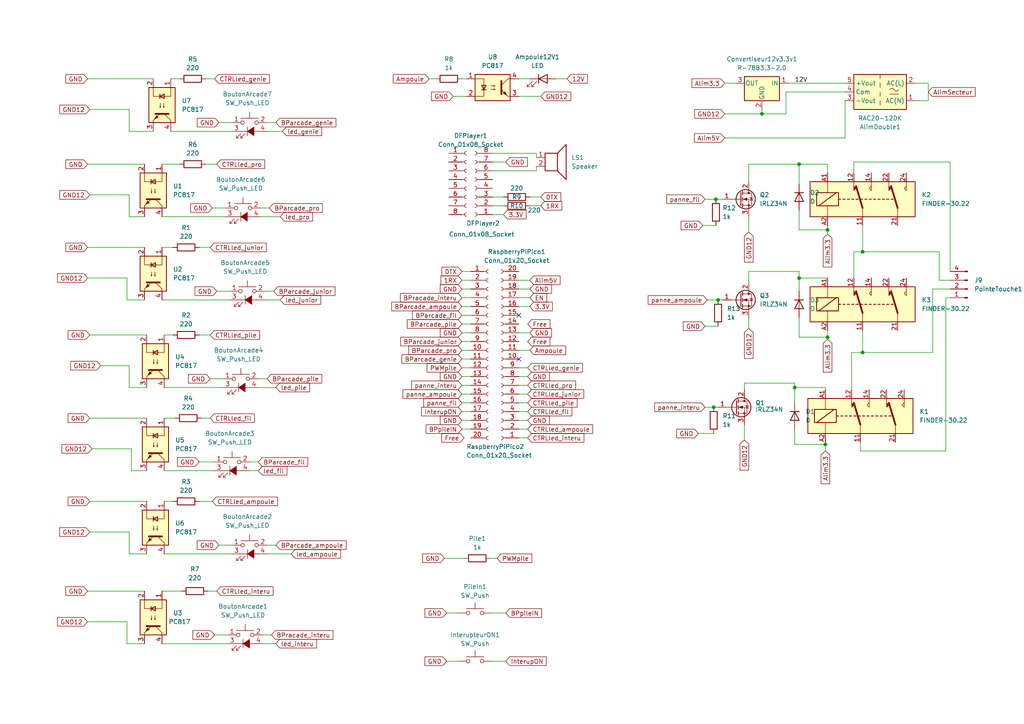
<source format=kicad_sch>
(kicad_sch (version 20230121) (generator eeschema)

  (uuid 7d68bd69-9eb5-42ee-aacb-2ea7915eb4b1)

  (paper "A4")

  (title_block
    (title "Schéma élctrique Maquette")
    (date "2025-06-19")
    (company "aPiS Exploradome")
  )

  (lib_symbols
    (symbol "Connector:Conn_01x04_Pin" (pin_names (offset 1.016) hide) (in_bom yes) (on_board yes)
      (property "Reference" "J" (at 0 5.08 0)
        (effects (font (size 1.27 1.27)))
      )
      (property "Value" "Conn_01x04_Pin" (at 0 -7.62 0)
        (effects (font (size 1.27 1.27)))
      )
      (property "Footprint" "" (at 0 0 0)
        (effects (font (size 1.27 1.27)) hide)
      )
      (property "Datasheet" "~" (at 0 0 0)
        (effects (font (size 1.27 1.27)) hide)
      )
      (property "ki_locked" "" (at 0 0 0)
        (effects (font (size 1.27 1.27)))
      )
      (property "ki_keywords" "connector" (at 0 0 0)
        (effects (font (size 1.27 1.27)) hide)
      )
      (property "ki_description" "Generic connector, single row, 01x04, script generated" (at 0 0 0)
        (effects (font (size 1.27 1.27)) hide)
      )
      (property "ki_fp_filters" "Connector*:*_1x??_*" (at 0 0 0)
        (effects (font (size 1.27 1.27)) hide)
      )
      (symbol "Conn_01x04_Pin_1_1"
        (polyline
          (pts
            (xy 1.27 -5.08)
            (xy 0.8636 -5.08)
          )
          (stroke (width 0.1524) (type default))
          (fill (type none))
        )
        (polyline
          (pts
            (xy 1.27 -2.54)
            (xy 0.8636 -2.54)
          )
          (stroke (width 0.1524) (type default))
          (fill (type none))
        )
        (polyline
          (pts
            (xy 1.27 0)
            (xy 0.8636 0)
          )
          (stroke (width 0.1524) (type default))
          (fill (type none))
        )
        (polyline
          (pts
            (xy 1.27 2.54)
            (xy 0.8636 2.54)
          )
          (stroke (width 0.1524) (type default))
          (fill (type none))
        )
        (rectangle (start 0.8636 -4.953) (end 0 -5.207)
          (stroke (width 0.1524) (type default))
          (fill (type outline))
        )
        (rectangle (start 0.8636 -2.413) (end 0 -2.667)
          (stroke (width 0.1524) (type default))
          (fill (type outline))
        )
        (rectangle (start 0.8636 0.127) (end 0 -0.127)
          (stroke (width 0.1524) (type default))
          (fill (type outline))
        )
        (rectangle (start 0.8636 2.667) (end 0 2.413)
          (stroke (width 0.1524) (type default))
          (fill (type outline))
        )
        (pin passive line (at 5.08 2.54 180) (length 3.81)
          (name "Pin_1" (effects (font (size 1.27 1.27))))
          (number "1" (effects (font (size 1.27 1.27))))
        )
        (pin passive line (at 5.08 0 180) (length 3.81)
          (name "Pin_2" (effects (font (size 1.27 1.27))))
          (number "2" (effects (font (size 1.27 1.27))))
        )
        (pin passive line (at 5.08 -2.54 180) (length 3.81)
          (name "Pin_3" (effects (font (size 1.27 1.27))))
          (number "3" (effects (font (size 1.27 1.27))))
        )
        (pin passive line (at 5.08 -5.08 180) (length 3.81)
          (name "Pin_4" (effects (font (size 1.27 1.27))))
          (number "4" (effects (font (size 1.27 1.27))))
        )
      )
    )
    (symbol "Connector:Conn_01x08_Socket" (pin_names (offset 1.016) hide) (in_bom yes) (on_board yes)
      (property "Reference" "J" (at 0 10.16 0)
        (effects (font (size 1.27 1.27)))
      )
      (property "Value" "Conn_01x08_Socket" (at 0 -12.7 0)
        (effects (font (size 1.27 1.27)))
      )
      (property "Footprint" "" (at 0 0 0)
        (effects (font (size 1.27 1.27)) hide)
      )
      (property "Datasheet" "~" (at 0 0 0)
        (effects (font (size 1.27 1.27)) hide)
      )
      (property "ki_locked" "" (at 0 0 0)
        (effects (font (size 1.27 1.27)))
      )
      (property "ki_keywords" "connector" (at 0 0 0)
        (effects (font (size 1.27 1.27)) hide)
      )
      (property "ki_description" "Generic connector, single row, 01x08, script generated" (at 0 0 0)
        (effects (font (size 1.27 1.27)) hide)
      )
      (property "ki_fp_filters" "Connector*:*_1x??_*" (at 0 0 0)
        (effects (font (size 1.27 1.27)) hide)
      )
      (symbol "Conn_01x08_Socket_1_1"
        (arc (start 0 -9.652) (mid -0.5058 -10.16) (end 0 -10.668)
          (stroke (width 0.1524) (type default))
          (fill (type none))
        )
        (arc (start 0 -7.112) (mid -0.5058 -7.62) (end 0 -8.128)
          (stroke (width 0.1524) (type default))
          (fill (type none))
        )
        (arc (start 0 -4.572) (mid -0.5058 -5.08) (end 0 -5.588)
          (stroke (width 0.1524) (type default))
          (fill (type none))
        )
        (arc (start 0 -2.032) (mid -0.5058 -2.54) (end 0 -3.048)
          (stroke (width 0.1524) (type default))
          (fill (type none))
        )
        (polyline
          (pts
            (xy -1.27 -10.16)
            (xy -0.508 -10.16)
          )
          (stroke (width 0.1524) (type default))
          (fill (type none))
        )
        (polyline
          (pts
            (xy -1.27 -7.62)
            (xy -0.508 -7.62)
          )
          (stroke (width 0.1524) (type default))
          (fill (type none))
        )
        (polyline
          (pts
            (xy -1.27 -5.08)
            (xy -0.508 -5.08)
          )
          (stroke (width 0.1524) (type default))
          (fill (type none))
        )
        (polyline
          (pts
            (xy -1.27 -2.54)
            (xy -0.508 -2.54)
          )
          (stroke (width 0.1524) (type default))
          (fill (type none))
        )
        (polyline
          (pts
            (xy -1.27 0)
            (xy -0.508 0)
          )
          (stroke (width 0.1524) (type default))
          (fill (type none))
        )
        (polyline
          (pts
            (xy -1.27 2.54)
            (xy -0.508 2.54)
          )
          (stroke (width 0.1524) (type default))
          (fill (type none))
        )
        (polyline
          (pts
            (xy -1.27 5.08)
            (xy -0.508 5.08)
          )
          (stroke (width 0.1524) (type default))
          (fill (type none))
        )
        (polyline
          (pts
            (xy -1.27 7.62)
            (xy -0.508 7.62)
          )
          (stroke (width 0.1524) (type default))
          (fill (type none))
        )
        (arc (start 0 0.508) (mid -0.5058 0) (end 0 -0.508)
          (stroke (width 0.1524) (type default))
          (fill (type none))
        )
        (arc (start 0 3.048) (mid -0.5058 2.54) (end 0 2.032)
          (stroke (width 0.1524) (type default))
          (fill (type none))
        )
        (arc (start 0 5.588) (mid -0.5058 5.08) (end 0 4.572)
          (stroke (width 0.1524) (type default))
          (fill (type none))
        )
        (arc (start 0 8.128) (mid -0.5058 7.62) (end 0 7.112)
          (stroke (width 0.1524) (type default))
          (fill (type none))
        )
        (pin passive line (at -5.08 7.62 0) (length 3.81)
          (name "Pin_1" (effects (font (size 1.27 1.27))))
          (number "1" (effects (font (size 1.27 1.27))))
        )
        (pin passive line (at -5.08 5.08 0) (length 3.81)
          (name "Pin_2" (effects (font (size 1.27 1.27))))
          (number "2" (effects (font (size 1.27 1.27))))
        )
        (pin passive line (at -5.08 2.54 0) (length 3.81)
          (name "Pin_3" (effects (font (size 1.27 1.27))))
          (number "3" (effects (font (size 1.27 1.27))))
        )
        (pin passive line (at -5.08 0 0) (length 3.81)
          (name "Pin_4" (effects (font (size 1.27 1.27))))
          (number "4" (effects (font (size 1.27 1.27))))
        )
        (pin passive line (at -5.08 -2.54 0) (length 3.81)
          (name "Pin_5" (effects (font (size 1.27 1.27))))
          (number "5" (effects (font (size 1.27 1.27))))
        )
        (pin passive line (at -5.08 -5.08 0) (length 3.81)
          (name "Pin_6" (effects (font (size 1.27 1.27))))
          (number "6" (effects (font (size 1.27 1.27))))
        )
        (pin passive line (at -5.08 -7.62 0) (length 3.81)
          (name "Pin_7" (effects (font (size 1.27 1.27))))
          (number "7" (effects (font (size 1.27 1.27))))
        )
        (pin passive line (at -5.08 -10.16 0) (length 3.81)
          (name "Pin_8" (effects (font (size 1.27 1.27))))
          (number "8" (effects (font (size 1.27 1.27))))
        )
      )
    )
    (symbol "Connector:Conn_01x20_Socket" (pin_names (offset 1.016) hide) (in_bom yes) (on_board yes)
      (property "Reference" "J" (at 0 25.4 0)
        (effects (font (size 1.27 1.27)))
      )
      (property "Value" "Conn_01x20_Socket" (at 0 -27.94 0)
        (effects (font (size 1.27 1.27)))
      )
      (property "Footprint" "" (at 0 0 0)
        (effects (font (size 1.27 1.27)) hide)
      )
      (property "Datasheet" "~" (at 0 0 0)
        (effects (font (size 1.27 1.27)) hide)
      )
      (property "ki_locked" "" (at 0 0 0)
        (effects (font (size 1.27 1.27)))
      )
      (property "ki_keywords" "connector" (at 0 0 0)
        (effects (font (size 1.27 1.27)) hide)
      )
      (property "ki_description" "Generic connector, single row, 01x20, script generated" (at 0 0 0)
        (effects (font (size 1.27 1.27)) hide)
      )
      (property "ki_fp_filters" "Connector*:*_1x??_*" (at 0 0 0)
        (effects (font (size 1.27 1.27)) hide)
      )
      (symbol "Conn_01x20_Socket_1_1"
        (arc (start 0 -24.892) (mid -0.5058 -25.4) (end 0 -25.908)
          (stroke (width 0.1524) (type default))
          (fill (type none))
        )
        (arc (start 0 -22.352) (mid -0.5058 -22.86) (end 0 -23.368)
          (stroke (width 0.1524) (type default))
          (fill (type none))
        )
        (arc (start 0 -19.812) (mid -0.5058 -20.32) (end 0 -20.828)
          (stroke (width 0.1524) (type default))
          (fill (type none))
        )
        (arc (start 0 -17.272) (mid -0.5058 -17.78) (end 0 -18.288)
          (stroke (width 0.1524) (type default))
          (fill (type none))
        )
        (arc (start 0 -14.732) (mid -0.5058 -15.24) (end 0 -15.748)
          (stroke (width 0.1524) (type default))
          (fill (type none))
        )
        (arc (start 0 -12.192) (mid -0.5058 -12.7) (end 0 -13.208)
          (stroke (width 0.1524) (type default))
          (fill (type none))
        )
        (arc (start 0 -9.652) (mid -0.5058 -10.16) (end 0 -10.668)
          (stroke (width 0.1524) (type default))
          (fill (type none))
        )
        (arc (start 0 -7.112) (mid -0.5058 -7.62) (end 0 -8.128)
          (stroke (width 0.1524) (type default))
          (fill (type none))
        )
        (arc (start 0 -4.572) (mid -0.5058 -5.08) (end 0 -5.588)
          (stroke (width 0.1524) (type default))
          (fill (type none))
        )
        (arc (start 0 -2.032) (mid -0.5058 -2.54) (end 0 -3.048)
          (stroke (width 0.1524) (type default))
          (fill (type none))
        )
        (polyline
          (pts
            (xy -1.27 -25.4)
            (xy -0.508 -25.4)
          )
          (stroke (width 0.1524) (type default))
          (fill (type none))
        )
        (polyline
          (pts
            (xy -1.27 -22.86)
            (xy -0.508 -22.86)
          )
          (stroke (width 0.1524) (type default))
          (fill (type none))
        )
        (polyline
          (pts
            (xy -1.27 -20.32)
            (xy -0.508 -20.32)
          )
          (stroke (width 0.1524) (type default))
          (fill (type none))
        )
        (polyline
          (pts
            (xy -1.27 -17.78)
            (xy -0.508 -17.78)
          )
          (stroke (width 0.1524) (type default))
          (fill (type none))
        )
        (polyline
          (pts
            (xy -1.27 -15.24)
            (xy -0.508 -15.24)
          )
          (stroke (width 0.1524) (type default))
          (fill (type none))
        )
        (polyline
          (pts
            (xy -1.27 -12.7)
            (xy -0.508 -12.7)
          )
          (stroke (width 0.1524) (type default))
          (fill (type none))
        )
        (polyline
          (pts
            (xy -1.27 -10.16)
            (xy -0.508 -10.16)
          )
          (stroke (width 0.1524) (type default))
          (fill (type none))
        )
        (polyline
          (pts
            (xy -1.27 -7.62)
            (xy -0.508 -7.62)
          )
          (stroke (width 0.1524) (type default))
          (fill (type none))
        )
        (polyline
          (pts
            (xy -1.27 -5.08)
            (xy -0.508 -5.08)
          )
          (stroke (width 0.1524) (type default))
          (fill (type none))
        )
        (polyline
          (pts
            (xy -1.27 -2.54)
            (xy -0.508 -2.54)
          )
          (stroke (width 0.1524) (type default))
          (fill (type none))
        )
        (polyline
          (pts
            (xy -1.27 0)
            (xy -0.508 0)
          )
          (stroke (width 0.1524) (type default))
          (fill (type none))
        )
        (polyline
          (pts
            (xy -1.27 2.54)
            (xy -0.508 2.54)
          )
          (stroke (width 0.1524) (type default))
          (fill (type none))
        )
        (polyline
          (pts
            (xy -1.27 5.08)
            (xy -0.508 5.08)
          )
          (stroke (width 0.1524) (type default))
          (fill (type none))
        )
        (polyline
          (pts
            (xy -1.27 7.62)
            (xy -0.508 7.62)
          )
          (stroke (width 0.1524) (type default))
          (fill (type none))
        )
        (polyline
          (pts
            (xy -1.27 10.16)
            (xy -0.508 10.16)
          )
          (stroke (width 0.1524) (type default))
          (fill (type none))
        )
        (polyline
          (pts
            (xy -1.27 12.7)
            (xy -0.508 12.7)
          )
          (stroke (width 0.1524) (type default))
          (fill (type none))
        )
        (polyline
          (pts
            (xy -1.27 15.24)
            (xy -0.508 15.24)
          )
          (stroke (width 0.1524) (type default))
          (fill (type none))
        )
        (polyline
          (pts
            (xy -1.27 17.78)
            (xy -0.508 17.78)
          )
          (stroke (width 0.1524) (type default))
          (fill (type none))
        )
        (polyline
          (pts
            (xy -1.27 20.32)
            (xy -0.508 20.32)
          )
          (stroke (width 0.1524) (type default))
          (fill (type none))
        )
        (polyline
          (pts
            (xy -1.27 22.86)
            (xy -0.508 22.86)
          )
          (stroke (width 0.1524) (type default))
          (fill (type none))
        )
        (arc (start 0 0.508) (mid -0.5058 0) (end 0 -0.508)
          (stroke (width 0.1524) (type default))
          (fill (type none))
        )
        (arc (start 0 3.048) (mid -0.5058 2.54) (end 0 2.032)
          (stroke (width 0.1524) (type default))
          (fill (type none))
        )
        (arc (start 0 5.588) (mid -0.5058 5.08) (end 0 4.572)
          (stroke (width 0.1524) (type default))
          (fill (type none))
        )
        (arc (start 0 8.128) (mid -0.5058 7.62) (end 0 7.112)
          (stroke (width 0.1524) (type default))
          (fill (type none))
        )
        (arc (start 0 10.668) (mid -0.5058 10.16) (end 0 9.652)
          (stroke (width 0.1524) (type default))
          (fill (type none))
        )
        (arc (start 0 13.208) (mid -0.5058 12.7) (end 0 12.192)
          (stroke (width 0.1524) (type default))
          (fill (type none))
        )
        (arc (start 0 15.748) (mid -0.5058 15.24) (end 0 14.732)
          (stroke (width 0.1524) (type default))
          (fill (type none))
        )
        (arc (start 0 18.288) (mid -0.5058 17.78) (end 0 17.272)
          (stroke (width 0.1524) (type default))
          (fill (type none))
        )
        (arc (start 0 20.828) (mid -0.5058 20.32) (end 0 19.812)
          (stroke (width 0.1524) (type default))
          (fill (type none))
        )
        (arc (start 0 23.368) (mid -0.5058 22.86) (end 0 22.352)
          (stroke (width 0.1524) (type default))
          (fill (type none))
        )
        (pin passive line (at -5.08 22.86 0) (length 3.81)
          (name "Pin_1" (effects (font (size 1.27 1.27))))
          (number "1" (effects (font (size 1.27 1.27))))
        )
        (pin passive line (at -5.08 0 0) (length 3.81)
          (name "Pin_10" (effects (font (size 1.27 1.27))))
          (number "10" (effects (font (size 1.27 1.27))))
        )
        (pin passive line (at -5.08 -2.54 0) (length 3.81)
          (name "Pin_11" (effects (font (size 1.27 1.27))))
          (number "11" (effects (font (size 1.27 1.27))))
        )
        (pin passive line (at -5.08 -5.08 0) (length 3.81)
          (name "Pin_12" (effects (font (size 1.27 1.27))))
          (number "12" (effects (font (size 1.27 1.27))))
        )
        (pin passive line (at -5.08 -7.62 0) (length 3.81)
          (name "Pin_13" (effects (font (size 1.27 1.27))))
          (number "13" (effects (font (size 1.27 1.27))))
        )
        (pin passive line (at -5.08 -10.16 0) (length 3.81)
          (name "Pin_14" (effects (font (size 1.27 1.27))))
          (number "14" (effects (font (size 1.27 1.27))))
        )
        (pin passive line (at -5.08 -12.7 0) (length 3.81)
          (name "Pin_15" (effects (font (size 1.27 1.27))))
          (number "15" (effects (font (size 1.27 1.27))))
        )
        (pin passive line (at -5.08 -15.24 0) (length 3.81)
          (name "Pin_16" (effects (font (size 1.27 1.27))))
          (number "16" (effects (font (size 1.27 1.27))))
        )
        (pin passive line (at -5.08 -17.78 0) (length 3.81)
          (name "Pin_17" (effects (font (size 1.27 1.27))))
          (number "17" (effects (font (size 1.27 1.27))))
        )
        (pin passive line (at -5.08 -20.32 0) (length 3.81)
          (name "Pin_18" (effects (font (size 1.27 1.27))))
          (number "18" (effects (font (size 1.27 1.27))))
        )
        (pin passive line (at -5.08 -22.86 0) (length 3.81)
          (name "Pin_19" (effects (font (size 1.27 1.27))))
          (number "19" (effects (font (size 1.27 1.27))))
        )
        (pin passive line (at -5.08 20.32 0) (length 3.81)
          (name "Pin_2" (effects (font (size 1.27 1.27))))
          (number "2" (effects (font (size 1.27 1.27))))
        )
        (pin passive line (at -5.08 -25.4 0) (length 3.81)
          (name "Pin_20" (effects (font (size 1.27 1.27))))
          (number "20" (effects (font (size 1.27 1.27))))
        )
        (pin passive line (at -5.08 17.78 0) (length 3.81)
          (name "Pin_3" (effects (font (size 1.27 1.27))))
          (number "3" (effects (font (size 1.27 1.27))))
        )
        (pin passive line (at -5.08 15.24 0) (length 3.81)
          (name "Pin_4" (effects (font (size 1.27 1.27))))
          (number "4" (effects (font (size 1.27 1.27))))
        )
        (pin passive line (at -5.08 12.7 0) (length 3.81)
          (name "Pin_5" (effects (font (size 1.27 1.27))))
          (number "5" (effects (font (size 1.27 1.27))))
        )
        (pin passive line (at -5.08 10.16 0) (length 3.81)
          (name "Pin_6" (effects (font (size 1.27 1.27))))
          (number "6" (effects (font (size 1.27 1.27))))
        )
        (pin passive line (at -5.08 7.62 0) (length 3.81)
          (name "Pin_7" (effects (font (size 1.27 1.27))))
          (number "7" (effects (font (size 1.27 1.27))))
        )
        (pin passive line (at -5.08 5.08 0) (length 3.81)
          (name "Pin_8" (effects (font (size 1.27 1.27))))
          (number "8" (effects (font (size 1.27 1.27))))
        )
        (pin passive line (at -5.08 2.54 0) (length 3.81)
          (name "Pin_9" (effects (font (size 1.27 1.27))))
          (number "9" (effects (font (size 1.27 1.27))))
        )
      )
    )
    (symbol "Converter_ACDC:RAC20-12DK" (in_bom yes) (on_board yes)
      (property "Reference" "PS" (at 0 6.35 0)
        (effects (font (size 1.27 1.27)))
      )
      (property "Value" "RAC20-12DK" (at 0 -6.35 0)
        (effects (font (size 1.27 1.27)))
      )
      (property "Footprint" "Converter_ACDC:Converter_ACDC_Recom_RAC20-xxDK_THT" (at 0 -8.89 0)
        (effects (font (size 1.27 1.27)) hide)
      )
      (property "Datasheet" "https://recom-power.com/pdf/Powerline_AC-DC/RAC20-K.pdf" (at 0 0 0)
        (effects (font (size 1.27 1.27)) hide)
      )
      (property "ki_keywords" "ac dc power supply" (at 0 0 0)
        (effects (font (size 1.27 1.27)) hide)
      )
      (property "ki_description" "20 Watt Dual Output AC/DC power supply ±12V ±833mA" (at 0 0 0)
        (effects (font (size 1.27 1.27)) hide)
      )
      (property "ki_fp_filters" "Converter*ACDC*Recom*RAC20*DK*THT*" (at 0 0 0)
        (effects (font (size 1.27 1.27)) hide)
      )
      (symbol "RAC20-12DK_0_1"
        (rectangle (start -7.62 5.08) (end 7.62 -5.08)
          (stroke (width 0.254) (type default))
          (fill (type background))
        )
        (arc (start -5.334 0.635) (mid -4.699 0.2495) (end -4.064 0.635)
          (stroke (width 0) (type default))
          (fill (type none))
        )
        (arc (start -2.794 0.635) (mid -3.429 1.0072) (end -4.064 0.635)
          (stroke (width 0) (type default))
          (fill (type none))
        )
        (polyline
          (pts
            (xy -5.334 -0.635)
            (xy -2.794 -0.635)
          )
          (stroke (width 0) (type default))
          (fill (type none))
        )
        (polyline
          (pts
            (xy 0 -2.54)
            (xy 0 -3.81)
          )
          (stroke (width 0) (type default))
          (fill (type none))
        )
        (polyline
          (pts
            (xy 0 0)
            (xy 0 -1.27)
          )
          (stroke (width 0) (type default))
          (fill (type none))
        )
        (polyline
          (pts
            (xy 0 2.54)
            (xy 0 1.27)
          )
          (stroke (width 0) (type default))
          (fill (type none))
        )
        (polyline
          (pts
            (xy 0 5.08)
            (xy 0 3.81)
          )
          (stroke (width 0) (type default))
          (fill (type none))
        )
      )
      (symbol "RAC20-12DK_1_1"
        (pin power_in line (at -10.16 -2.54 0) (length 2.54)
          (name "AC(N)" (effects (font (size 1.27 1.27))))
          (number "1" (effects (font (size 1.27 1.27))))
        )
        (pin power_in line (at -10.16 2.54 0) (length 2.54)
          (name "AC(L)" (effects (font (size 1.27 1.27))))
          (number "2" (effects (font (size 1.27 1.27))))
        )
        (pin power_out line (at 10.16 -2.54 180) (length 2.54)
          (name "-Vout" (effects (font (size 1.27 1.27))))
          (number "3" (effects (font (size 1.27 1.27))))
        )
        (pin power_out line (at 10.16 0 180) (length 2.54)
          (name "Com" (effects (font (size 1.27 1.27))))
          (number "4" (effects (font (size 1.27 1.27))))
        )
        (pin power_out line (at 10.16 2.54 180) (length 2.54)
          (name "+Vout" (effects (font (size 1.27 1.27))))
          (number "5" (effects (font (size 1.27 1.27))))
        )
      )
    )
    (symbol "Device:D" (pin_numbers hide) (pin_names (offset 1.016) hide) (in_bom yes) (on_board yes)
      (property "Reference" "D" (at 0 2.54 0)
        (effects (font (size 1.27 1.27)))
      )
      (property "Value" "D" (at 0 -2.54 0)
        (effects (font (size 1.27 1.27)))
      )
      (property "Footprint" "" (at 0 0 0)
        (effects (font (size 1.27 1.27)) hide)
      )
      (property "Datasheet" "~" (at 0 0 0)
        (effects (font (size 1.27 1.27)) hide)
      )
      (property "Sim.Device" "D" (at 0 0 0)
        (effects (font (size 1.27 1.27)) hide)
      )
      (property "Sim.Pins" "1=K 2=A" (at 0 0 0)
        (effects (font (size 1.27 1.27)) hide)
      )
      (property "ki_keywords" "diode" (at 0 0 0)
        (effects (font (size 1.27 1.27)) hide)
      )
      (property "ki_description" "Diode" (at 0 0 0)
        (effects (font (size 1.27 1.27)) hide)
      )
      (property "ki_fp_filters" "TO-???* *_Diode_* *SingleDiode* D_*" (at 0 0 0)
        (effects (font (size 1.27 1.27)) hide)
      )
      (symbol "D_0_1"
        (polyline
          (pts
            (xy -1.27 1.27)
            (xy -1.27 -1.27)
          )
          (stroke (width 0.254) (type default))
          (fill (type none))
        )
        (polyline
          (pts
            (xy 1.27 0)
            (xy -1.27 0)
          )
          (stroke (width 0) (type default))
          (fill (type none))
        )
        (polyline
          (pts
            (xy 1.27 1.27)
            (xy 1.27 -1.27)
            (xy -1.27 0)
            (xy 1.27 1.27)
          )
          (stroke (width 0.254) (type default))
          (fill (type none))
        )
      )
      (symbol "D_1_1"
        (pin passive line (at -3.81 0 0) (length 2.54)
          (name "K" (effects (font (size 1.27 1.27))))
          (number "1" (effects (font (size 1.27 1.27))))
        )
        (pin passive line (at 3.81 0 180) (length 2.54)
          (name "A" (effects (font (size 1.27 1.27))))
          (number "2" (effects (font (size 1.27 1.27))))
        )
      )
    )
    (symbol "Device:LED" (pin_numbers hide) (pin_names (offset 1.016) hide) (in_bom yes) (on_board yes)
      (property "Reference" "D" (at 0 2.54 0)
        (effects (font (size 1.27 1.27)))
      )
      (property "Value" "LED" (at 0 -2.54 0)
        (effects (font (size 1.27 1.27)))
      )
      (property "Footprint" "" (at 0 0 0)
        (effects (font (size 1.27 1.27)) hide)
      )
      (property "Datasheet" "~" (at 0 0 0)
        (effects (font (size 1.27 1.27)) hide)
      )
      (property "ki_keywords" "LED diode" (at 0 0 0)
        (effects (font (size 1.27 1.27)) hide)
      )
      (property "ki_description" "Light emitting diode" (at 0 0 0)
        (effects (font (size 1.27 1.27)) hide)
      )
      (property "ki_fp_filters" "LED* LED_SMD:* LED_THT:*" (at 0 0 0)
        (effects (font (size 1.27 1.27)) hide)
      )
      (symbol "LED_0_1"
        (polyline
          (pts
            (xy -1.27 -1.27)
            (xy -1.27 1.27)
          )
          (stroke (width 0.254) (type default))
          (fill (type none))
        )
        (polyline
          (pts
            (xy -1.27 0)
            (xy 1.27 0)
          )
          (stroke (width 0) (type default))
          (fill (type none))
        )
        (polyline
          (pts
            (xy 1.27 -1.27)
            (xy 1.27 1.27)
            (xy -1.27 0)
            (xy 1.27 -1.27)
          )
          (stroke (width 0.254) (type default))
          (fill (type none))
        )
        (polyline
          (pts
            (xy -3.048 -0.762)
            (xy -4.572 -2.286)
            (xy -3.81 -2.286)
            (xy -4.572 -2.286)
            (xy -4.572 -1.524)
          )
          (stroke (width 0) (type default))
          (fill (type none))
        )
        (polyline
          (pts
            (xy -1.778 -0.762)
            (xy -3.302 -2.286)
            (xy -2.54 -2.286)
            (xy -3.302 -2.286)
            (xy -3.302 -1.524)
          )
          (stroke (width 0) (type default))
          (fill (type none))
        )
      )
      (symbol "LED_1_1"
        (pin passive line (at -3.81 0 0) (length 2.54)
          (name "K" (effects (font (size 1.27 1.27))))
          (number "1" (effects (font (size 1.27 1.27))))
        )
        (pin passive line (at 3.81 0 180) (length 2.54)
          (name "A" (effects (font (size 1.27 1.27))))
          (number "2" (effects (font (size 1.27 1.27))))
        )
      )
    )
    (symbol "Device:R" (pin_numbers hide) (pin_names (offset 0)) (in_bom yes) (on_board yes)
      (property "Reference" "R" (at 2.032 0 90)
        (effects (font (size 1.27 1.27)))
      )
      (property "Value" "R" (at 0 0 90)
        (effects (font (size 1.27 1.27)))
      )
      (property "Footprint" "" (at -1.778 0 90)
        (effects (font (size 1.27 1.27)) hide)
      )
      (property "Datasheet" "~" (at 0 0 0)
        (effects (font (size 1.27 1.27)) hide)
      )
      (property "ki_keywords" "R res resistor" (at 0 0 0)
        (effects (font (size 1.27 1.27)) hide)
      )
      (property "ki_description" "Resistor" (at 0 0 0)
        (effects (font (size 1.27 1.27)) hide)
      )
      (property "ki_fp_filters" "R_*" (at 0 0 0)
        (effects (font (size 1.27 1.27)) hide)
      )
      (symbol "R_0_1"
        (rectangle (start -1.016 -2.54) (end 1.016 2.54)
          (stroke (width 0.254) (type default))
          (fill (type none))
        )
      )
      (symbol "R_1_1"
        (pin passive line (at 0 3.81 270) (length 1.27)
          (name "~" (effects (font (size 1.27 1.27))))
          (number "1" (effects (font (size 1.27 1.27))))
        )
        (pin passive line (at 0 -3.81 90) (length 1.27)
          (name "~" (effects (font (size 1.27 1.27))))
          (number "2" (effects (font (size 1.27 1.27))))
        )
      )
    )
    (symbol "Device:Speaker" (pin_names (offset 0) hide) (in_bom yes) (on_board yes)
      (property "Reference" "LS" (at 1.27 5.715 0)
        (effects (font (size 1.27 1.27)) (justify right))
      )
      (property "Value" "Speaker" (at 1.27 3.81 0)
        (effects (font (size 1.27 1.27)) (justify right))
      )
      (property "Footprint" "" (at 0 -5.08 0)
        (effects (font (size 1.27 1.27)) hide)
      )
      (property "Datasheet" "~" (at -0.254 -1.27 0)
        (effects (font (size 1.27 1.27)) hide)
      )
      (property "ki_keywords" "speaker sound" (at 0 0 0)
        (effects (font (size 1.27 1.27)) hide)
      )
      (property "ki_description" "Speaker" (at 0 0 0)
        (effects (font (size 1.27 1.27)) hide)
      )
      (symbol "Speaker_0_0"
        (rectangle (start -2.54 1.27) (end 1.016 -3.81)
          (stroke (width 0.254) (type default))
          (fill (type none))
        )
        (polyline
          (pts
            (xy 1.016 1.27)
            (xy 3.556 3.81)
            (xy 3.556 -6.35)
            (xy 1.016 -3.81)
          )
          (stroke (width 0.254) (type default))
          (fill (type none))
        )
      )
      (symbol "Speaker_1_1"
        (pin input line (at -5.08 0 0) (length 2.54)
          (name "1" (effects (font (size 1.27 1.27))))
          (number "1" (effects (font (size 1.27 1.27))))
        )
        (pin input line (at -5.08 -2.54 0) (length 2.54)
          (name "2" (effects (font (size 1.27 1.27))))
          (number "2" (effects (font (size 1.27 1.27))))
        )
      )
    )
    (symbol "Isolator:PC817" (pin_names (offset 1.016)) (in_bom yes) (on_board yes)
      (property "Reference" "U" (at -5.08 5.08 0)
        (effects (font (size 1.27 1.27)) (justify left))
      )
      (property "Value" "PC817" (at 0 5.08 0)
        (effects (font (size 1.27 1.27)) (justify left))
      )
      (property "Footprint" "Package_DIP:DIP-4_W7.62mm" (at -5.08 -5.08 0)
        (effects (font (size 1.27 1.27) italic) (justify left) hide)
      )
      (property "Datasheet" "http://www.soselectronic.cz/a_info/resource/d/pc817.pdf" (at 0 0 0)
        (effects (font (size 1.27 1.27)) (justify left) hide)
      )
      (property "ki_keywords" "NPN DC Optocoupler" (at 0 0 0)
        (effects (font (size 1.27 1.27)) hide)
      )
      (property "ki_description" "DC Optocoupler, Vce 35V, CTR 50-300%, DIP-4" (at 0 0 0)
        (effects (font (size 1.27 1.27)) hide)
      )
      (property "ki_fp_filters" "DIP*W7.62mm*" (at 0 0 0)
        (effects (font (size 1.27 1.27)) hide)
      )
      (symbol "PC817_0_1"
        (rectangle (start -5.08 3.81) (end 5.08 -3.81)
          (stroke (width 0.254) (type default))
          (fill (type background))
        )
        (polyline
          (pts
            (xy -3.175 -0.635)
            (xy -1.905 -0.635)
          )
          (stroke (width 0.254) (type default))
          (fill (type none))
        )
        (polyline
          (pts
            (xy 2.54 0.635)
            (xy 4.445 2.54)
          )
          (stroke (width 0) (type default))
          (fill (type none))
        )
        (polyline
          (pts
            (xy 4.445 -2.54)
            (xy 2.54 -0.635)
          )
          (stroke (width 0) (type default))
          (fill (type outline))
        )
        (polyline
          (pts
            (xy 4.445 -2.54)
            (xy 5.08 -2.54)
          )
          (stroke (width 0) (type default))
          (fill (type none))
        )
        (polyline
          (pts
            (xy 4.445 2.54)
            (xy 5.08 2.54)
          )
          (stroke (width 0) (type default))
          (fill (type none))
        )
        (polyline
          (pts
            (xy -5.08 2.54)
            (xy -2.54 2.54)
            (xy -2.54 -0.635)
          )
          (stroke (width 0) (type default))
          (fill (type none))
        )
        (polyline
          (pts
            (xy -2.54 -0.635)
            (xy -2.54 -2.54)
            (xy -5.08 -2.54)
          )
          (stroke (width 0) (type default))
          (fill (type none))
        )
        (polyline
          (pts
            (xy 2.54 1.905)
            (xy 2.54 -1.905)
            (xy 2.54 -1.905)
          )
          (stroke (width 0.508) (type default))
          (fill (type none))
        )
        (polyline
          (pts
            (xy -2.54 -0.635)
            (xy -3.175 0.635)
            (xy -1.905 0.635)
            (xy -2.54 -0.635)
          )
          (stroke (width 0.254) (type default))
          (fill (type none))
        )
        (polyline
          (pts
            (xy -0.508 -0.508)
            (xy 0.762 -0.508)
            (xy 0.381 -0.635)
            (xy 0.381 -0.381)
            (xy 0.762 -0.508)
          )
          (stroke (width 0) (type default))
          (fill (type none))
        )
        (polyline
          (pts
            (xy -0.508 0.508)
            (xy 0.762 0.508)
            (xy 0.381 0.381)
            (xy 0.381 0.635)
            (xy 0.762 0.508)
          )
          (stroke (width 0) (type default))
          (fill (type none))
        )
        (polyline
          (pts
            (xy 3.048 -1.651)
            (xy 3.556 -1.143)
            (xy 4.064 -2.159)
            (xy 3.048 -1.651)
            (xy 3.048 -1.651)
          )
          (stroke (width 0) (type default))
          (fill (type outline))
        )
      )
      (symbol "PC817_1_1"
        (pin passive line (at -7.62 2.54 0) (length 2.54)
          (name "~" (effects (font (size 1.27 1.27))))
          (number "1" (effects (font (size 1.27 1.27))))
        )
        (pin passive line (at -7.62 -2.54 0) (length 2.54)
          (name "~" (effects (font (size 1.27 1.27))))
          (number "2" (effects (font (size 1.27 1.27))))
        )
        (pin passive line (at 7.62 -2.54 180) (length 2.54)
          (name "~" (effects (font (size 1.27 1.27))))
          (number "3" (effects (font (size 1.27 1.27))))
        )
        (pin passive line (at 7.62 2.54 180) (length 2.54)
          (name "~" (effects (font (size 1.27 1.27))))
          (number "4" (effects (font (size 1.27 1.27))))
        )
      )
    )
    (symbol "Regulator_Switching:R-78B3.3-2.0" (pin_names (offset 0.254)) (in_bom yes) (on_board yes)
      (property "Reference" "U" (at -3.81 3.175 0)
        (effects (font (size 1.27 1.27)))
      )
      (property "Value" "R-78B3.3-2.0" (at 0 3.175 0)
        (effects (font (size 1.27 1.27)) (justify left))
      )
      (property "Footprint" "Converter_DCDC:Converter_DCDC_RECOM_R-78B-2.0_THT" (at 1.27 -6.35 0)
        (effects (font (size 1.27 1.27) italic) (justify left) hide)
      )
      (property "Datasheet" "https://www.recom-power.com/pdf/Innoline/R-78Bxx-2.0.pdf" (at 0 0 0)
        (effects (font (size 1.27 1.27)) hide)
      )
      (property "ki_keywords" "dc-dc recom Step-Down DC/DC-Regulator" (at 0 0 0)
        (effects (font (size 1.27 1.27)) hide)
      )
      (property "ki_description" "2A Step-Down DC/DC-Regulator, 4.75-32V input, 3.3V fixed Output Voltage, LM78xx replacement, -40°C to +85°C, SIP3" (at 0 0 0)
        (effects (font (size 1.27 1.27)) hide)
      )
      (property "ki_fp_filters" "Converter*DCDC*RECOM*R*78B*2.0*" (at 0 0 0)
        (effects (font (size 1.27 1.27)) hide)
      )
      (symbol "R-78B3.3-2.0_0_1"
        (rectangle (start -5.08 1.905) (end 5.08 -5.08)
          (stroke (width 0.254) (type default))
          (fill (type background))
        )
      )
      (symbol "R-78B3.3-2.0_1_1"
        (pin power_in line (at -7.62 0 0) (length 2.54)
          (name "IN" (effects (font (size 1.27 1.27))))
          (number "1" (effects (font (size 1.27 1.27))))
        )
        (pin power_in line (at 0 -7.62 90) (length 2.54)
          (name "GND" (effects (font (size 1.27 1.27))))
          (number "2" (effects (font (size 1.27 1.27))))
        )
        (pin power_out line (at 7.62 0 180) (length 2.54)
          (name "OUT" (effects (font (size 1.27 1.27))))
          (number "3" (effects (font (size 1.27 1.27))))
        )
      )
    )
    (symbol "Relay:FINDER-30.22" (in_bom yes) (on_board yes)
      (property "Reference" "K" (at 16.51 3.81 0)
        (effects (font (size 1.27 1.27)) (justify left))
      )
      (property "Value" "FINDER-30.22" (at 16.51 1.27 0)
        (effects (font (size 1.27 1.27)) (justify left))
      )
      (property "Footprint" "Relay_THT:Relay_DPDT_Finder_30.22" (at 34.29 -0.762 0)
        (effects (font (size 1.27 1.27)) hide)
      )
      (property "Datasheet" "http://gfinder.findernet.com/assets/Series/354/S30EN.pdf" (at 0 0 0)
        (effects (font (size 1.27 1.27)) hide)
      )
      (property "ki_keywords" "Dual Pole Relay" (at 0 0 0)
        (effects (font (size 1.27 1.27)) hide)
      )
      (property "ki_description" "FINDER 30.52, Dual Pole Relay, Subminiature 5mm Pitch, 2A" (at 0 0 0)
        (effects (font (size 1.27 1.27)) hide)
      )
      (property "ki_fp_filters" "Relay*DPDT*Finder*30.22*" (at 0 0 0)
        (effects (font (size 1.27 1.27)) hide)
      )
      (symbol "FINDER-30.22_0_0"
        (polyline
          (pts
            (xy -2.54 5.08)
            (xy -2.54 2.54)
            (xy -1.905 3.175)
            (xy -2.54 3.81)
          )
          (stroke (width 0) (type default))
          (fill (type outline))
        )
        (polyline
          (pts
            (xy 2.54 5.08)
            (xy 2.54 2.54)
            (xy 1.905 3.175)
            (xy 2.54 3.81)
          )
          (stroke (width 0) (type default))
          (fill (type none))
        )
        (polyline
          (pts
            (xy 7.62 5.08)
            (xy 7.62 2.54)
            (xy 8.255 3.175)
            (xy 7.62 3.81)
          )
          (stroke (width 0) (type default))
          (fill (type outline))
        )
        (polyline
          (pts
            (xy 12.7 5.08)
            (xy 12.7 2.54)
            (xy 12.065 3.175)
            (xy 12.7 3.81)
          )
          (stroke (width 0) (type default))
          (fill (type none))
        )
      )
      (symbol "FINDER-30.22_0_1"
        (rectangle (start -15.24 5.08) (end 15.24 -5.08)
          (stroke (width 0.254) (type default))
          (fill (type background))
        )
        (rectangle (start -13.335 1.905) (end -6.985 -1.905)
          (stroke (width 0.254) (type default))
          (fill (type none))
        )
        (polyline
          (pts
            (xy -12.7 -1.905)
            (xy -7.62 1.905)
          )
          (stroke (width 0.254) (type default))
          (fill (type none))
        )
        (polyline
          (pts
            (xy -10.16 -5.08)
            (xy -10.16 -1.905)
          )
          (stroke (width 0) (type default))
          (fill (type none))
        )
        (polyline
          (pts
            (xy -10.16 5.08)
            (xy -10.16 1.905)
          )
          (stroke (width 0) (type default))
          (fill (type none))
        )
        (polyline
          (pts
            (xy -6.985 0)
            (xy -6.35 0)
          )
          (stroke (width 0.254) (type default))
          (fill (type none))
        )
        (polyline
          (pts
            (xy -5.715 0)
            (xy -5.08 0)
          )
          (stroke (width 0.254) (type default))
          (fill (type none))
        )
        (polyline
          (pts
            (xy -4.445 0)
            (xy -3.81 0)
          )
          (stroke (width 0.254) (type default))
          (fill (type none))
        )
        (polyline
          (pts
            (xy -3.175 0)
            (xy -2.54 0)
          )
          (stroke (width 0.254) (type default))
          (fill (type none))
        )
        (polyline
          (pts
            (xy -1.905 0)
            (xy -1.27 0)
          )
          (stroke (width 0.254) (type default))
          (fill (type none))
        )
        (polyline
          (pts
            (xy -0.635 0)
            (xy 0 0)
          )
          (stroke (width 0.254) (type default))
          (fill (type none))
        )
        (polyline
          (pts
            (xy 0 -2.54)
            (xy -1.905 3.81)
          )
          (stroke (width 0.508) (type default))
          (fill (type none))
        )
        (polyline
          (pts
            (xy 0 -2.54)
            (xy 0 -5.08)
          )
          (stroke (width 0) (type default))
          (fill (type none))
        )
        (polyline
          (pts
            (xy 0.635 0)
            (xy 1.27 0)
          )
          (stroke (width 0.254) (type default))
          (fill (type none))
        )
        (polyline
          (pts
            (xy 1.905 0)
            (xy 2.54 0)
          )
          (stroke (width 0.254) (type default))
          (fill (type none))
        )
        (polyline
          (pts
            (xy 3.175 0)
            (xy 3.81 0)
          )
          (stroke (width 0.254) (type default))
          (fill (type none))
        )
        (polyline
          (pts
            (xy 4.445 0)
            (xy 5.08 0)
          )
          (stroke (width 0.254) (type default))
          (fill (type none))
        )
        (polyline
          (pts
            (xy 5.715 0)
            (xy 6.35 0)
          )
          (stroke (width 0.254) (type default))
          (fill (type none))
        )
        (polyline
          (pts
            (xy 6.985 0)
            (xy 7.62 0)
          )
          (stroke (width 0.254) (type default))
          (fill (type none))
        )
        (polyline
          (pts
            (xy 8.255 0)
            (xy 8.89 0)
          )
          (stroke (width 0.254) (type default))
          (fill (type none))
        )
        (polyline
          (pts
            (xy 10.16 -2.54)
            (xy 8.255 3.81)
          )
          (stroke (width 0.508) (type default))
          (fill (type none))
        )
        (polyline
          (pts
            (xy 10.16 -2.54)
            (xy 10.16 -5.08)
          )
          (stroke (width 0) (type default))
          (fill (type none))
        )
      )
      (symbol "FINDER-30.22_1_1"
        (pin passive line (at 0 -7.62 90) (length 2.54)
          (name "~" (effects (font (size 1.27 1.27))))
          (number "11" (effects (font (size 1.27 1.27))))
        )
        (pin passive line (at -2.54 7.62 270) (length 2.54)
          (name "~" (effects (font (size 1.27 1.27))))
          (number "12" (effects (font (size 1.27 1.27))))
        )
        (pin passive line (at 2.54 7.62 270) (length 2.54)
          (name "~" (effects (font (size 1.27 1.27))))
          (number "14" (effects (font (size 1.27 1.27))))
        )
        (pin passive line (at 10.16 -7.62 90) (length 2.54)
          (name "~" (effects (font (size 1.27 1.27))))
          (number "21" (effects (font (size 1.27 1.27))))
        )
        (pin passive line (at 7.62 7.62 270) (length 2.54)
          (name "~" (effects (font (size 1.27 1.27))))
          (number "22" (effects (font (size 1.27 1.27))))
        )
        (pin passive line (at 12.7 7.62 270) (length 2.54)
          (name "~" (effects (font (size 1.27 1.27))))
          (number "24" (effects (font (size 1.27 1.27))))
        )
        (pin passive line (at -10.16 7.62 270) (length 2.54)
          (name "~" (effects (font (size 1.27 1.27))))
          (number "A1" (effects (font (size 1.27 1.27))))
        )
        (pin passive line (at -10.16 -7.62 90) (length 2.54)
          (name "~" (effects (font (size 1.27 1.27))))
          (number "A2" (effects (font (size 1.27 1.27))))
        )
      )
    )
    (symbol "Switch:SW_Push" (pin_numbers hide) (pin_names (offset 1.016) hide) (in_bom yes) (on_board yes)
      (property "Reference" "SW" (at 1.27 2.54 0)
        (effects (font (size 1.27 1.27)) (justify left))
      )
      (property "Value" "SW_Push" (at 0 -1.524 0)
        (effects (font (size 1.27 1.27)))
      )
      (property "Footprint" "" (at 0 5.08 0)
        (effects (font (size 1.27 1.27)) hide)
      )
      (property "Datasheet" "~" (at 0 5.08 0)
        (effects (font (size 1.27 1.27)) hide)
      )
      (property "ki_keywords" "switch normally-open pushbutton push-button" (at 0 0 0)
        (effects (font (size 1.27 1.27)) hide)
      )
      (property "ki_description" "Push button switch, generic, two pins" (at 0 0 0)
        (effects (font (size 1.27 1.27)) hide)
      )
      (symbol "SW_Push_0_1"
        (circle (center -2.032 0) (radius 0.508)
          (stroke (width 0) (type default))
          (fill (type none))
        )
        (polyline
          (pts
            (xy 0 1.27)
            (xy 0 3.048)
          )
          (stroke (width 0) (type default))
          (fill (type none))
        )
        (polyline
          (pts
            (xy 2.54 1.27)
            (xy -2.54 1.27)
          )
          (stroke (width 0) (type default))
          (fill (type none))
        )
        (circle (center 2.032 0) (radius 0.508)
          (stroke (width 0) (type default))
          (fill (type none))
        )
        (pin passive line (at -5.08 0 0) (length 2.54)
          (name "1" (effects (font (size 1.27 1.27))))
          (number "1" (effects (font (size 1.27 1.27))))
        )
        (pin passive line (at 5.08 0 180) (length 2.54)
          (name "2" (effects (font (size 1.27 1.27))))
          (number "2" (effects (font (size 1.27 1.27))))
        )
      )
    )
    (symbol "Switch:SW_Push_LED" (pin_names (offset 1.016) hide) (in_bom yes) (on_board yes)
      (property "Reference" "SW" (at 0.635 5.715 0)
        (effects (font (size 1.27 1.27)) (justify left))
      )
      (property "Value" "SW_Push_LED" (at 0 -3.175 0)
        (effects (font (size 1.27 1.27)))
      )
      (property "Footprint" "" (at 0 7.62 0)
        (effects (font (size 1.27 1.27)) hide)
      )
      (property "Datasheet" "~" (at 0 7.62 0)
        (effects (font (size 1.27 1.27)) hide)
      )
      (property "ki_keywords" "switch normally-open pushbutton push-button LED" (at 0 0 0)
        (effects (font (size 1.27 1.27)) hide)
      )
      (property "ki_description" "Push button switch with LED, generic" (at 0 0 0)
        (effects (font (size 1.27 1.27)) hide)
      )
      (symbol "SW_Push_LED_0_0"
        (polyline
          (pts
            (xy -3.81 -1.905)
            (xy -2.54 -0.635)
          )
          (stroke (width 0) (type default))
          (fill (type none))
        )
        (polyline
          (pts
            (xy -2.54 -1.905)
            (xy -1.27 -0.635)
          )
          (stroke (width 0) (type default))
          (fill (type none))
        )
        (polyline
          (pts
            (xy -2.54 0)
            (xy 2.54 0)
          )
          (stroke (width 0) (type default))
          (fill (type none))
        )
        (polyline
          (pts
            (xy -0.635 1.27)
            (xy -0.635 -1.27)
          )
          (stroke (width 0) (type default))
          (fill (type none))
        )
        (polyline
          (pts
            (xy -3.81 -1.27)
            (xy -3.81 -1.905)
            (xy -3.175 -1.905)
          )
          (stroke (width 0) (type default))
          (fill (type none))
        )
        (polyline
          (pts
            (xy -2.54 -1.27)
            (xy -2.54 -1.905)
            (xy -1.905 -1.905)
          )
          (stroke (width 0) (type default))
          (fill (type none))
        )
        (polyline
          (pts
            (xy -0.635 0)
            (xy 1.27 1.27)
            (xy 1.27 -1.27)
            (xy -0.635 0)
          )
          (stroke (width 0) (type default))
          (fill (type outline))
        )
      )
      (symbol "SW_Push_LED_0_1"
        (circle (center -2.032 2.54) (radius 0.508)
          (stroke (width 0) (type default))
          (fill (type none))
        )
        (polyline
          (pts
            (xy 0 3.81)
            (xy 0 5.588)
          )
          (stroke (width 0) (type default))
          (fill (type none))
        )
        (polyline
          (pts
            (xy 2.54 3.81)
            (xy -2.54 3.81)
          )
          (stroke (width 0) (type default))
          (fill (type none))
        )
        (circle (center 2.032 2.54) (radius 0.508)
          (stroke (width 0) (type default))
          (fill (type none))
        )
        (pin passive line (at -5.08 2.54 0) (length 2.54)
          (name "1" (effects (font (size 1.27 1.27))))
          (number "1" (effects (font (size 1.27 1.27))))
        )
        (pin passive line (at 5.08 2.54 180) (length 2.54)
          (name "2" (effects (font (size 1.27 1.27))))
          (number "2" (effects (font (size 1.27 1.27))))
        )
        (pin passive line (at -5.08 0 0) (length 2.54)
          (name "K" (effects (font (size 1.27 1.27))))
          (number "3" (effects (font (size 1.27 1.27))))
        )
        (pin passive line (at 5.08 0 180) (length 2.54)
          (name "A" (effects (font (size 1.27 1.27))))
          (number "4" (effects (font (size 1.27 1.27))))
        )
      )
    )
    (symbol "Transistor_FET:IRLZ34N" (pin_names hide) (in_bom yes) (on_board yes)
      (property "Reference" "Q" (at 6.35 1.905 0)
        (effects (font (size 1.27 1.27)) (justify left))
      )
      (property "Value" "IRLZ34N" (at 6.35 0 0)
        (effects (font (size 1.27 1.27)) (justify left))
      )
      (property "Footprint" "Package_TO_SOT_THT:TO-220-3_Vertical" (at 6.35 -1.905 0)
        (effects (font (size 1.27 1.27) italic) (justify left) hide)
      )
      (property "Datasheet" "http://www.infineon.com/dgdl/irlz34npbf.pdf?fileId=5546d462533600a40153567206892720" (at 0 0 0)
        (effects (font (size 1.27 1.27)) (justify left) hide)
      )
      (property "ki_keywords" "N-Channel HEXFET MOSFET Logic-Level" (at 0 0 0)
        (effects (font (size 1.27 1.27)) hide)
      )
      (property "ki_description" "30A Id, 55V Vds, 35mOhm Rds, N-Channel HEXFET Power MOSFET, TO-220AB" (at 0 0 0)
        (effects (font (size 1.27 1.27)) hide)
      )
      (property "ki_fp_filters" "TO?220*" (at 0 0 0)
        (effects (font (size 1.27 1.27)) hide)
      )
      (symbol "IRLZ34N_0_1"
        (polyline
          (pts
            (xy 0.254 0)
            (xy -2.54 0)
          )
          (stroke (width 0) (type default))
          (fill (type none))
        )
        (polyline
          (pts
            (xy 0.254 1.905)
            (xy 0.254 -1.905)
          )
          (stroke (width 0.254) (type default))
          (fill (type none))
        )
        (polyline
          (pts
            (xy 0.762 -1.27)
            (xy 0.762 -2.286)
          )
          (stroke (width 0.254) (type default))
          (fill (type none))
        )
        (polyline
          (pts
            (xy 0.762 0.508)
            (xy 0.762 -0.508)
          )
          (stroke (width 0.254) (type default))
          (fill (type none))
        )
        (polyline
          (pts
            (xy 0.762 2.286)
            (xy 0.762 1.27)
          )
          (stroke (width 0.254) (type default))
          (fill (type none))
        )
        (polyline
          (pts
            (xy 2.54 2.54)
            (xy 2.54 1.778)
          )
          (stroke (width 0) (type default))
          (fill (type none))
        )
        (polyline
          (pts
            (xy 2.54 -2.54)
            (xy 2.54 0)
            (xy 0.762 0)
          )
          (stroke (width 0) (type default))
          (fill (type none))
        )
        (polyline
          (pts
            (xy 0.762 -1.778)
            (xy 3.302 -1.778)
            (xy 3.302 1.778)
            (xy 0.762 1.778)
          )
          (stroke (width 0) (type default))
          (fill (type none))
        )
        (polyline
          (pts
            (xy 1.016 0)
            (xy 2.032 0.381)
            (xy 2.032 -0.381)
            (xy 1.016 0)
          )
          (stroke (width 0) (type default))
          (fill (type outline))
        )
        (polyline
          (pts
            (xy 2.794 0.508)
            (xy 2.921 0.381)
            (xy 3.683 0.381)
            (xy 3.81 0.254)
          )
          (stroke (width 0) (type default))
          (fill (type none))
        )
        (polyline
          (pts
            (xy 3.302 0.381)
            (xy 2.921 -0.254)
            (xy 3.683 -0.254)
            (xy 3.302 0.381)
          )
          (stroke (width 0) (type default))
          (fill (type none))
        )
        (circle (center 1.651 0) (radius 2.794)
          (stroke (width 0.254) (type default))
          (fill (type none))
        )
        (circle (center 2.54 -1.778) (radius 0.254)
          (stroke (width 0) (type default))
          (fill (type outline))
        )
        (circle (center 2.54 1.778) (radius 0.254)
          (stroke (width 0) (type default))
          (fill (type outline))
        )
      )
      (symbol "IRLZ34N_1_1"
        (pin input line (at -5.08 0 0) (length 2.54)
          (name "G" (effects (font (size 1.27 1.27))))
          (number "1" (effects (font (size 1.27 1.27))))
        )
        (pin passive line (at 2.54 5.08 270) (length 2.54)
          (name "D" (effects (font (size 1.27 1.27))))
          (number "2" (effects (font (size 1.27 1.27))))
        )
        (pin passive line (at 2.54 -5.08 90) (length 2.54)
          (name "S" (effects (font (size 1.27 1.27))))
          (number "3" (effects (font (size 1.27 1.27))))
        )
      )
    )
  )

  (junction (at 207.645 57.785) (diameter 0) (color 0 0 0 0)
    (uuid 159ffa75-496c-46c6-aa9d-da5e7727ac9e)
  )
  (junction (at 231.775 80.645) (diameter 0) (color 0 0 0 0)
    (uuid 2d61f907-8f1f-46fa-a311-a789f333c11a)
  )
  (junction (at 220.98 33.02) (diameter 0) (color 0 0 0 0)
    (uuid 3696f7b3-312a-4b44-bba0-8bb869803a6a)
  )
  (junction (at 250.19 73.025) (diameter 0) (color 0 0 0 0)
    (uuid 3e8157bd-16bf-4123-977a-cb804f254149)
  )
  (junction (at 240.03 97.79) (diameter 0) (color 0 0 0 0)
    (uuid 47274f86-6405-4628-b0d2-3a4a2efe0f83)
  )
  (junction (at 240.03 66.675) (diameter 0) (color 0 0 0 0)
    (uuid 540cf044-4dde-4f7e-9dda-776091e6205c)
  )
  (junction (at 207.01 118.11) (diameter 0) (color 0 0 0 0)
    (uuid 5e582324-2514-481a-b4d1-b6998ad2eee1)
  )
  (junction (at 231.775 47.625) (diameter 0) (color 0 0 0 0)
    (uuid 6cadc711-dd9e-42e5-9e5f-88bca94bb135)
  )
  (junction (at 208.28 86.995) (diameter 0) (color 0 0 0 0)
    (uuid 6eea6f9e-2a30-48f8-b6c4-1ded50c2c2a6)
  )
  (junction (at 230.505 112.395) (diameter 0) (color 0 0 0 0)
    (uuid 6f032096-606e-46c1-ba56-16baa240f239)
  )
  (junction (at 239.395 128.905) (diameter 0) (color 0 0 0 0)
    (uuid a1d7dfdb-45bb-4c32-885a-f510557c4d59)
  )
  (junction (at 250.19 102.235) (diameter 0) (color 0 0 0 0)
    (uuid bd650d21-6a26-4ce9-8b79-67dffa15a254)
  )

  (no_connect (at 150.495 91.44) (uuid 83f2227d-af1a-4ee0-a739-88cc59964098))
  (no_connect (at 150.495 104.14) (uuid a2decf0b-8ba9-47e4-ad9f-c9d387b4609b))

  (wire (pts (xy 133.985 104.14) (xy 136.525 104.14))
    (stroke (width 0) (type default))
    (uuid 00b01c89-0989-4ee1-b781-7b893f25cff8)
  )
  (wire (pts (xy 81.915 38.1) (xy 77.47 38.1))
    (stroke (width 0) (type default))
    (uuid 04927953-f484-4ff3-a44d-179fef857bc4)
  )
  (wire (pts (xy 215.9 123.19) (xy 215.9 127.635))
    (stroke (width 0) (type default))
    (uuid 04ebc937-8120-4fb1-86f4-90f1cae2d6f1)
  )
  (wire (pts (xy 133.985 81.28) (xy 136.525 81.28))
    (stroke (width 0) (type default))
    (uuid 056876f4-0dfa-46f5-b1d3-39d523813109)
  )
  (wire (pts (xy 215.9 113.03) (xy 215.9 111.125))
    (stroke (width 0) (type default))
    (uuid 05e2bcf0-a45e-4ce3-87db-22437d33e9a0)
  )
  (wire (pts (xy 153.035 119.38) (xy 150.495 119.38))
    (stroke (width 0) (type default))
    (uuid 090acc60-1fa1-410f-a450-1c9413d0f879)
  )
  (wire (pts (xy 66.675 86.995) (xy 46.99 86.995))
    (stroke (width 0) (type default))
    (uuid 095b06aa-040a-48a8-8c46-f6d33151eacf)
  )
  (wire (pts (xy 208.28 86.995) (xy 209.55 86.995))
    (stroke (width 0) (type default))
    (uuid 0b1aaf4e-3b11-4fae-ae98-17eac7c619da)
  )
  (wire (pts (xy 36.83 186.69) (xy 36.83 180.34))
    (stroke (width 0) (type default))
    (uuid 0b215893-43a2-4d34-b8e6-1844d38b4238)
  )
  (wire (pts (xy 57.785 97.155) (xy 60.96 97.155))
    (stroke (width 0) (type default))
    (uuid 0b303367-0f7f-4b0d-98a5-a0fcc4aa3adf)
  )
  (wire (pts (xy 275.59 78.74) (xy 275.59 46.99))
    (stroke (width 0) (type default))
    (uuid 0bc1926b-43a6-449b-9748-07110bafed9b)
  )
  (wire (pts (xy 78.105 60.325) (xy 75.565 60.325))
    (stroke (width 0) (type default))
    (uuid 0c14017a-8b0a-4593-882a-cad370b122b3)
  )
  (wire (pts (xy 210.185 33.02) (xy 220.98 33.02))
    (stroke (width 0) (type default))
    (uuid 0c554c42-e990-46d0-9ae1-483e22dbe918)
  )
  (wire (pts (xy 239.395 128.27) (xy 239.395 128.905))
    (stroke (width 0) (type default))
    (uuid 0cbde8f1-38f8-4086-a632-6be41d1b812e)
  )
  (wire (pts (xy 26.035 145.415) (xy 42.545 145.415))
    (stroke (width 0) (type default))
    (uuid 0cd8cae3-f5f7-410f-b489-4be4f65abb9b)
  )
  (wire (pts (xy 156.845 57.15) (xy 153.67 57.15))
    (stroke (width 0) (type default))
    (uuid 0db2f4b0-59d2-44ef-a4ba-bf18525064a6)
  )
  (wire (pts (xy 63.5 158.115) (xy 67.31 158.115))
    (stroke (width 0) (type default))
    (uuid 0e8ba731-4669-43d7-b7c3-b8e5c4d8d818)
  )
  (wire (pts (xy 272.415 73.025) (xy 272.415 81.28))
    (stroke (width 0) (type default))
    (uuid 1029a8d6-8071-46cf-972f-d22bc42be17f)
  )
  (wire (pts (xy 59.69 22.86) (xy 62.23 22.86))
    (stroke (width 0) (type default))
    (uuid 12c08283-eff3-47ea-921e-031b78bcc554)
  )
  (wire (pts (xy 240.03 66.675) (xy 240.03 67.945))
    (stroke (width 0) (type default))
    (uuid 13172ea5-5e65-46fb-a38a-ad6115a36947)
  )
  (wire (pts (xy 37.465 31.75) (xy 26.035 31.75))
    (stroke (width 0) (type default))
    (uuid 136509cc-8444-477c-914b-17f34ab03db7)
  )
  (wire (pts (xy 36.83 180.34) (xy 25.4 180.34))
    (stroke (width 0) (type default))
    (uuid 138b22df-2338-4a17-98b3-b6ec1a32b8cd)
  )
  (wire (pts (xy 146.05 57.15) (xy 142.875 57.15))
    (stroke (width 0) (type default))
    (uuid 14e26e4b-835a-4728-b976-334af02fdb77)
  )
  (wire (pts (xy 217.17 92.075) (xy 217.17 95.25))
    (stroke (width 0) (type default))
    (uuid 15d121ae-34c2-457b-a333-72fd8c6911c7)
  )
  (wire (pts (xy 36.83 86.995) (xy 41.91 86.995))
    (stroke (width 0) (type default))
    (uuid 15d7feb1-d915-45a5-b1b5-eee6319ec51e)
  )
  (wire (pts (xy 207.645 57.785) (xy 209.55 57.785))
    (stroke (width 0) (type default))
    (uuid 17b5831b-7bbb-4bd5-bb8d-46f0aced25d8)
  )
  (wire (pts (xy 133.985 119.38) (xy 136.525 119.38))
    (stroke (width 0) (type default))
    (uuid 1a1cb537-c204-416e-a852-848c73e165b8)
  )
  (wire (pts (xy 250.19 102.235) (xy 250.19 95.885))
    (stroke (width 0) (type default))
    (uuid 1a6ca5c3-c5be-4aee-be72-0f65feefd33b)
  )
  (wire (pts (xy 37.465 62.865) (xy 41.91 62.865))
    (stroke (width 0) (type default))
    (uuid 1d6b1b59-abff-4d03-b693-2ddb390293ab)
  )
  (wire (pts (xy 38.1 136.525) (xy 42.545 136.525))
    (stroke (width 0) (type default))
    (uuid 1d718b8b-7dd1-4774-b4b9-46ec93f0362e)
  )
  (wire (pts (xy 269.24 24.13) (xy 269.24 29.21))
    (stroke (width 0) (type default))
    (uuid 245f9821-b763-475d-937e-ff6cef38f2b9)
  )
  (wire (pts (xy 124.46 22.86) (xy 126.365 22.86))
    (stroke (width 0) (type default))
    (uuid 2745c496-2288-4e03-8b40-f831a0e8dff3)
  )
  (wire (pts (xy 36.83 80.645) (xy 25.4 80.645))
    (stroke (width 0) (type default))
    (uuid 29fcbbd8-074b-4e8c-af80-a3ab445e521c)
  )
  (wire (pts (xy 247.65 46.99) (xy 275.59 46.99))
    (stroke (width 0) (type default))
    (uuid 2aacb70b-8aab-4850-8bfe-5a83545b88e1)
  )
  (wire (pts (xy 25.4 71.755) (xy 41.91 71.755))
    (stroke (width 0) (type default))
    (uuid 2b4c90d2-0c80-4021-ae28-4cac875178de)
  )
  (wire (pts (xy 133.985 101.6) (xy 136.525 101.6))
    (stroke (width 0) (type default))
    (uuid 2d7223d8-ea3c-4e47-974d-7f965d96bad9)
  )
  (wire (pts (xy 64.77 112.395) (xy 47.625 112.395))
    (stroke (width 0) (type default))
    (uuid 2da055c4-117b-42cb-99c3-a9721ec56282)
  )
  (wire (pts (xy 153.67 96.52) (xy 150.495 96.52))
    (stroke (width 0) (type default))
    (uuid 2fb1caf8-7524-48a5-a24c-0a6233fd812f)
  )
  (wire (pts (xy 230.505 124.46) (xy 230.505 128.905))
    (stroke (width 0) (type default))
    (uuid 30cba42d-fc86-4948-a464-e08e2c0e27c3)
  )
  (wire (pts (xy 46.99 171.45) (xy 52.705 171.45))
    (stroke (width 0) (type default))
    (uuid 31b6d3f9-a4bc-46bc-847d-4afe06c7ad6a)
  )
  (wire (pts (xy 46.99 71.755) (xy 50.165 71.755))
    (stroke (width 0) (type default))
    (uuid 32302529-536c-4236-993e-4807c106b2aa)
  )
  (wire (pts (xy 202.565 125.73) (xy 207.01 125.73))
    (stroke (width 0) (type default))
    (uuid 32953a0c-a227-45d7-8ba3-1bdcb8e96859)
  )
  (wire (pts (xy 47.625 121.285) (xy 50.8 121.285))
    (stroke (width 0) (type default))
    (uuid 3561eaff-1257-4623-a59d-01e8724c5d2a)
  )
  (wire (pts (xy 155.575 48.26) (xy 155.575 49.53))
    (stroke (width 0) (type default))
    (uuid 358ae443-6341-4175-aad9-070ee07c095a)
  )
  (wire (pts (xy 275.59 81.28) (xy 272.415 81.28))
    (stroke (width 0) (type default))
    (uuid 369bb4f6-02dc-4338-8982-131c27390bf5)
  )
  (wire (pts (xy 204.47 118.11) (xy 207.01 118.11))
    (stroke (width 0) (type default))
    (uuid 389764ad-e902-4d24-aabe-e6fc3be123fe)
  )
  (wire (pts (xy 153.035 127) (xy 150.495 127))
    (stroke (width 0) (type default))
    (uuid 3a45f9bd-ecab-400d-bdca-2bb02f2828eb)
  )
  (wire (pts (xy 133.985 22.86) (xy 135.255 22.86))
    (stroke (width 0) (type default))
    (uuid 3ac21fff-50f4-46ac-a780-c94cadbf76c3)
  )
  (wire (pts (xy 231.775 80.645) (xy 240.03 80.645))
    (stroke (width 0) (type default))
    (uuid 3bfbff7e-686f-4bd3-bc55-356e6518fb45)
  )
  (wire (pts (xy 217.17 47.625) (xy 231.775 47.625))
    (stroke (width 0) (type default))
    (uuid 3c088e96-d0d9-4244-9951-372c6a317afd)
  )
  (wire (pts (xy 133.985 116.84) (xy 136.525 116.84))
    (stroke (width 0) (type default))
    (uuid 3ced1aba-e5bc-4d09-b2ee-a036a57febb0)
  )
  (wire (pts (xy 38.1 130.175) (xy 26.67 130.175))
    (stroke (width 0) (type default))
    (uuid 3d934803-4135-4250-b32d-5c5ef47ffacc)
  )
  (wire (pts (xy 142.875 44.45) (xy 155.575 44.45))
    (stroke (width 0) (type default))
    (uuid 3df3e35d-8bdd-4a9b-9104-740833433a54)
  )
  (wire (pts (xy 57.785 71.755) (xy 60.96 71.755))
    (stroke (width 0) (type default))
    (uuid 3f3e0e07-faf4-49f6-b605-7797be22f4db)
  )
  (wire (pts (xy 131.445 27.94) (xy 135.255 27.94))
    (stroke (width 0) (type default))
    (uuid 3ff156ef-0c30-40c7-b2a2-481690119a7b)
  )
  (wire (pts (xy 57.785 145.415) (xy 61.595 145.415))
    (stroke (width 0) (type default))
    (uuid 415857c8-19ea-4831-96ea-9864fb0d7c7b)
  )
  (wire (pts (xy 146.685 191.77) (xy 142.875 191.77))
    (stroke (width 0) (type default))
    (uuid 42a353df-73f7-4edc-a7dc-2b9101ee939c)
  )
  (wire (pts (xy 80.01 186.69) (xy 76.2 186.69))
    (stroke (width 0) (type default))
    (uuid 43f98929-3e21-4a5f-b2be-f0b82d2c74c2)
  )
  (wire (pts (xy 247.65 80.645) (xy 247.65 73.025))
    (stroke (width 0) (type default))
    (uuid 4451ef45-97f5-4a0c-9a71-572bdccc2c6e)
  )
  (wire (pts (xy 37.465 106.045) (xy 29.21 106.045))
    (stroke (width 0) (type default))
    (uuid 47798be2-1c5f-4c01-9eb7-db3bd0f1704c)
  )
  (wire (pts (xy 247.015 102.235) (xy 250.19 102.235))
    (stroke (width 0) (type default))
    (uuid 4809aa93-f07d-4bf9-a07d-35d91d427d7c)
  )
  (wire (pts (xy 60.325 171.45) (xy 62.865 171.45))
    (stroke (width 0) (type default))
    (uuid 4a9b5b1b-2ebc-43f6-baf2-0c62df8c1cde)
  )
  (wire (pts (xy 74.93 136.525) (xy 72.39 136.525))
    (stroke (width 0) (type default))
    (uuid 4d41675e-5879-4d28-b411-e304e9712491)
  )
  (wire (pts (xy 25.4 171.45) (xy 41.91 171.45))
    (stroke (width 0) (type default))
    (uuid 4f1da204-3d47-485b-8b8f-bb9d19d6bea3)
  )
  (wire (pts (xy 133.985 109.22) (xy 136.525 109.22))
    (stroke (width 0) (type default))
    (uuid 50743edf-4a90-4c7a-9f36-aa7301304c0a)
  )
  (wire (pts (xy 231.775 97.79) (xy 240.03 97.79))
    (stroke (width 0) (type default))
    (uuid 52cbf401-646e-4812-a27d-47989ec17228)
  )
  (wire (pts (xy 77.47 109.855) (xy 74.93 109.855))
    (stroke (width 0) (type default))
    (uuid 53daf275-4009-4320-8ef7-350a50d907fa)
  )
  (wire (pts (xy 37.465 154.305) (xy 26.035 154.305))
    (stroke (width 0) (type default))
    (uuid 55be0363-025a-4e01-ae4d-a9c8b289f69f)
  )
  (wire (pts (xy 132.715 177.8) (xy 129.54 177.8))
    (stroke (width 0) (type default))
    (uuid 574382cf-ac37-4aab-bb7e-4b8f2e009ef5)
  )
  (wire (pts (xy 62.23 133.985) (xy 57.785 133.985))
    (stroke (width 0) (type default))
    (uuid 590a13c5-7925-49cb-8b6b-3d5655a88cc0)
  )
  (wire (pts (xy 133.985 86.36) (xy 136.525 86.36))
    (stroke (width 0) (type default))
    (uuid 5934dac0-e172-4eec-a062-bdaf95c9ff99)
  )
  (wire (pts (xy 133.985 78.74) (xy 136.525 78.74))
    (stroke (width 0) (type default))
    (uuid 5936bd1f-bd3b-4f53-8bf5-66e676bb6013)
  )
  (wire (pts (xy 78.74 184.15) (xy 76.2 184.15))
    (stroke (width 0) (type default))
    (uuid 5ad0dd69-16f7-4435-b6d0-91fc2728ef45)
  )
  (wire (pts (xy 231.775 78.74) (xy 231.775 80.645))
    (stroke (width 0) (type default))
    (uuid 5c316f3b-bb57-4630-9310-4d76956b7409)
  )
  (wire (pts (xy 61.595 60.325) (xy 65.405 60.325))
    (stroke (width 0) (type default))
    (uuid 5ccbfad5-e239-44c7-ad75-56690d3a96bf)
  )
  (wire (pts (xy 203.835 65.405) (xy 207.645 65.405))
    (stroke (width 0) (type default))
    (uuid 5e2003e9-db94-40dd-adc7-6b56b26602a7)
  )
  (wire (pts (xy 62.23 136.525) (xy 47.625 136.525))
    (stroke (width 0) (type default))
    (uuid 5e9be0fc-5dfc-4e49-9359-c2be08e0b757)
  )
  (wire (pts (xy 230.505 116.84) (xy 230.505 112.395))
    (stroke (width 0) (type default))
    (uuid 5f42039b-0e2a-4599-abaa-a87b3ff65ddf)
  )
  (wire (pts (xy 133.985 111.76) (xy 136.525 111.76))
    (stroke (width 0) (type default))
    (uuid 60612917-d118-4bfa-bc19-5ad86948ca53)
  )
  (wire (pts (xy 47.625 97.155) (xy 50.165 97.155))
    (stroke (width 0) (type default))
    (uuid 61c90444-0d65-4e94-963f-50f23ce691a4)
  )
  (wire (pts (xy 59.69 47.625) (xy 62.865 47.625))
    (stroke (width 0) (type default))
    (uuid 62962b64-83e0-4035-b886-120257e73d95)
  )
  (wire (pts (xy 227.965 26.67) (xy 245.11 26.67))
    (stroke (width 0) (type default))
    (uuid 632a388f-bed5-4f21-9295-437162baeef2)
  )
  (wire (pts (xy 207.01 118.11) (xy 208.28 118.11))
    (stroke (width 0) (type default))
    (uuid 65e9d11b-0a0f-4037-a8e9-976f3bec48f2)
  )
  (wire (pts (xy 80.01 35.56) (xy 77.47 35.56))
    (stroke (width 0) (type default))
    (uuid 65f693ca-4352-4d99-b13a-daa3a49766b9)
  )
  (wire (pts (xy 153.67 88.9) (xy 150.495 88.9))
    (stroke (width 0) (type default))
    (uuid 66048b7a-9cb1-40d4-98ec-e8ced55e4360)
  )
  (wire (pts (xy 153.67 83.82) (xy 150.495 83.82))
    (stroke (width 0) (type default))
    (uuid 6ab19c9a-bc39-4fab-821b-efb54b4dc7e1)
  )
  (wire (pts (xy 231.775 84.455) (xy 231.775 80.645))
    (stroke (width 0) (type default))
    (uuid 6c335fa5-f9ad-4260-8da3-47827a027495)
  )
  (wire (pts (xy 133.985 114.3) (xy 136.525 114.3))
    (stroke (width 0) (type default))
    (uuid 6c92b53e-263c-419c-b6cb-50bd5a3f7f8b)
  )
  (wire (pts (xy 228.6 24.13) (xy 245.11 24.13))
    (stroke (width 0) (type default))
    (uuid 6d020bd2-2195-4abd-a587-c8734c4b9a80)
  )
  (wire (pts (xy 274.32 86.36) (xy 275.59 86.36))
    (stroke (width 0) (type default))
    (uuid 6dee768e-fa1c-4032-938c-285132c01bc7)
  )
  (wire (pts (xy 210.185 40.005) (xy 245.11 40.005))
    (stroke (width 0) (type default))
    (uuid 6e3a5ee8-1efd-4b3a-ae3a-5ac0479d7fb6)
  )
  (wire (pts (xy 37.465 38.1) (xy 37.465 31.75))
    (stroke (width 0) (type default))
    (uuid 6f710eff-743e-45fd-97b5-eeac49124200)
  )
  (wire (pts (xy 227.965 33.02) (xy 220.98 33.02))
    (stroke (width 0) (type default))
    (uuid 70695507-ee4d-40ea-b134-023a7ee2ffa8)
  )
  (wire (pts (xy 153.035 124.46) (xy 150.495 124.46))
    (stroke (width 0) (type default))
    (uuid 725fbba0-9e57-478d-8015-5ce8720aaf51)
  )
  (wire (pts (xy 156.845 59.69) (xy 153.67 59.69))
    (stroke (width 0) (type default))
    (uuid 7518ac55-90d4-4a99-92ae-4b5121cc0998)
  )
  (wire (pts (xy 240.03 65.405) (xy 240.03 66.675))
    (stroke (width 0) (type default))
    (uuid 75718328-6b63-4f5a-90d1-cbe52fa9dcfc)
  )
  (wire (pts (xy 247.65 46.99) (xy 247.65 50.165))
    (stroke (width 0) (type default))
    (uuid 76fc87b0-2ed4-44e2-81ef-d973a79090fa)
  )
  (wire (pts (xy 247.65 73.025) (xy 250.19 73.025))
    (stroke (width 0) (type default))
    (uuid 79509f5f-1860-4b87-93d5-8daf9742584d)
  )
  (wire (pts (xy 153.035 114.3) (xy 150.495 114.3))
    (stroke (width 0) (type default))
    (uuid 7bf7a273-960f-40f4-83ad-6b1fe9e8cc6b)
  )
  (wire (pts (xy 133.985 121.92) (xy 136.525 121.92))
    (stroke (width 0) (type default))
    (uuid 7e20961b-22da-4d3f-8673-f4629c34e23a)
  )
  (wire (pts (xy 220.98 31.75) (xy 220.98 33.02))
    (stroke (width 0) (type default))
    (uuid 7e37873f-72c6-4b28-94f5-b762dcc721e3)
  )
  (wire (pts (xy 79.375 84.455) (xy 76.835 84.455))
    (stroke (width 0) (type default))
    (uuid 82291f10-3959-4045-a85f-e3ed42992228)
  )
  (wire (pts (xy 240.03 47.625) (xy 240.03 50.165))
    (stroke (width 0) (type default))
    (uuid 8263a021-e1d2-48dd-837b-0f9cfa5fd658)
  )
  (wire (pts (xy 153.035 109.22) (xy 150.495 109.22))
    (stroke (width 0) (type default))
    (uuid 82d72bbd-0978-4402-a0c2-e54ce724955e)
  )
  (wire (pts (xy 37.465 112.395) (xy 42.545 112.395))
    (stroke (width 0) (type default))
    (uuid 83a6ba8b-ce02-493c-a5c6-a759ab3acb5a)
  )
  (wire (pts (xy 26.035 121.285) (xy 42.545 121.285))
    (stroke (width 0) (type default))
    (uuid 83c143e7-c66c-44d6-8cec-35172e6aed7b)
  )
  (wire (pts (xy 142.875 62.23) (xy 146.05 62.23))
    (stroke (width 0) (type default))
    (uuid 84029c69-5607-4391-99a3-c571c7785c9b)
  )
  (wire (pts (xy 47.625 145.415) (xy 50.165 145.415))
    (stroke (width 0) (type default))
    (uuid 88555375-0484-4995-8966-178cf281c9c8)
  )
  (wire (pts (xy 231.775 47.625) (xy 240.03 47.625))
    (stroke (width 0) (type default))
    (uuid 8b038bd8-580c-4fac-bd0d-ceeb22636384)
  )
  (wire (pts (xy 144.145 161.925) (xy 142.24 161.925))
    (stroke (width 0) (type default))
    (uuid 8d964f11-33fa-4a47-8ded-26059f9b1ed8)
  )
  (wire (pts (xy 26.035 97.155) (xy 42.545 97.155))
    (stroke (width 0) (type default))
    (uuid 8ef9b822-dfb6-4700-8a8e-914a41577014)
  )
  (wire (pts (xy 49.53 22.86) (xy 52.07 22.86))
    (stroke (width 0) (type default))
    (uuid 8f4475c2-d583-434b-9b63-47363ecbe4ce)
  )
  (wire (pts (xy 67.31 38.1) (xy 49.53 38.1))
    (stroke (width 0) (type default))
    (uuid 8f4e5c59-f781-4267-beb0-84bf8066e95d)
  )
  (wire (pts (xy 153.67 86.36) (xy 150.495 86.36))
    (stroke (width 0) (type default))
    (uuid 9145ad4d-5fc8-48ca-8c60-7d122db0dffa)
  )
  (wire (pts (xy 204.47 94.615) (xy 208.28 94.615))
    (stroke (width 0) (type default))
    (uuid 923edc59-091e-4ea8-a430-a14702f54c00)
  )
  (wire (pts (xy 275.59 83.82) (xy 270.51 83.82))
    (stroke (width 0) (type default))
    (uuid 9264b284-068e-4e86-93a9-63061bf1ad58)
  )
  (wire (pts (xy 245.11 40.005) (xy 245.11 29.21))
    (stroke (width 0) (type default))
    (uuid 931a6da9-165e-47d7-a0a2-bc734f87b9a7)
  )
  (wire (pts (xy 37.465 160.655) (xy 37.465 154.305))
    (stroke (width 0) (type default))
    (uuid 95e745a9-72bd-41e5-a6fd-55ab8df71b7b)
  )
  (wire (pts (xy 46.99 47.625) (xy 52.07 47.625))
    (stroke (width 0) (type default))
    (uuid 967a1fd5-4936-4ed5-8711-b2cbf5019a81)
  )
  (wire (pts (xy 65.405 62.865) (xy 46.99 62.865))
    (stroke (width 0) (type default))
    (uuid 97aebe8f-4f35-46fb-9ebe-a56195f0a78b)
  )
  (wire (pts (xy 265.43 29.21) (xy 269.24 29.21))
    (stroke (width 0) (type default))
    (uuid 98daec1e-b3f4-429b-8d81-c8b8ec0578c8)
  )
  (wire (pts (xy 81.28 62.865) (xy 75.565 62.865))
    (stroke (width 0) (type default))
    (uuid 9911eb82-e884-492a-a158-1c016fbeb7de)
  )
  (wire (pts (xy 231.775 47.625) (xy 231.775 53.34))
    (stroke (width 0) (type default))
    (uuid 995631ea-c0b4-41aa-8757-6c82ecc6dde4)
  )
  (wire (pts (xy 204.47 57.785) (xy 207.645 57.785))
    (stroke (width 0) (type default))
    (uuid 99aabe26-d323-4750-9ed5-e439ce7bf8f4)
  )
  (wire (pts (xy 153.035 121.92) (xy 150.495 121.92))
    (stroke (width 0) (type default))
    (uuid 9bd3806a-635e-4fbc-9805-7a2ffa96cd14)
  )
  (wire (pts (xy 128.905 161.925) (xy 134.62 161.925))
    (stroke (width 0) (type default))
    (uuid 9c51e2ea-3f7d-4117-a41a-a0bc03d4474e)
  )
  (wire (pts (xy 63.5 35.56) (xy 67.31 35.56))
    (stroke (width 0) (type default))
    (uuid 9deb0f49-b095-473c-9db8-65c9ce06276f)
  )
  (wire (pts (xy 247.015 113.03) (xy 247.015 102.235))
    (stroke (width 0) (type default))
    (uuid 9f975b15-f60b-4d03-8b9e-839c314e86e2)
  )
  (wire (pts (xy 240.03 95.885) (xy 240.03 97.79))
    (stroke (width 0) (type default))
    (uuid a0a2a905-07d2-4440-82ba-615439c16953)
  )
  (wire (pts (xy 274.32 86.36) (xy 274.32 130.81))
    (stroke (width 0) (type default))
    (uuid a2612941-27f8-47b0-8274-8b360fb6703f)
  )
  (wire (pts (xy 153.035 116.84) (xy 150.495 116.84))
    (stroke (width 0) (type default))
    (uuid a4e556d9-ccad-4591-bf97-a337fb184631)
  )
  (wire (pts (xy 132.715 191.77) (xy 129.54 191.77))
    (stroke (width 0) (type default))
    (uuid a6a83ff9-9fb2-40d1-b084-074aa4642892)
  )
  (wire (pts (xy 239.395 112.395) (xy 239.395 113.03))
    (stroke (width 0) (type default))
    (uuid a6efcc9b-69ad-41df-b377-c4570e89a304)
  )
  (wire (pts (xy 46.99 186.69) (xy 66.04 186.69))
    (stroke (width 0) (type default))
    (uuid a8cd4767-2314-497c-9084-0f7b3127fa8a)
  )
  (wire (pts (xy 25.4 47.625) (xy 41.91 47.625))
    (stroke (width 0) (type default))
    (uuid a93a584c-7004-49e4-86f0-f985ebf1c1d0)
  )
  (wire (pts (xy 37.465 38.1) (xy 44.45 38.1))
    (stroke (width 0) (type default))
    (uuid a97047fe-2e7e-41db-bbbc-96c1669cb56f)
  )
  (wire (pts (xy 270.51 102.235) (xy 250.19 102.235))
    (stroke (width 0) (type default))
    (uuid a9dd0c92-e825-4fa9-87a8-72bb007455a1)
  )
  (wire (pts (xy 76.835 86.995) (xy 81.28 86.995))
    (stroke (width 0) (type default))
    (uuid ac3ea8ef-4cb2-406b-84a8-a542171644c8)
  )
  (wire (pts (xy 133.985 83.82) (xy 136.525 83.82))
    (stroke (width 0) (type default))
    (uuid adef0ab0-bb2d-4e6f-af71-c40f87a90250)
  )
  (wire (pts (xy 38.1 136.525) (xy 38.1 130.175))
    (stroke (width 0) (type default))
    (uuid af42a7fe-178b-468f-9ad4-1ddbf8e62d66)
  )
  (wire (pts (xy 213.36 24.13) (xy 210.185 24.13))
    (stroke (width 0) (type default))
    (uuid affa9b7d-d1b2-4ffb-8c7b-73a1727b3cd1)
  )
  (wire (pts (xy 133.985 91.44) (xy 136.525 91.44))
    (stroke (width 0) (type default))
    (uuid b0278ca2-9c57-4ad5-9126-633b860edea8)
  )
  (wire (pts (xy 80.01 112.395) (xy 74.93 112.395))
    (stroke (width 0) (type default))
    (uuid b15c0fc5-a84c-4c19-a71a-cec498a9bcc5)
  )
  (wire (pts (xy 230.505 128.905) (xy 239.395 128.905))
    (stroke (width 0) (type default))
    (uuid b246701e-67fa-4944-a199-31498ba056af)
  )
  (wire (pts (xy 239.395 128.905) (xy 239.395 130.81))
    (stroke (width 0) (type default))
    (uuid b2c54495-991b-48b8-bdab-6972f947849b)
  )
  (wire (pts (xy 67.31 160.655) (xy 47.625 160.655))
    (stroke (width 0) (type default))
    (uuid b3e00e4d-0dc8-4a3a-ae9e-2e3e9494c5b8)
  )
  (wire (pts (xy 80.01 158.115) (xy 77.47 158.115))
    (stroke (width 0) (type default))
    (uuid b44f6c31-1672-4f50-8358-f957cab0a5ef)
  )
  (wire (pts (xy 265.43 24.13) (xy 269.24 24.13))
    (stroke (width 0) (type default))
    (uuid b5ed50cb-20ba-44ad-b7e1-b4334f598486)
  )
  (wire (pts (xy 146.05 59.69) (xy 142.875 59.69))
    (stroke (width 0) (type default))
    (uuid b6af0bfd-3fea-45df-a435-10496e9a86cb)
  )
  (wire (pts (xy 36.83 186.69) (xy 41.91 186.69))
    (stroke (width 0) (type default))
    (uuid b840ce30-f89c-4b25-bf4e-44791ab21b51)
  )
  (wire (pts (xy 227.965 26.67) (xy 227.965 33.02))
    (stroke (width 0) (type default))
    (uuid bb160371-8930-47c7-bdad-c7d7f300e0f9)
  )
  (wire (pts (xy 274.32 130.81) (xy 249.555 130.81))
    (stroke (width 0) (type default))
    (uuid bbdc9159-5539-4ddd-8c9d-df9841cc11d3)
  )
  (wire (pts (xy 250.19 73.025) (xy 272.415 73.025))
    (stroke (width 0) (type default))
    (uuid be3f209e-5268-4ba7-b8da-be8624708fdf)
  )
  (wire (pts (xy 231.775 66.675) (xy 240.03 66.675))
    (stroke (width 0) (type default))
    (uuid c497a451-c2b3-4dda-a686-6317923e6325)
  )
  (wire (pts (xy 240.03 97.79) (xy 240.03 98.425))
    (stroke (width 0) (type default))
    (uuid c5f448a7-d42d-4db5-80bb-65655f1117b6)
  )
  (wire (pts (xy 37.465 56.515) (xy 26.035 56.515))
    (stroke (width 0) (type default))
    (uuid c664e6b0-37ef-4ecd-86d4-dc292c3af714)
  )
  (wire (pts (xy 142.875 49.53) (xy 155.575 49.53))
    (stroke (width 0) (type default))
    (uuid c6b7f1b0-d7f3-4f5d-8bb4-5b1383ef627a)
  )
  (wire (pts (xy 250.19 73.025) (xy 250.19 65.405))
    (stroke (width 0) (type default))
    (uuid c8650088-3a9e-4df6-9759-b19addadbe30)
  )
  (wire (pts (xy 249.555 130.81) (xy 249.555 128.27))
    (stroke (width 0) (type default))
    (uuid c9d23f1b-e050-4713-97db-5f0ee0a598d7)
  )
  (wire (pts (xy 133.985 106.68) (xy 136.525 106.68))
    (stroke (width 0) (type default))
    (uuid cc653724-a80b-4d0a-a890-fb0b5cf2a6b6)
  )
  (wire (pts (xy 142.875 46.99) (xy 146.685 46.99))
    (stroke (width 0) (type default))
    (uuid ccff3526-9f5d-483d-9672-9e05c720e498)
  )
  (wire (pts (xy 84.455 160.655) (xy 77.47 160.655))
    (stroke (width 0) (type default))
    (uuid cd861ac7-6a71-44e8-bb18-ade0433ab6a5)
  )
  (wire (pts (xy 230.505 112.395) (xy 239.395 112.395))
    (stroke (width 0) (type default))
    (uuid cf351d7c-5ba3-4390-8f0d-ea3e9e8ffa44)
  )
  (wire (pts (xy 58.42 121.285) (xy 60.96 121.285))
    (stroke (width 0) (type default))
    (uuid d1518653-7ce5-4531-8880-716cae3f6204)
  )
  (wire (pts (xy 153.035 106.68) (xy 150.495 106.68))
    (stroke (width 0) (type default))
    (uuid d177903d-0a0a-4cf2-b5f7-c95f091d63ee)
  )
  (wire (pts (xy 230.505 111.125) (xy 230.505 112.395))
    (stroke (width 0) (type default))
    (uuid d1cfdbaa-1341-4f13-aa63-e8c17ac83abd)
  )
  (wire (pts (xy 150.495 22.86) (xy 153.67 22.86))
    (stroke (width 0) (type default))
    (uuid d267c656-242a-44f8-bc48-1fe20ef7bdd5)
  )
  (wire (pts (xy 231.775 60.96) (xy 231.775 66.675))
    (stroke (width 0) (type default))
    (uuid d42af71d-54ce-42e5-bdbd-8ed97e0b2240)
  )
  (wire (pts (xy 146.685 177.8) (xy 142.875 177.8))
    (stroke (width 0) (type default))
    (uuid d481708f-d60b-41e4-a0ec-25f7cfc77e84)
  )
  (wire (pts (xy 62.23 184.15) (xy 66.04 184.15))
    (stroke (width 0) (type default))
    (uuid d55fec20-a08a-40be-aeac-0bf5e8f682d7)
  )
  (wire (pts (xy 164.465 22.86) (xy 161.29 22.86))
    (stroke (width 0) (type default))
    (uuid d6492e2c-a358-407a-bd4e-f9326f5cb152)
  )
  (wire (pts (xy 217.17 81.915) (xy 217.17 78.74))
    (stroke (width 0) (type default))
    (uuid d9cab39c-614b-412c-8338-d5566617a16d)
  )
  (wire (pts (xy 37.465 62.865) (xy 37.465 56.515))
    (stroke (width 0) (type default))
    (uuid dd15114b-f56f-41d2-9929-786ef891dbdd)
  )
  (wire (pts (xy 133.985 99.06) (xy 136.525 99.06))
    (stroke (width 0) (type default))
    (uuid deec9a7c-787a-4720-a3d7-437bff321b67)
  )
  (wire (pts (xy 25.4 22.86) (xy 44.45 22.86))
    (stroke (width 0) (type default))
    (uuid df7eeba9-281f-4fa8-ab08-a04f5d9a7c1e)
  )
  (wire (pts (xy 36.83 86.995) (xy 36.83 80.645))
    (stroke (width 0) (type default))
    (uuid e02145d1-b897-4762-8213-0b070521f9f5)
  )
  (wire (pts (xy 217.17 62.865) (xy 217.17 67.31))
    (stroke (width 0) (type default))
    (uuid e11fd799-4989-446e-8e17-19d762a2c83b)
  )
  (wire (pts (xy 217.17 78.74) (xy 231.775 78.74))
    (stroke (width 0) (type default))
    (uuid e2ca8041-cb41-427c-8e3b-d52a76f9ad0b)
  )
  (wire (pts (xy 74.93 133.985) (xy 72.39 133.985))
    (stroke (width 0) (type default))
    (uuid e33d71ac-3d3b-4b6a-b460-daa053a74051)
  )
  (wire (pts (xy 205.105 86.995) (xy 208.28 86.995))
    (stroke (width 0) (type default))
    (uuid e3a19f5f-a90d-432f-87e1-949cc428b333)
  )
  (wire (pts (xy 133.985 124.46) (xy 136.525 124.46))
    (stroke (width 0) (type default))
    (uuid e47425c2-55d6-4c1b-9304-51ec489ee5ad)
  )
  (wire (pts (xy 133.985 96.52) (xy 136.525 96.52))
    (stroke (width 0) (type default))
    (uuid e70dce07-6b2c-4773-a878-484337d2701c)
  )
  (wire (pts (xy 37.465 112.395) (xy 37.465 106.045))
    (stroke (width 0) (type default))
    (uuid e7391930-b815-4fb3-abb9-5f684a702148)
  )
  (wire (pts (xy 37.465 160.655) (xy 42.545 160.655))
    (stroke (width 0) (type default))
    (uuid e9e186e6-99b6-41c1-ab6c-cac34054fcf7)
  )
  (wire (pts (xy 133.985 88.9) (xy 136.525 88.9))
    (stroke (width 0) (type default))
    (uuid ea1e57c1-bfd4-464b-98ff-4c7f900dd280)
  )
  (wire (pts (xy 133.985 93.98) (xy 136.525 93.98))
    (stroke (width 0) (type default))
    (uuid ebcaeb06-7787-4e5c-a982-56b787072f8b)
  )
  (wire (pts (xy 217.17 52.705) (xy 217.17 47.625))
    (stroke (width 0) (type default))
    (uuid ee952cc3-f9cf-4434-a1dc-6b1eaa2288e1)
  )
  (wire (pts (xy 270.51 83.82) (xy 270.51 102.235))
    (stroke (width 0) (type default))
    (uuid f1245520-9337-4c26-ad6b-2461883f9d5a)
  )
  (wire (pts (xy 215.9 111.125) (xy 230.505 111.125))
    (stroke (width 0) (type default))
    (uuid f21a8ed3-d913-4a3a-a571-44f7e2bf2c7d)
  )
  (wire (pts (xy 60.96 109.855) (xy 64.77 109.855))
    (stroke (width 0) (type default))
    (uuid f3528c4b-9a0a-4b6c-82c3-22e5a725edcd)
  )
  (wire (pts (xy 150.495 27.94) (xy 156.845 27.94))
    (stroke (width 0) (type default))
    (uuid f9f9d92e-f53e-4fe9-821e-9d982c01750f)
  )
  (wire (pts (xy 153.035 111.76) (xy 150.495 111.76))
    (stroke (width 0) (type default))
    (uuid fb4e39f6-f3f3-4775-94a4-5350f0fcb887)
  )
  (wire (pts (xy 155.575 44.45) (xy 155.575 45.72))
    (stroke (width 0) (type default))
    (uuid fbeea3b1-03f8-44c4-9bd3-716f8cf45bf5)
  )
  (wire (pts (xy 153.67 101.6) (xy 150.495 101.6))
    (stroke (width 0) (type default))
    (uuid fd3b0dee-d85b-40a6-863f-38669f0c5324)
  )
  (wire (pts (xy 62.865 84.455) (xy 66.675 84.455))
    (stroke (width 0) (type default))
    (uuid fd8bf125-6b8d-4295-8cba-f57fe1b98092)
  )
  (wire (pts (xy 231.775 92.075) (xy 231.775 97.79))
    (stroke (width 0) (type default))
    (uuid fe0d3661-464c-44ae-bb93-bc7ca8617ee7)
  )
  (wire (pts (xy 153.67 81.28) (xy 150.495 81.28))
    (stroke (width 0) (type default))
    (uuid fe4ab066-93d0-4e68-91e7-72b40c1c5259)
  )

  (label "12V" (at 230.505 24.13 0) (fields_autoplaced)
    (effects (font (size 1.27 1.27)) (justify left bottom))
    (uuid 84debb86-78af-43b9-8315-28bb60e979c8)
  )

  (global_label "BPpileIN" (shape input) (at 146.685 177.8 0) (fields_autoplaced)
    (effects (font (size 1.27 1.27)) (justify left))
    (uuid 0769cc81-0d95-4640-8ebc-66195facdb98)
    (property "Intersheetrefs" "${INTERSHEET_REFS}" (at 157.6531 177.8 0)
      (effects (font (size 1.27 1.27)) (justify left) hide)
    )
  )
  (global_label "GND" (shape input) (at 25.4 22.86 180) (fields_autoplaced)
    (effects (font (size 1.27 1.27)) (justify right))
    (uuid 08aa264c-f4cf-4b8f-b6b6-3f0e40e05fca)
    (property "Intersheetrefs" "${INTERSHEET_REFS}" (at 18.5443 22.86 0)
      (effects (font (size 1.27 1.27)) (justify right) hide)
    )
  )
  (global_label "BParcade_pro" (shape input) (at 133.985 101.6 180) (fields_autoplaced)
    (effects (font (size 1.27 1.27)) (justify right))
    (uuid 14bbbfa8-0ba8-4329-92cd-c88602dd6d03)
    (property "Intersheetrefs" "${INTERSHEET_REFS}" (at 117.9976 101.6 0)
      (effects (font (size 1.27 1.27)) (justify right) hide)
    )
  )
  (global_label "GND12" (shape input) (at 26.035 31.75 180) (fields_autoplaced)
    (effects (font (size 1.27 1.27)) (justify right))
    (uuid 17f4dfc4-0c32-42f1-a2bf-7e9f5253307b)
    (property "Intersheetrefs" "${INTERSHEET_REFS}" (at 16.7603 31.75 0)
      (effects (font (size 1.27 1.27)) (justify right) hide)
    )
  )
  (global_label "Alim5V" (shape input) (at 210.185 40.005 180) (fields_autoplaced)
    (effects (font (size 1.27 1.27)) (justify right))
    (uuid 18ae86ea-5e26-42da-bc05-7d2ca1191d82)
    (property "Intersheetrefs" "${INTERSHEET_REFS}" (at 200.8498 40.005 0)
      (effects (font (size 1.27 1.27)) (justify right) hide)
    )
  )
  (global_label "GND12" (shape input) (at 29.21 106.045 180) (fields_autoplaced)
    (effects (font (size 1.27 1.27)) (justify right))
    (uuid 18d83c49-2039-452e-a24f-5316359b8e94)
    (property "Intersheetrefs" "${INTERSHEET_REFS}" (at 19.9353 106.045 0)
      (effects (font (size 1.27 1.27)) (justify right) hide)
    )
  )
  (global_label "GND" (shape input) (at 203.835 65.405 180) (fields_autoplaced)
    (effects (font (size 1.27 1.27)) (justify right))
    (uuid 193fc6d7-85c4-4d6a-84fb-baeff029e2e6)
    (property "Intersheetrefs" "${INTERSHEET_REFS}" (at 196.9793 65.405 0)
      (effects (font (size 1.27 1.27)) (justify right) hide)
    )
  )
  (global_label "CTRLled_interu" (shape input) (at 153.035 127 0) (fields_autoplaced)
    (effects (font (size 1.27 1.27)) (justify left))
    (uuid 1c41a0d2-e7b4-4a41-9d35-f85e81ea5e51)
    (property "Intersheetrefs" "${INTERSHEET_REFS}" (at 169.9296 127 0)
      (effects (font (size 1.27 1.27)) (justify left) hide)
    )
  )
  (global_label "panne_fil" (shape input) (at 204.47 57.785 180) (fields_autoplaced)
    (effects (font (size 1.27 1.27)) (justify right))
    (uuid 205c74a6-9b7b-4e88-8fe1-65c32b6c7b2f)
    (property "Intersheetrefs" "${INTERSHEET_REFS}" (at 192.8369 57.785 0)
      (effects (font (size 1.27 1.27)) (justify right) hide)
    )
  )
  (global_label "led_junior" (shape input) (at 81.28 86.995 0) (fields_autoplaced)
    (effects (font (size 1.27 1.27)) (justify left))
    (uuid 2122b973-b3d7-4de2-a07a-f8c38060b4bf)
    (property "Intersheetrefs" "${INTERSHEET_REFS}" (at 93.5784 86.995 0)
      (effects (font (size 1.27 1.27)) (justify left) hide)
    )
  )
  (global_label "GND" (shape input) (at 153.67 96.52 0) (fields_autoplaced)
    (effects (font (size 1.27 1.27)) (justify left))
    (uuid 233bf0c3-7c59-4a8c-9090-9f4b2233bdfc)
    (property "Intersheetrefs" "${INTERSHEET_REFS}" (at 160.5257 96.52 0)
      (effects (font (size 1.27 1.27)) (justify left) hide)
    )
  )
  (global_label "Free" (shape input) (at 153.035 99.06 0) (fields_autoplaced)
    (effects (font (size 1.27 1.27)) (justify left))
    (uuid 24bc0090-93f0-4f9d-a311-921fac57be6f)
    (property "Intersheetrefs" "${INTERSHEET_REFS}" (at 160.0722 99.06 0)
      (effects (font (size 1.27 1.27)) (justify left) hide)
    )
  )
  (global_label "GND12" (shape input) (at 156.845 27.94 0) (fields_autoplaced)
    (effects (font (size 1.27 1.27)) (justify left))
    (uuid 2e95de3a-c266-4305-a232-5cca7a4d645b)
    (property "Intersheetrefs" "${INTERSHEET_REFS}" (at 166.1197 27.94 0)
      (effects (font (size 1.27 1.27)) (justify left) hide)
    )
  )
  (global_label "GND" (shape input) (at 61.595 60.325 180) (fields_autoplaced)
    (effects (font (size 1.27 1.27)) (justify right))
    (uuid 346661f7-eec7-481f-ab32-a2d106c443b4)
    (property "Intersheetrefs" "${INTERSHEET_REFS}" (at 54.7393 60.325 0)
      (effects (font (size 1.27 1.27)) (justify right) hide)
    )
  )
  (global_label "GND" (shape input) (at 202.565 125.73 180) (fields_autoplaced)
    (effects (font (size 1.27 1.27)) (justify right))
    (uuid 35a8a4b3-b47d-4454-9750-046a5b6cd6d5)
    (property "Intersheetrefs" "${INTERSHEET_REFS}" (at 195.7093 125.73 0)
      (effects (font (size 1.27 1.27)) (justify right) hide)
    )
  )
  (global_label "Free" (shape input) (at 153.035 93.98 0) (fields_autoplaced)
    (effects (font (size 1.27 1.27)) (justify left))
    (uuid 38709b39-5e7f-46fd-a1d3-3b640e7a528d)
    (property "Intersheetrefs" "${INTERSHEET_REFS}" (at 160.0722 93.98 0)
      (effects (font (size 1.27 1.27)) (justify left) hide)
    )
  )
  (global_label "BPpileIN" (shape input) (at 133.985 124.46 180) (fields_autoplaced)
    (effects (font (size 1.27 1.27)) (justify right))
    (uuid 396a7bd8-45ab-4f74-aa84-98b366824943)
    (property "Intersheetrefs" "${INTERSHEET_REFS}" (at 123.0169 124.46 0)
      (effects (font (size 1.27 1.27)) (justify right) hide)
    )
  )
  (global_label "GND" (shape input) (at 25.4 71.755 180) (fields_autoplaced)
    (effects (font (size 1.27 1.27)) (justify right))
    (uuid 3a448419-603f-49b6-9d70-9f39e7cf6a3f)
    (property "Intersheetrefs" "${INTERSHEET_REFS}" (at 18.5443 71.755 0)
      (effects (font (size 1.27 1.27)) (justify right) hide)
    )
  )
  (global_label "InterupON" (shape input) (at 146.685 191.77 0) (fields_autoplaced)
    (effects (font (size 1.27 1.27)) (justify left))
    (uuid 3b9cebb7-3c76-420a-a1c2-47a2bb9b8a60)
    (property "Intersheetrefs" "${INTERSHEET_REFS}" (at 158.9835 191.77 0)
      (effects (font (size 1.27 1.27)) (justify left) hide)
    )
  )
  (global_label "GND" (shape input) (at 133.985 96.52 180) (fields_autoplaced)
    (effects (font (size 1.27 1.27)) (justify right))
    (uuid 3d31ff02-52d4-433f-99d7-501fecd5c161)
    (property "Intersheetrefs" "${INTERSHEET_REFS}" (at 127.1293 96.52 0)
      (effects (font (size 1.27 1.27)) (justify right) hide)
    )
  )
  (global_label "led_genie" (shape input) (at 81.915 38.1 0) (fields_autoplaced)
    (effects (font (size 1.27 1.27)) (justify left))
    (uuid 3d4d0fe4-aa21-4e42-8e87-ae1396550373)
    (property "Intersheetrefs" "${INTERSHEET_REFS}" (at 93.8506 38.1 0)
      (effects (font (size 1.27 1.27)) (justify left) hide)
    )
  )
  (global_label "Alim3.3" (shape input) (at 239.395 130.81 270) (fields_autoplaced)
    (effects (font (size 1.27 1.27)) (justify right))
    (uuid 3d68978f-e7c1-40db-9214-d7b91327b41b)
    (property "Intersheetrefs" "${INTERSHEET_REFS}" (at 239.395 140.8709 90)
      (effects (font (size 1.27 1.27)) (justify right) hide)
    )
  )
  (global_label "GND" (shape input) (at 153.035 121.92 0) (fields_autoplaced)
    (effects (font (size 1.27 1.27)) (justify left))
    (uuid 3da41788-238f-4444-b163-ec337ce7a464)
    (property "Intersheetrefs" "${INTERSHEET_REFS}" (at 159.8907 121.92 0)
      (effects (font (size 1.27 1.27)) (justify left) hide)
    )
  )
  (global_label "Alim3.3" (shape input) (at 240.03 67.945 270) (fields_autoplaced)
    (effects (font (size 1.27 1.27)) (justify right))
    (uuid 406ad363-16aa-4b20-9eca-3c4f240cd27b)
    (property "Intersheetrefs" "${INTERSHEET_REFS}" (at 240.03 78.0059 90)
      (effects (font (size 1.27 1.27)) (justify right) hide)
    )
  )
  (global_label "BParcade_ampoule" (shape input) (at 133.985 88.9 180) (fields_autoplaced)
    (effects (font (size 1.27 1.27)) (justify right))
    (uuid 442c8f68-2b8e-42ea-b749-56246789bbd4)
    (property "Intersheetrefs" "${INTERSHEET_REFS}" (at 113.0387 88.9 0)
      (effects (font (size 1.27 1.27)) (justify right) hide)
    )
  )
  (global_label "GND" (shape input) (at 26.035 97.155 180) (fields_autoplaced)
    (effects (font (size 1.27 1.27)) (justify right))
    (uuid 46efc429-292b-4782-ac0d-c5148de0dc86)
    (property "Intersheetrefs" "${INTERSHEET_REFS}" (at 19.1793 97.155 0)
      (effects (font (size 1.27 1.27)) (justify right) hide)
    )
  )
  (global_label "GND" (shape input) (at 153.035 109.22 0) (fields_autoplaced)
    (effects (font (size 1.27 1.27)) (justify left))
    (uuid 4760b355-39d0-40bf-9b06-189d7fbd4153)
    (property "Intersheetrefs" "${INTERSHEET_REFS}" (at 159.8907 109.22 0)
      (effects (font (size 1.27 1.27)) (justify left) hide)
    )
  )
  (global_label "BParcade_junior" (shape input) (at 79.375 84.455 0) (fields_autoplaced)
    (effects (font (size 1.27 1.27)) (justify left))
    (uuid 4c2092bb-642a-488e-a627-800e3b2d50e3)
    (property "Intersheetrefs" "${INTERSHEET_REFS}" (at 97.721 84.455 0)
      (effects (font (size 1.27 1.27)) (justify left) hide)
    )
  )
  (global_label "Free" (shape input) (at 134.62 127 180) (fields_autoplaced)
    (effects (font (size 1.27 1.27)) (justify right))
    (uuid 4fef7447-034f-4854-b4c6-258ff4e65673)
    (property "Intersheetrefs" "${INTERSHEET_REFS}" (at 127.5828 127 0)
      (effects (font (size 1.27 1.27)) (justify right) hide)
    )
  )
  (global_label "BParcade_fil" (shape input) (at 133.985 91.44 180) (fields_autoplaced)
    (effects (font (size 1.27 1.27)) (justify right))
    (uuid 5103cb86-2b47-4855-a885-5b8a717764d6)
    (property "Intersheetrefs" "${INTERSHEET_REFS}" (at 119.0861 91.44 0)
      (effects (font (size 1.27 1.27)) (justify right) hide)
    )
  )
  (global_label "BParcade_genie" (shape input) (at 80.01 35.56 0) (fields_autoplaced)
    (effects (font (size 1.27 1.27)) (justify left))
    (uuid 510c7c95-4eeb-410e-a217-e7dd473446f0)
    (property "Intersheetrefs" "${INTERSHEET_REFS}" (at 97.9932 35.56 0)
      (effects (font (size 1.27 1.27)) (justify left) hide)
    )
  )
  (global_label "BParcade_ampoule" (shape input) (at 80.01 158.115 0) (fields_autoplaced)
    (effects (font (size 1.27 1.27)) (justify left))
    (uuid 5330497f-1096-4cff-8b88-16b178c84f0d)
    (property "Intersheetrefs" "${INTERSHEET_REFS}" (at 100.9563 158.115 0)
      (effects (font (size 1.27 1.27)) (justify left) hide)
    )
  )
  (global_label "GND" (shape input) (at 146.685 46.99 0) (fields_autoplaced)
    (effects (font (size 1.27 1.27)) (justify left))
    (uuid 544414ab-c846-4252-bf21-d6abb7c93c7e)
    (property "Intersheetrefs" "${INTERSHEET_REFS}" (at 153.5407 46.99 0)
      (effects (font (size 1.27 1.27)) (justify left) hide)
    )
  )
  (global_label "CTRLled_ampoule" (shape input) (at 61.595 145.415 0) (fields_autoplaced)
    (effects (font (size 1.27 1.27)) (justify left))
    (uuid 5449ddd2-dc77-4480-b5e9-066975f0a488)
    (property "Intersheetrefs" "${INTERSHEET_REFS}" (at 81.0294 145.415 0)
      (effects (font (size 1.27 1.27)) (justify left) hide)
    )
  )
  (global_label "EN" (shape input) (at 153.67 86.36 0) (fields_autoplaced)
    (effects (font (size 1.27 1.27)) (justify left))
    (uuid 564a97d9-54ff-48c3-aa7e-9f88485209c6)
    (property "Intersheetrefs" "${INTERSHEET_REFS}" (at 159.1347 86.36 0)
      (effects (font (size 1.27 1.27)) (justify left) hide)
    )
  )
  (global_label "Alim3.3" (shape input) (at 240.03 98.425 270) (fields_autoplaced)
    (effects (font (size 1.27 1.27)) (justify right))
    (uuid 5fec9723-4964-4593-878a-c4629393b968)
    (property "Intersheetrefs" "${INTERSHEET_REFS}" (at 240.03 108.4859 90)
      (effects (font (size 1.27 1.27)) (justify right) hide)
    )
  )
  (global_label "GND" (shape input) (at 133.985 83.82 180) (fields_autoplaced)
    (effects (font (size 1.27 1.27)) (justify right))
    (uuid 633df846-62c3-4539-a860-43979f8ab054)
    (property "Intersheetrefs" "${INTERSHEET_REFS}" (at 127.1293 83.82 0)
      (effects (font (size 1.27 1.27)) (justify right) hide)
    )
  )
  (global_label "CTRLled_genie" (shape input) (at 62.23 22.86 0) (fields_autoplaced)
    (effects (font (size 1.27 1.27)) (justify left))
    (uuid 63dad5bf-9905-449e-a8ee-08aab68820af)
    (property "Intersheetrefs" "${INTERSHEET_REFS}" (at 78.7013 22.86 0)
      (effects (font (size 1.27 1.27)) (justify left) hide)
    )
  )
  (global_label "GND" (shape input) (at 25.4 171.45 180) (fields_autoplaced)
    (effects (font (size 1.27 1.27)) (justify right))
    (uuid 670c5470-7890-40cb-bdb4-0f8da93cbb06)
    (property "Intersheetrefs" "${INTERSHEET_REFS}" (at 18.5443 171.45 0)
      (effects (font (size 1.27 1.27)) (justify right) hide)
    )
  )
  (global_label "BParcade_junior" (shape input) (at 133.985 99.06 180) (fields_autoplaced)
    (effects (font (size 1.27 1.27)) (justify right))
    (uuid 68d9e98d-505e-43c1-a470-7522f080b21b)
    (property "Intersheetrefs" "${INTERSHEET_REFS}" (at 115.639 99.06 0)
      (effects (font (size 1.27 1.27)) (justify right) hide)
    )
  )
  (global_label "led_fil" (shape input) (at 74.93 136.525 0) (fields_autoplaced)
    (effects (font (size 1.27 1.27)) (justify left))
    (uuid 6bd9e88d-814c-4119-87de-acfeac523e42)
    (property "Intersheetrefs" "${INTERSHEET_REFS}" (at 83.7813 136.525 0)
      (effects (font (size 1.27 1.27)) (justify left) hide)
    )
  )
  (global_label "GND" (shape input) (at 153.67 83.82 0) (fields_autoplaced)
    (effects (font (size 1.27 1.27)) (justify left))
    (uuid 6d73da71-3ced-4371-81f1-5d435dfb6c25)
    (property "Intersheetrefs" "${INTERSHEET_REFS}" (at 160.5257 83.82 0)
      (effects (font (size 1.27 1.27)) (justify left) hide)
    )
  )
  (global_label "0TX" (shape input) (at 133.985 78.74 180) (fields_autoplaced)
    (effects (font (size 1.27 1.27)) (justify right))
    (uuid 71ba3f7a-03a1-460a-8eed-9368a9829289)
    (property "Intersheetrefs" "${INTERSHEET_REFS}" (at 127.6132 78.74 0)
      (effects (font (size 1.27 1.27)) (justify right) hide)
    )
  )
  (global_label "CTRLled_pro" (shape input) (at 62.865 47.625 0) (fields_autoplaced)
    (effects (font (size 1.27 1.27)) (justify left))
    (uuid 744b7839-356d-44d6-b4eb-c0a099604101)
    (property "Intersheetrefs" "${INTERSHEET_REFS}" (at 77.3405 47.625 0)
      (effects (font (size 1.27 1.27)) (justify left) hide)
    )
  )
  (global_label "panne_fil" (shape input) (at 133.985 116.84 180) (fields_autoplaced)
    (effects (font (size 1.27 1.27)) (justify right))
    (uuid 772051d8-8b2e-4891-8cee-7c2baae20683)
    (property "Intersheetrefs" "${INTERSHEET_REFS}" (at 122.3519 116.84 0)
      (effects (font (size 1.27 1.27)) (justify right) hide)
    )
  )
  (global_label "led_pile" (shape input) (at 80.01 112.395 0) (fields_autoplaced)
    (effects (font (size 1.27 1.27)) (justify left))
    (uuid 78258b21-30bd-41b2-83f6-9e446998c1ab)
    (property "Intersheetrefs" "${INTERSHEET_REFS}" (at 90.3732 112.395 0)
      (effects (font (size 1.27 1.27)) (justify left) hide)
    )
  )
  (global_label "BParcade_genie" (shape input) (at 133.985 104.14 180) (fields_autoplaced)
    (effects (font (size 1.27 1.27)) (justify right))
    (uuid 7883263a-94e7-43e7-a02e-a97b2804cd9e)
    (property "Intersheetrefs" "${INTERSHEET_REFS}" (at 116.0018 104.14 0)
      (effects (font (size 1.27 1.27)) (justify right) hide)
    )
  )
  (global_label "panne_interu" (shape input) (at 133.985 111.76 180) (fields_autoplaced)
    (effects (font (size 1.27 1.27)) (justify right))
    (uuid 79d770c3-d8a8-4ffa-80c0-39719c8329cf)
    (property "Intersheetrefs" "${INTERSHEET_REFS}" (at 118.8443 111.76 0)
      (effects (font (size 1.27 1.27)) (justify right) hide)
    )
  )
  (global_label "3.3V" (shape input) (at 146.05 62.23 0) (fields_autoplaced)
    (effects (font (size 1.27 1.27)) (justify left))
    (uuid 7c524b08-a646-4fd4-975d-19e6b14468a9)
    (property "Intersheetrefs" "${INTERSHEET_REFS}" (at 153.1476 62.23 0)
      (effects (font (size 1.27 1.27)) (justify left) hide)
    )
  )
  (global_label "GND" (shape input) (at 129.54 191.77 180) (fields_autoplaced)
    (effects (font (size 1.27 1.27)) (justify right))
    (uuid 7ce430ec-cbde-482c-9659-14dc1a999386)
    (property "Intersheetrefs" "${INTERSHEET_REFS}" (at 122.6843 191.77 0)
      (effects (font (size 1.27 1.27)) (justify right) hide)
    )
  )
  (global_label "InterupON" (shape input) (at 133.985 119.38 180) (fields_autoplaced)
    (effects (font (size 1.27 1.27)) (justify right))
    (uuid 80fe593a-09a5-433f-8ae7-2bb15c716065)
    (property "Intersheetrefs" "${INTERSHEET_REFS}" (at 121.6865 119.38 0)
      (effects (font (size 1.27 1.27)) (justify right) hide)
    )
  )
  (global_label "GND" (shape input) (at 62.23 184.15 180) (fields_autoplaced)
    (effects (font (size 1.27 1.27)) (justify right))
    (uuid 8ade0a52-e3d9-42d6-b533-f312ac4dad80)
    (property "Intersheetrefs" "${INTERSHEET_REFS}" (at 55.3743 184.15 0)
      (effects (font (size 1.27 1.27)) (justify right) hide)
    )
  )
  (global_label "GND" (shape input) (at 25.4 47.625 180) (fields_autoplaced)
    (effects (font (size 1.27 1.27)) (justify right))
    (uuid 8e403b93-bc1b-4be7-812f-b501db29c19e)
    (property "Intersheetrefs" "${INTERSHEET_REFS}" (at 18.5443 47.625 0)
      (effects (font (size 1.27 1.27)) (justify right) hide)
    )
  )
  (global_label "GND12" (shape input) (at 26.035 154.305 180) (fields_autoplaced)
    (effects (font (size 1.27 1.27)) (justify right))
    (uuid 8e73e75c-50fd-4c70-be2d-963059f8f028)
    (property "Intersheetrefs" "${INTERSHEET_REFS}" (at 16.7603 154.305 0)
      (effects (font (size 1.27 1.27)) (justify right) hide)
    )
  )
  (global_label "AlimSecteur" (shape input) (at 269.24 26.67 0) (fields_autoplaced)
    (effects (font (size 1.27 1.27)) (justify left))
    (uuid 9088938c-9fe2-48be-a4ab-ebf701daec4c)
    (property "Intersheetrefs" "${INTERSHEET_REFS}" (at 283.4133 26.67 0)
      (effects (font (size 1.27 1.27)) (justify left) hide)
    )
  )
  (global_label "GND12" (shape input) (at 210.185 33.02 180) (fields_autoplaced)
    (effects (font (size 1.27 1.27)) (justify right))
    (uuid 9453ae1c-8f4b-4894-9fd8-69d39476ad55)
    (property "Intersheetrefs" "${INTERSHEET_REFS}" (at 200.9103 33.02 0)
      (effects (font (size 1.27 1.27)) (justify right) hide)
    )
  )
  (global_label "1RX" (shape input) (at 133.985 81.28 180) (fields_autoplaced)
    (effects (font (size 1.27 1.27)) (justify right))
    (uuid 98380fe4-6253-4d5a-a349-12f11835ab84)
    (property "Intersheetrefs" "${INTERSHEET_REFS}" (at 127.3108 81.28 0)
      (effects (font (size 1.27 1.27)) (justify right) hide)
    )
  )
  (global_label "CTRLled_junior" (shape input) (at 60.96 71.755 0) (fields_autoplaced)
    (effects (font (size 1.27 1.27)) (justify left))
    (uuid 9ad89033-34bd-4773-b3fa-73bf159af756)
    (property "Intersheetrefs" "${INTERSHEET_REFS}" (at 77.7941 71.755 0)
      (effects (font (size 1.27 1.27)) (justify left) hide)
    )
  )
  (global_label "GND12" (shape input) (at 217.17 95.25 270) (fields_autoplaced)
    (effects (font (size 1.27 1.27)) (justify right))
    (uuid 9b20bf5b-70b6-4648-9efe-24eee5ec1790)
    (property "Intersheetrefs" "${INTERSHEET_REFS}" (at 217.17 104.5247 90)
      (effects (font (size 1.27 1.27)) (justify right) hide)
    )
  )
  (global_label "GND" (shape input) (at 133.985 121.92 180) (fields_autoplaced)
    (effects (font (size 1.27 1.27)) (justify right))
    (uuid 9b87f6d4-4328-4772-a74d-47012c8398d0)
    (property "Intersheetrefs" "${INTERSHEET_REFS}" (at 127.1293 121.92 0)
      (effects (font (size 1.27 1.27)) (justify right) hide)
    )
  )
  (global_label "BPracade_interu" (shape input) (at 133.985 86.36 180) (fields_autoplaced)
    (effects (font (size 1.27 1.27)) (justify right))
    (uuid 9b942fe0-c99a-4dc5-8f51-8c0abd0bfdd9)
    (property "Intersheetrefs" "${INTERSHEET_REFS}" (at 115.5785 86.36 0)
      (effects (font (size 1.27 1.27)) (justify right) hide)
    )
  )
  (global_label "Ampoule" (shape input) (at 124.46 22.86 180) (fields_autoplaced)
    (effects (font (size 1.27 1.27)) (justify right))
    (uuid 9bb67bd4-e4c0-4263-9bd2-d6d475eea919)
    (property "Intersheetrefs" "${INTERSHEET_REFS}" (at 113.4921 22.86 0)
      (effects (font (size 1.27 1.27)) (justify right) hide)
    )
  )
  (global_label "1RX" (shape input) (at 156.845 59.69 0) (fields_autoplaced)
    (effects (font (size 1.27 1.27)) (justify left))
    (uuid 9c7a225c-c339-42d8-ab0b-b5b032a9877c)
    (property "Intersheetrefs" "${INTERSHEET_REFS}" (at 163.5192 59.69 0)
      (effects (font (size 1.27 1.27)) (justify left) hide)
    )
  )
  (global_label "GND" (shape input) (at 63.5 35.56 180) (fields_autoplaced)
    (effects (font (size 1.27 1.27)) (justify right))
    (uuid 9e49a3ee-072b-4c02-9720-80be79fb81bf)
    (property "Intersheetrefs" "${INTERSHEET_REFS}" (at 56.6443 35.56 0)
      (effects (font (size 1.27 1.27)) (justify right) hide)
    )
  )
  (global_label "GND" (shape input) (at 128.905 161.925 180) (fields_autoplaced)
    (effects (font (size 1.27 1.27)) (justify right))
    (uuid 9fd83da0-aefd-4be1-8560-f8887ffe6b3e)
    (property "Intersheetrefs" "${INTERSHEET_REFS}" (at 122.0493 161.925 0)
      (effects (font (size 1.27 1.27)) (justify right) hide)
    )
  )
  (global_label "BParcade_fil" (shape input) (at 74.93 133.985 0) (fields_autoplaced)
    (effects (font (size 1.27 1.27)) (justify left))
    (uuid a1f977d2-4452-4e17-96e5-3df8b1741767)
    (property "Intersheetrefs" "${INTERSHEET_REFS}" (at 89.8289 133.985 0)
      (effects (font (size 1.27 1.27)) (justify left) hide)
    )
  )
  (global_label "GND" (shape input) (at 133.985 109.22 180) (fields_autoplaced)
    (effects (font (size 1.27 1.27)) (justify right))
    (uuid a2031362-a7bc-4b08-b107-acadb4ec65ff)
    (property "Intersheetrefs" "${INTERSHEET_REFS}" (at 127.1293 109.22 0)
      (effects (font (size 1.27 1.27)) (justify right) hide)
    )
  )
  (global_label "led_interu" (shape input) (at 80.01 186.69 0) (fields_autoplaced)
    (effects (font (size 1.27 1.27)) (justify left))
    (uuid a4e02e9f-a3f9-459b-bcff-03e0d6435faf)
    (property "Intersheetrefs" "${INTERSHEET_REFS}" (at 92.3689 186.69 0)
      (effects (font (size 1.27 1.27)) (justify left) hide)
    )
  )
  (global_label "CTRLled_junior" (shape input) (at 153.035 114.3 0) (fields_autoplaced)
    (effects (font (size 1.27 1.27)) (justify left))
    (uuid a725c16d-79ad-4128-8dcc-2761447f82ba)
    (property "Intersheetrefs" "${INTERSHEET_REFS}" (at 169.8691 114.3 0)
      (effects (font (size 1.27 1.27)) (justify left) hide)
    )
  )
  (global_label "GND" (shape input) (at 131.445 27.94 180) (fields_autoplaced)
    (effects (font (size 1.27 1.27)) (justify right))
    (uuid a88938bb-4d8b-4c46-a89f-425d5c87ca47)
    (property "Intersheetrefs" "${INTERSHEET_REFS}" (at 124.5893 27.94 0)
      (effects (font (size 1.27 1.27)) (justify right) hide)
    )
  )
  (global_label "GND" (shape input) (at 129.54 177.8 180) (fields_autoplaced)
    (effects (font (size 1.27 1.27)) (justify right))
    (uuid a93e81dc-21f8-4f29-b79e-6d1e177bc62b)
    (property "Intersheetrefs" "${INTERSHEET_REFS}" (at 122.6843 177.8 0)
      (effects (font (size 1.27 1.27)) (justify right) hide)
    )
  )
  (global_label "GND12" (shape input) (at 25.4 80.645 180) (fields_autoplaced)
    (effects (font (size 1.27 1.27)) (justify right))
    (uuid aa4b2559-42b4-4d9c-97ae-16b57b359b20)
    (property "Intersheetrefs" "${INTERSHEET_REFS}" (at 16.1253 80.645 0)
      (effects (font (size 1.27 1.27)) (justify right) hide)
    )
  )
  (global_label "led_ampoule" (shape input) (at 84.455 160.655 0) (fields_autoplaced)
    (effects (font (size 1.27 1.27)) (justify left))
    (uuid aba40307-b025-42b8-8213-b8a7d5c506e7)
    (property "Intersheetrefs" "${INTERSHEET_REFS}" (at 99.3537 160.655 0)
      (effects (font (size 1.27 1.27)) (justify left) hide)
    )
  )
  (global_label "0TX" (shape input) (at 156.845 57.15 0) (fields_autoplaced)
    (effects (font (size 1.27 1.27)) (justify left))
    (uuid acd5ecac-ca8c-4e86-b91c-3568954ad182)
    (property "Intersheetrefs" "${INTERSHEET_REFS}" (at 163.2168 57.15 0)
      (effects (font (size 1.27 1.27)) (justify left) hide)
    )
  )
  (global_label "3.3V" (shape input) (at 153.67 88.9 0) (fields_autoplaced)
    (effects (font (size 1.27 1.27)) (justify left))
    (uuid ad96ae6d-8110-441b-916e-54f4f483c44e)
    (property "Intersheetrefs" "${INTERSHEET_REFS}" (at 160.7676 88.9 0)
      (effects (font (size 1.27 1.27)) (justify left) hide)
    )
  )
  (global_label "GND" (shape input) (at 60.96 109.855 180) (fields_autoplaced)
    (effects (font (size 1.27 1.27)) (justify right))
    (uuid b033f1fb-e272-4ffd-ba06-ff2eeb1aaf82)
    (property "Intersheetrefs" "${INTERSHEET_REFS}" (at 54.1043 109.855 0)
      (effects (font (size 1.27 1.27)) (justify right) hide)
    )
  )
  (global_label "PWMpile" (shape input) (at 133.985 106.68 180) (fields_autoplaced)
    (effects (font (size 1.27 1.27)) (justify right))
    (uuid b19852ba-77b2-4cc5-a708-720938cc8e43)
    (property "Intersheetrefs" "${INTERSHEET_REFS}" (at 123.3194 106.68 0)
      (effects (font (size 1.27 1.27)) (justify right) hide)
    )
  )
  (global_label "CTRLled_fil" (shape input) (at 60.96 121.285 0) (fields_autoplaced)
    (effects (font (size 1.27 1.27)) (justify left))
    (uuid b26cf22c-af75-4216-878e-66fb4d4516c1)
    (property "Intersheetrefs" "${INTERSHEET_REFS}" (at 74.347 121.285 0)
      (effects (font (size 1.27 1.27)) (justify left) hide)
    )
  )
  (global_label "BParcade_pro" (shape input) (at 78.105 60.325 0) (fields_autoplaced)
    (effects (font (size 1.27 1.27)) (justify left))
    (uuid b3581cca-a21b-4b0d-8687-1a72eb3af616)
    (property "Intersheetrefs" "${INTERSHEET_REFS}" (at 94.0924 60.325 0)
      (effects (font (size 1.27 1.27)) (justify left) hide)
    )
  )
  (global_label "BParcade_pile" (shape input) (at 77.47 109.855 0) (fields_autoplaced)
    (effects (font (size 1.27 1.27)) (justify left))
    (uuid bb8b0aa7-9e87-4f2f-a88e-7bffae49a9c4)
    (property "Intersheetrefs" "${INTERSHEET_REFS}" (at 93.8808 109.855 0)
      (effects (font (size 1.27 1.27)) (justify left) hide)
    )
  )
  (global_label "GND12" (shape input) (at 217.17 67.31 270) (fields_autoplaced)
    (effects (font (size 1.27 1.27)) (justify right))
    (uuid bbc515ae-4277-45d0-afe6-a29a5a8b53bc)
    (property "Intersheetrefs" "${INTERSHEET_REFS}" (at 217.17 76.5847 90)
      (effects (font (size 1.27 1.27)) (justify right) hide)
    )
  )
  (global_label "CTRLled_fil" (shape input) (at 153.035 119.38 0) (fields_autoplaced)
    (effects (font (size 1.27 1.27)) (justify left))
    (uuid bdfcb8c4-4a53-417a-91a0-38239852939c)
    (property "Intersheetrefs" "${INTERSHEET_REFS}" (at 166.422 119.38 0)
      (effects (font (size 1.27 1.27)) (justify left) hide)
    )
  )
  (global_label "GND" (shape input) (at 204.47 94.615 180) (fields_autoplaced)
    (effects (font (size 1.27 1.27)) (justify right))
    (uuid c22fe725-6ebb-483a-9c98-82ae3e5efc9b)
    (property "Intersheetrefs" "${INTERSHEET_REFS}" (at 197.6143 94.615 0)
      (effects (font (size 1.27 1.27)) (justify right) hide)
    )
  )
  (global_label "GND" (shape input) (at 26.035 121.285 180) (fields_autoplaced)
    (effects (font (size 1.27 1.27)) (justify right))
    (uuid c34fde7a-33f6-4fc9-918d-09e4733e916d)
    (property "Intersheetrefs" "${INTERSHEET_REFS}" (at 19.1793 121.285 0)
      (effects (font (size 1.27 1.27)) (justify right) hide)
    )
  )
  (global_label "panne_interu" (shape input) (at 204.47 118.11 180) (fields_autoplaced)
    (effects (font (size 1.27 1.27)) (justify right))
    (uuid c37b7e62-f1f7-49d8-96bc-bfbdfce8e042)
    (property "Intersheetrefs" "${INTERSHEET_REFS}" (at 189.3293 118.11 0)
      (effects (font (size 1.27 1.27)) (justify right) hide)
    )
  )
  (global_label "led_pro" (shape input) (at 81.28 62.865 0) (fields_autoplaced)
    (effects (font (size 1.27 1.27)) (justify left))
    (uuid c422f4c0-122a-4793-97c6-163455c39c66)
    (property "Intersheetrefs" "${INTERSHEET_REFS}" (at 91.2198 62.865 0)
      (effects (font (size 1.27 1.27)) (justify left) hide)
    )
  )
  (global_label "GND12" (shape input) (at 26.035 56.515 180) (fields_autoplaced)
    (effects (font (size 1.27 1.27)) (justify right))
    (uuid c51eac84-3918-4327-9b92-39150812be3d)
    (property "Intersheetrefs" "${INTERSHEET_REFS}" (at 16.7603 56.515 0)
      (effects (font (size 1.27 1.27)) (justify right) hide)
    )
  )
  (global_label "Alim3.3" (shape input) (at 210.185 24.13 180) (fields_autoplaced)
    (effects (font (size 1.27 1.27)) (justify right))
    (uuid c6dc92f4-5188-4318-a40e-67ffd70cf8e3)
    (property "Intersheetrefs" "${INTERSHEET_REFS}" (at 200.1241 24.13 0)
      (effects (font (size 1.27 1.27)) (justify right) hide)
    )
  )
  (global_label "CTRLled_pro" (shape input) (at 153.035 111.76 0) (fields_autoplaced)
    (effects (font (size 1.27 1.27)) (justify left))
    (uuid d16e4a56-af05-44e6-b9b0-0c835de7e035)
    (property "Intersheetrefs" "${INTERSHEET_REFS}" (at 167.5105 111.76 0)
      (effects (font (size 1.27 1.27)) (justify left) hide)
    )
  )
  (global_label "GND12" (shape input) (at 215.9 127.635 270) (fields_autoplaced)
    (effects (font (size 1.27 1.27)) (justify right))
    (uuid d44f9eca-4dab-466b-90a6-d5b2fe17f153)
    (property "Intersheetrefs" "${INTERSHEET_REFS}" (at 215.9 136.9097 90)
      (effects (font (size 1.27 1.27)) (justify right) hide)
    )
  )
  (global_label "GND" (shape input) (at 26.035 145.415 180) (fields_autoplaced)
    (effects (font (size 1.27 1.27)) (justify right))
    (uuid d72f70f6-e443-4723-9847-248343de6e9c)
    (property "Intersheetrefs" "${INTERSHEET_REFS}" (at 19.1793 145.415 0)
      (effects (font (size 1.27 1.27)) (justify right) hide)
    )
  )
  (global_label "12V" (shape input) (at 164.465 22.86 0) (fields_autoplaced)
    (effects (font (size 1.27 1.27)) (justify left))
    (uuid d7b7987d-d36b-4e78-a1e9-184cab86c23b)
    (property "Intersheetrefs" "${INTERSHEET_REFS}" (at 170.9578 22.86 0)
      (effects (font (size 1.27 1.27)) (justify left) hide)
    )
  )
  (global_label "GND" (shape input) (at 62.865 84.455 180) (fields_autoplaced)
    (effects (font (size 1.27 1.27)) (justify right))
    (uuid d8cf445a-de08-4ab2-853f-95dd61666bed)
    (property "Intersheetrefs" "${INTERSHEET_REFS}" (at 56.0093 84.455 0)
      (effects (font (size 1.27 1.27)) (justify right) hide)
    )
  )
  (global_label "panne_ampoule" (shape input) (at 205.105 86.995 180) (fields_autoplaced)
    (effects (font (size 1.27 1.27)) (justify right))
    (uuid dbdff269-02ce-4b84-b843-6ff302497fbb)
    (property "Intersheetrefs" "${INTERSHEET_REFS}" (at 187.4245 86.995 0)
      (effects (font (size 1.27 1.27)) (justify right) hide)
    )
  )
  (global_label "CTRLled_pile" (shape input) (at 153.035 116.84 0) (fields_autoplaced)
    (effects (font (size 1.27 1.27)) (justify left))
    (uuid dc23736b-6982-4240-9a99-f1a174febc98)
    (property "Intersheetrefs" "${INTERSHEET_REFS}" (at 167.9339 116.84 0)
      (effects (font (size 1.27 1.27)) (justify left) hide)
    )
  )
  (global_label "GND12" (shape input) (at 26.67 130.175 180) (fields_autoplaced)
    (effects (font (size 1.27 1.27)) (justify right))
    (uuid dc348a5f-305b-41d7-a890-2a5ad4d33c61)
    (property "Intersheetrefs" "${INTERSHEET_REFS}" (at 17.3953 130.175 0)
      (effects (font (size 1.27 1.27)) (justify right) hide)
    )
  )
  (global_label "CTRLled_ampoule" (shape input) (at 153.035 124.46 0) (fields_autoplaced)
    (effects (font (size 1.27 1.27)) (justify left))
    (uuid dd510bd8-3a20-40e9-bdf0-d01a154b2724)
    (property "Intersheetrefs" "${INTERSHEET_REFS}" (at 172.4694 124.46 0)
      (effects (font (size 1.27 1.27)) (justify left) hide)
    )
  )
  (global_label "BParcade_pile" (shape input) (at 133.985 93.98 180) (fields_autoplaced)
    (effects (font (size 1.27 1.27)) (justify right))
    (uuid df94cd57-fe27-4122-9227-2bb2496e1432)
    (property "Intersheetrefs" "${INTERSHEET_REFS}" (at 117.5742 93.98 0)
      (effects (font (size 1.27 1.27)) (justify right) hide)
    )
  )
  (global_label "panne_ampoule" (shape input) (at 133.985 114.3 180) (fields_autoplaced)
    (effects (font (size 1.27 1.27)) (justify right))
    (uuid e0fda39b-92af-4103-8364-94f0186e62f6)
    (property "Intersheetrefs" "${INTERSHEET_REFS}" (at 116.3045 114.3 0)
      (effects (font (size 1.27 1.27)) (justify right) hide)
    )
  )
  (global_label "GND" (shape input) (at 57.785 133.985 180) (fields_autoplaced)
    (effects (font (size 1.27 1.27)) (justify right))
    (uuid e31781dc-c71d-4b97-920e-d06158ab2cf9)
    (property "Intersheetrefs" "${INTERSHEET_REFS}" (at 50.9293 133.985 0)
      (effects (font (size 1.27 1.27)) (justify right) hide)
    )
  )
  (global_label "CTRLled_genie" (shape input) (at 153.035 106.68 0) (fields_autoplaced)
    (effects (font (size 1.27 1.27)) (justify left))
    (uuid e5fcef45-e175-4784-b940-c7a44914d7e5)
    (property "Intersheetrefs" "${INTERSHEET_REFS}" (at 169.5063 106.68 0)
      (effects (font (size 1.27 1.27)) (justify left) hide)
    )
  )
  (global_label "GND12" (shape input) (at 25.4 180.34 180) (fields_autoplaced)
    (effects (font (size 1.27 1.27)) (justify right))
    (uuid e64e372a-064b-42e8-b4c5-96b3ed2d035d)
    (property "Intersheetrefs" "${INTERSHEET_REFS}" (at 16.1253 180.34 0)
      (effects (font (size 1.27 1.27)) (justify right) hide)
    )
  )
  (global_label "GND" (shape input) (at 63.5 158.115 180) (fields_autoplaced)
    (effects (font (size 1.27 1.27)) (justify right))
    (uuid ed0ea661-4eab-4bff-9a92-fe9c327b5ce7)
    (property "Intersheetrefs" "${INTERSHEET_REFS}" (at 56.6443 158.115 0)
      (effects (font (size 1.27 1.27)) (justify right) hide)
    )
  )
  (global_label "PWMpile" (shape input) (at 144.145 161.925 0) (fields_autoplaced)
    (effects (font (size 1.27 1.27)) (justify left))
    (uuid f19fb673-42c7-4897-9ef8-9e5db81b6e28)
    (property "Intersheetrefs" "${INTERSHEET_REFS}" (at 154.8106 161.925 0)
      (effects (font (size 1.27 1.27)) (justify left) hide)
    )
  )
  (global_label "CTRLled_interu" (shape input) (at 62.865 171.45 0) (fields_autoplaced)
    (effects (font (size 1.27 1.27)) (justify left))
    (uuid fa2e1f8d-ba22-47e9-a87d-9f2ff73e91ed)
    (property "Intersheetrefs" "${INTERSHEET_REFS}" (at 79.7596 171.45 0)
      (effects (font (size 1.27 1.27)) (justify left) hide)
    )
  )
  (global_label "BPracade_interu" (shape input) (at 78.74 184.15 0) (fields_autoplaced)
    (effects (font (size 1.27 1.27)) (justify left))
    (uuid fc6ea145-f50c-446d-832f-a84e0e7c4566)
    (property "Intersheetrefs" "${INTERSHEET_REFS}" (at 97.1465 184.15 0)
      (effects (font (size 1.27 1.27)) (justify left) hide)
    )
  )
  (global_label "Ampoule" (shape input) (at 153.67 101.6 0) (fields_autoplaced)
    (effects (font (size 1.27 1.27)) (justify left))
    (uuid fc8bcd80-1f19-4751-ab7b-b7fbd03f7fb8)
    (property "Intersheetrefs" "${INTERSHEET_REFS}" (at 164.6379 101.6 0)
      (effects (font (size 1.27 1.27)) (justify left) hide)
    )
  )
  (global_label "CTRLled_pile" (shape input) (at 60.96 97.155 0) (fields_autoplaced)
    (effects (font (size 1.27 1.27)) (justify left))
    (uuid fe4e82ac-8d50-4026-904d-c897f5832278)
    (property "Intersheetrefs" "${INTERSHEET_REFS}" (at 75.8589 97.155 0)
      (effects (font (size 1.27 1.27)) (justify left) hide)
    )
  )
  (global_label "Alim5V" (shape input) (at 153.67 81.28 0) (fields_autoplaced)
    (effects (font (size 1.27 1.27)) (justify left))
    (uuid feddd9e4-6db1-454a-94e2-7b2499ed6810)
    (property "Intersheetrefs" "${INTERSHEET_REFS}" (at 163.0052 81.28 0)
      (effects (font (size 1.27 1.27)) (justify left) hide)
    )
  )

  (symbol (lib_id "Switch:SW_Push_LED") (at 70.485 62.865 0) (unit 1)
    (in_bom yes) (on_board yes) (dnp no) (fields_autoplaced)
    (uuid 11b71d10-5809-4452-b3af-5f9583ebd4cf)
    (property "Reference" "BoutonArcade6" (at 69.85 52.07 0)
      (effects (font (size 1.27 1.27)))
    )
    (property "Value" "SW_Push_LED" (at 69.85 54.61 0)
      (effects (font (size 1.27 1.27)))
    )
    (property "Footprint" "" (at 70.485 55.245 0)
      (effects (font (size 1.27 1.27)) hide)
    )
    (property "Datasheet" "~" (at 70.485 55.245 0)
      (effects (font (size 1.27 1.27)) hide)
    )
    (pin "1" (uuid 78b9aba3-d647-47aa-bfec-7a6fd9a0b5a7))
    (pin "2" (uuid f74cb1b5-b18d-43c8-8a5d-0e48c8f4f8c9))
    (pin "3" (uuid 32e7886e-e36c-47e5-b541-c2f2a3ccb664))
    (pin "4" (uuid 154f9f37-5014-4c92-a8ee-30c3398d71de))
    (instances
      (project "PCBcarteProjet"
        (path "/7d68bd69-9eb5-42ee-aacb-2ea7915eb4b1"
          (reference "BoutonArcade6") (unit 1)
        )
      )
    )
  )

  (symbol (lib_id "Device:R") (at 138.43 161.925 90) (unit 1)
    (in_bom yes) (on_board yes) (dnp no) (fields_autoplaced)
    (uuid 17e5ed01-a270-4b5b-885f-597985e95121)
    (property "Reference" "Pile1" (at 138.43 156.21 90)
      (effects (font (size 1.27 1.27)))
    )
    (property "Value" "1k" (at 138.43 158.75 90)
      (effects (font (size 1.27 1.27)))
    )
    (property "Footprint" "Resistor_THT:R_Axial_DIN0207_L6.3mm_D2.5mm_P10.16mm_Horizontal" (at 138.43 163.703 90)
      (effects (font (size 1.27 1.27)) hide)
    )
    (property "Datasheet" "~" (at 138.43 161.925 0)
      (effects (font (size 1.27 1.27)) hide)
    )
    (pin "1" (uuid 5ec89d4d-6f73-4ec4-ab84-d6287e1a4530))
    (pin "2" (uuid eabf2bfd-c77c-4484-862b-8e320ec231a9))
    (instances
      (project "PCBcarteProjet"
        (path "/7d68bd69-9eb5-42ee-aacb-2ea7915eb4b1"
          (reference "Pile1") (unit 1)
        )
      )
      (project "PCB"
        (path "/8ad9649d-c328-4ffc-ac4a-274d9df87568"
          (reference "R10") (unit 1)
        )
      )
    )
  )

  (symbol (lib_id "Device:R") (at 207.645 61.595 0) (unit 1)
    (in_bom yes) (on_board yes) (dnp no) (fields_autoplaced)
    (uuid 1d8436c9-1dde-42d2-b3a1-0a68eb2d2b55)
    (property "Reference" "R12" (at 209.55 60.325 0)
      (effects (font (size 1.27 1.27)) (justify left))
    )
    (property "Value" "1k" (at 209.55 62.865 0)
      (effects (font (size 1.27 1.27)) (justify left))
    )
    (property "Footprint" "Resistor_THT:R_Axial_DIN0207_L6.3mm_D2.5mm_P10.16mm_Horizontal" (at 205.867 61.595 90)
      (effects (font (size 1.27 1.27)) hide)
    )
    (property "Datasheet" "~" (at 207.645 61.595 0)
      (effects (font (size 1.27 1.27)) hide)
    )
    (pin "1" (uuid 5f7235ac-07a6-464f-8c5b-787946d41982))
    (pin "2" (uuid a47bc039-85bd-456f-abeb-dce8db2752b9))
    (instances
      (project "PCBcarteProjet"
        (path "/7d68bd69-9eb5-42ee-aacb-2ea7915eb4b1"
          (reference "R12") (unit 1)
        )
      )
      (project "PCB"
        (path "/8ad9649d-c328-4ffc-ac4a-274d9df87568"
          (reference "R10") (unit 1)
        )
      )
    )
  )

  (symbol (lib_id "Device:R") (at 149.86 57.15 90) (unit 1)
    (in_bom yes) (on_board yes) (dnp no)
    (uuid 1f37bc05-a945-4587-8e78-3843151dc9ee)
    (property "Reference" "R9" (at 149.86 57.15 90)
      (effects (font (size 1.27 1.27)))
    )
    (property "Value" "220" (at 149.86 54.61 90)
      (effects (font (size 1.27 1.27)))
    )
    (property "Footprint" "Resistor_THT:R_Axial_DIN0207_L6.3mm_D2.5mm_P10.16mm_Horizontal" (at 149.86 58.928 90)
      (effects (font (size 1.27 1.27)) hide)
    )
    (property "Datasheet" "~" (at 149.86 57.15 0)
      (effects (font (size 1.27 1.27)) hide)
    )
    (pin "1" (uuid 46dd9b4b-0124-4c16-9132-6dc24307420f))
    (pin "2" (uuid 9d2a94e4-e683-45a8-9352-97d41caddd05))
    (instances
      (project "PCBcarteProjet"
        (path "/7d68bd69-9eb5-42ee-aacb-2ea7915eb4b1"
          (reference "R9") (unit 1)
        )
      )
      (project "PCB"
        (path "/8ad9649d-c328-4ffc-ac4a-274d9df87568"
          (reference "R9") (unit 1)
        )
      )
    )
  )

  (symbol (lib_id "Relay:FINDER-30.22") (at 250.19 88.265 0) (unit 1)
    (in_bom yes) (on_board yes) (dnp no) (fields_autoplaced)
    (uuid 228c27b9-d7af-4bd7-bf16-e64909b75343)
    (property "Reference" "K3" (at 267.335 86.995 0)
      (effects (font (size 1.27 1.27)) (justify left))
    )
    (property "Value" "FINDER-30.22" (at 267.335 89.535 0)
      (effects (font (size 1.27 1.27)) (justify left))
    )
    (property "Footprint" "Relay_THT:Relay_DPDT_Finder_30.22" (at 284.48 89.027 0)
      (effects (font (size 1.27 1.27)) hide)
    )
    (property "Datasheet" "http://gfinder.findernet.com/assets/Series/354/S30EN.pdf" (at 250.19 88.265 0)
      (effects (font (size 1.27 1.27)) hide)
    )
    (pin "11" (uuid 0901d8d3-aa1e-44fd-9bfa-35a1418cffa9))
    (pin "12" (uuid a002f78c-5d00-4d82-93c8-aa131702184a))
    (pin "14" (uuid 0021ae47-62dd-4896-a02c-bbfe16873d41))
    (pin "21" (uuid a7bcecd5-c642-4301-8789-400270c814f9))
    (pin "22" (uuid 8bcd55d2-bf69-494c-a10d-c3df9dc4fb7a))
    (pin "24" (uuid 63b6972a-b612-4292-992a-973db31276de))
    (pin "A1" (uuid 70c24637-5832-4395-8427-4394a2e9ae67))
    (pin "A2" (uuid a9df23f1-e6be-4629-8a99-5e15a234de97))
    (instances
      (project "PCBcarteProjet"
        (path "/7d68bd69-9eb5-42ee-aacb-2ea7915eb4b1"
          (reference "K3") (unit 1)
        )
      )
      (project "PCB"
        (path "/8ad9649d-c328-4ffc-ac4a-274d9df87568"
          (reference "K2") (unit 1)
        )
      )
    )
  )

  (symbol (lib_id "Connector:Conn_01x04_Pin") (at 280.67 83.82 180) (unit 1)
    (in_bom yes) (on_board yes) (dnp no) (fields_autoplaced)
    (uuid 3a80a7a7-1dea-48cc-851a-375baf3aabf6)
    (property "Reference" "J9" (at 282.575 81.28 0)
      (effects (font (size 1.27 1.27)) (justify right))
    )
    (property "Value" "PointeTouche1" (at 282.575 83.82 0)
      (effects (font (size 1.27 1.27)) (justify right))
    )
    (property "Footprint" "Connector_PinHeader_2.54mm:PinHeader_1x04_P2.54mm_Vertical" (at 280.67 83.82 0)
      (effects (font (size 1.27 1.27)) hide)
    )
    (property "Datasheet" "~" (at 280.67 83.82 0)
      (effects (font (size 1.27 1.27)) hide)
    )
    (pin "1" (uuid b52e42ed-f8ca-4593-9602-986003108176))
    (pin "2" (uuid 7af08406-2c4b-4b87-932b-293e835b027e))
    (pin "3" (uuid 196bb374-82d0-47b1-a6bf-40d05ce04350))
    (pin "4" (uuid 57509194-5d5e-4d7b-8d25-e764e7706dee))
    (instances
      (project "PCBcarteProjet"
        (path "/7d68bd69-9eb5-42ee-aacb-2ea7915eb4b1"
          (reference "J9") (unit 1)
        )
      )
      (project "PCB"
        (path "/8ad9649d-c328-4ffc-ac4a-274d9df87568"
          (reference "J3") (unit 1)
        )
      )
    )
  )

  (symbol (lib_id "Device:R") (at 55.88 22.86 270) (unit 1)
    (in_bom yes) (on_board yes) (dnp no) (fields_autoplaced)
    (uuid 3dd90c9a-b7b4-420f-851e-0a0cbe0e3948)
    (property "Reference" "R5" (at 55.88 17.145 90)
      (effects (font (size 1.27 1.27)))
    )
    (property "Value" "220" (at 55.88 19.685 90)
      (effects (font (size 1.27 1.27)))
    )
    (property "Footprint" "Resistor_THT:R_Axial_DIN0207_L6.3mm_D2.5mm_P10.16mm_Horizontal" (at 55.88 21.082 90)
      (effects (font (size 1.27 1.27)) hide)
    )
    (property "Datasheet" "~" (at 55.88 22.86 0)
      (effects (font (size 1.27 1.27)) hide)
    )
    (pin "1" (uuid 66a832b6-27ab-4fec-b2d0-35026fd57be9))
    (pin "2" (uuid ffa99c32-e43c-4c30-b186-e072024609b5))
    (instances
      (project "PCBcarteProjet"
        (path "/7d68bd69-9eb5-42ee-aacb-2ea7915eb4b1"
          (reference "R5") (unit 1)
        )
      )
      (project "PCB"
        (path "/8ad9649d-c328-4ffc-ac4a-274d9df87568"
          (reference "R1") (unit 1)
        )
      )
    )
  )

  (symbol (lib_id "Switch:SW_Push") (at 137.795 191.77 0) (unit 1)
    (in_bom yes) (on_board yes) (dnp no) (fields_autoplaced)
    (uuid 3fa94f27-61be-49ba-87f7-af8f8f2e8be4)
    (property "Reference" "InterupteurON1" (at 137.795 184.15 0)
      (effects (font (size 1.27 1.27)))
    )
    (property "Value" "SW_Push" (at 137.795 186.69 0)
      (effects (font (size 1.27 1.27)))
    )
    (property "Footprint" "" (at 137.795 186.69 0)
      (effects (font (size 1.27 1.27)) hide)
    )
    (property "Datasheet" "~" (at 137.795 186.69 0)
      (effects (font (size 1.27 1.27)) hide)
    )
    (pin "1" (uuid ca781244-c85b-4bc7-b9ed-5bcbeaeee1c7))
    (pin "2" (uuid 141d0ca7-f933-4f2a-893f-5b6e7e16f600))
    (instances
      (project "PCBcarteProjet"
        (path "/7d68bd69-9eb5-42ee-aacb-2ea7915eb4b1"
          (reference "InterupteurON1") (unit 1)
        )
      )
    )
  )

  (symbol (lib_id "Device:R") (at 53.975 97.155 270) (unit 1)
    (in_bom yes) (on_board yes) (dnp no) (fields_autoplaced)
    (uuid 42d8d0a3-60f6-439a-841c-fe42a8747bfb)
    (property "Reference" "R2" (at 53.975 91.44 90)
      (effects (font (size 1.27 1.27)))
    )
    (property "Value" "220" (at 53.975 93.98 90)
      (effects (font (size 1.27 1.27)))
    )
    (property "Footprint" "Resistor_THT:R_Axial_DIN0207_L6.3mm_D2.5mm_P10.16mm_Horizontal" (at 53.975 95.377 90)
      (effects (font (size 1.27 1.27)) hide)
    )
    (property "Datasheet" "~" (at 53.975 97.155 0)
      (effects (font (size 1.27 1.27)) hide)
    )
    (pin "1" (uuid bd6d436d-428d-457e-a779-c79d61f64520))
    (pin "2" (uuid 18ec8eef-c223-4483-929b-0f06ece93a0a))
    (instances
      (project "PCBcarteProjet"
        (path "/7d68bd69-9eb5-42ee-aacb-2ea7915eb4b1"
          (reference "R2") (unit 1)
        )
      )
      (project "PCB"
        (path "/8ad9649d-c328-4ffc-ac4a-274d9df87568"
          (reference "R4") (unit 1)
        )
      )
    )
  )

  (symbol (lib_id "Isolator:PC817") (at 46.99 30.48 270) (unit 1)
    (in_bom yes) (on_board yes) (dnp no) (fields_autoplaced)
    (uuid 43706bff-9211-49fd-803b-eba9b2af768a)
    (property "Reference" "U7" (at 52.705 29.21 90)
      (effects (font (size 1.27 1.27)) (justify left))
    )
    (property "Value" "PC817" (at 52.705 31.75 90)
      (effects (font (size 1.27 1.27)) (justify left))
    )
    (property "Footprint" "Package_DIP:DIP-4_W7.62mm" (at 41.91 25.4 0)
      (effects (font (size 1.27 1.27) italic) (justify left) hide)
    )
    (property "Datasheet" "http://www.soselectronic.cz/a_info/resource/d/pc817.pdf" (at 46.99 30.48 0)
      (effects (font (size 1.27 1.27)) (justify left) hide)
    )
    (pin "1" (uuid a034b971-403e-4430-a1b2-fe6b6cd6fe8f))
    (pin "2" (uuid 8a6943cb-8c5e-400b-bf26-6d7ad6cda7c5))
    (pin "3" (uuid 6f9eaec5-0b3b-43d1-b0c3-b4e0fc608eea))
    (pin "4" (uuid 141e6487-965a-403c-9a27-c66df7a5e9cf))
    (instances
      (project "PCBcarteProjet"
        (path "/7d68bd69-9eb5-42ee-aacb-2ea7915eb4b1"
          (reference "U7") (unit 1)
        )
      )
      (project "PCB"
        (path "/8ad9649d-c328-4ffc-ac4a-274d9df87568"
          (reference "U10") (unit 1)
        )
      )
    )
  )

  (symbol (lib_id "Device:Speaker") (at 160.655 45.72 0) (unit 1)
    (in_bom yes) (on_board yes) (dnp no) (fields_autoplaced)
    (uuid 4e54ef91-079f-4ee5-98b8-83267140db54)
    (property "Reference" "LS1" (at 165.735 45.72 0)
      (effects (font (size 1.27 1.27)) (justify left))
    )
    (property "Value" "Speaker" (at 165.735 48.26 0)
      (effects (font (size 1.27 1.27)) (justify left))
    )
    (property "Footprint" "" (at 160.655 50.8 0)
      (effects (font (size 1.27 1.27)) hide)
    )
    (property "Datasheet" "~" (at 160.401 46.99 0)
      (effects (font (size 1.27 1.27)) hide)
    )
    (pin "1" (uuid fe4aab29-1f46-4bea-b79d-9b9e8de74e77))
    (pin "2" (uuid c07e6426-1271-4c45-966b-e0fb53f9fc38))
    (instances
      (project "PCBcarteProjet"
        (path "/7d68bd69-9eb5-42ee-aacb-2ea7915eb4b1"
          (reference "LS1") (unit 1)
        )
      )
    )
  )

  (symbol (lib_id "Device:R") (at 53.975 145.415 270) (unit 1)
    (in_bom yes) (on_board yes) (dnp no) (fields_autoplaced)
    (uuid 4f5d54a8-ea88-4ed7-8b8f-17e47fc9b546)
    (property "Reference" "R3" (at 53.975 139.7 90)
      (effects (font (size 1.27 1.27)))
    )
    (property "Value" "220" (at 53.975 142.24 90)
      (effects (font (size 1.27 1.27)))
    )
    (property "Footprint" "Resistor_THT:R_Axial_DIN0207_L6.3mm_D2.5mm_P10.16mm_Horizontal" (at 53.975 143.637 90)
      (effects (font (size 1.27 1.27)) hide)
    )
    (property "Datasheet" "~" (at 53.975 145.415 0)
      (effects (font (size 1.27 1.27)) hide)
    )
    (pin "1" (uuid 5e9db6ad-9096-443b-a506-a82c9a24dc5a))
    (pin "2" (uuid 18a0d6d5-77a8-4a86-9ce8-d212a299f34e))
    (instances
      (project "PCBcarteProjet"
        (path "/7d68bd69-9eb5-42ee-aacb-2ea7915eb4b1"
          (reference "R3") (unit 1)
        )
      )
      (project "PCB"
        (path "/8ad9649d-c328-4ffc-ac4a-274d9df87568"
          (reference "R6") (unit 1)
        )
      )
    )
  )

  (symbol (lib_id "Regulator_Switching:R-78B3.3-2.0") (at 220.98 24.13 0) (mirror y) (unit 1)
    (in_bom yes) (on_board yes) (dnp no) (fields_autoplaced)
    (uuid 50b7e1ee-3ddc-4591-80f6-b75cbf58a071)
    (property "Reference" "Convertiseur12v3.3v1" (at 220.98 17.145 0)
      (effects (font (size 1.27 1.27)))
    )
    (property "Value" "R-78B3.3-2.0" (at 220.98 19.685 0)
      (effects (font (size 1.27 1.27)))
    )
    (property "Footprint" "Converter_DCDC:Converter_DCDC_RECOM_R-78B-2.0_THT" (at 219.71 30.48 0)
      (effects (font (size 1.27 1.27) italic) (justify left) hide)
    )
    (property "Datasheet" "https://www.recom-power.com/pdf/Innoline/R-78Bxx-2.0.pdf" (at 220.98 24.13 0)
      (effects (font (size 1.27 1.27)) hide)
    )
    (pin "1" (uuid 6c94fe3b-ac66-4087-97e3-52511312f2e7))
    (pin "2" (uuid 7de3826e-5931-4321-89ce-682ce3d17326))
    (pin "3" (uuid 42f1f79e-a750-49ee-8a72-ba443f73e5ab))
    (instances
      (project "PCBcarteProjet"
        (path "/7d68bd69-9eb5-42ee-aacb-2ea7915eb4b1"
          (reference "Convertiseur12v3.3v1") (unit 1)
        )
      )
      (project "PCB"
        (path "/8ad9649d-c328-4ffc-ac4a-274d9df87568"
          (reference "U1") (unit 1)
        )
      )
    )
  )

  (symbol (lib_id "Device:R") (at 149.86 59.69 90) (unit 1)
    (in_bom yes) (on_board yes) (dnp no)
    (uuid 51b903c1-fe6a-439d-ba05-df91f1d9ef32)
    (property "Reference" "R10" (at 149.86 59.69 90)
      (effects (font (size 1.27 1.27)))
    )
    (property "Value" "220" (at 154.94 60.96 90)
      (effects (font (size 1.27 1.27)))
    )
    (property "Footprint" "Resistor_THT:R_Axial_DIN0207_L6.3mm_D2.5mm_P10.16mm_Horizontal" (at 149.86 61.468 90)
      (effects (font (size 1.27 1.27)) hide)
    )
    (property "Datasheet" "~" (at 149.86 59.69 0)
      (effects (font (size 1.27 1.27)) hide)
    )
    (pin "1" (uuid 6f747ece-6b80-4742-af0b-6478cd1c732e))
    (pin "2" (uuid 8f83492b-4592-4f7c-acd8-b84e4094f56b))
    (instances
      (project "PCBcarteProjet"
        (path "/7d68bd69-9eb5-42ee-aacb-2ea7915eb4b1"
          (reference "R10") (unit 1)
        )
      )
      (project "PCB"
        (path "/8ad9649d-c328-4ffc-ac4a-274d9df87568"
          (reference "R8") (unit 1)
        )
      )
    )
  )

  (symbol (lib_id "Relay:FINDER-30.22") (at 250.19 57.785 0) (unit 1)
    (in_bom yes) (on_board yes) (dnp no) (fields_autoplaced)
    (uuid 5b929ad2-8b97-4316-a212-5f8e0e0fb306)
    (property "Reference" "K2" (at 267.335 56.515 0)
      (effects (font (size 1.27 1.27)) (justify left))
    )
    (property "Value" "FINDER-30.22" (at 267.335 59.055 0)
      (effects (font (size 1.27 1.27)) (justify left))
    )
    (property "Footprint" "Relay_THT:Relay_DPDT_Finder_30.22" (at 284.48 58.547 0)
      (effects (font (size 1.27 1.27)) hide)
    )
    (property "Datasheet" "http://gfinder.findernet.com/assets/Series/354/S30EN.pdf" (at 250.19 57.785 0)
      (effects (font (size 1.27 1.27)) hide)
    )
    (pin "11" (uuid 36337aea-be0d-4be6-b474-ac5a8273e2cb))
    (pin "12" (uuid 40571e44-9fac-4e19-bcb8-0b13b25a4f12))
    (pin "14" (uuid fa4c1bd7-4c15-4b0e-8827-bb6c1289f5b0))
    (pin "21" (uuid 1b7e7e06-0878-45fc-8290-1f1526b2ce03))
    (pin "22" (uuid 7aefea8b-1989-40dd-827c-dfbbc8fe5019))
    (pin "24" (uuid 5b0a66fe-8c59-49a2-903d-dff6cccade92))
    (pin "A1" (uuid 406f9ca8-d2ab-4875-9feb-8ec3a9b5487f))
    (pin "A2" (uuid d522e857-bf50-4258-b7ae-c0ef93f032e4))
    (instances
      (project "PCBcarteProjet"
        (path "/7d68bd69-9eb5-42ee-aacb-2ea7915eb4b1"
          (reference "K2") (unit 1)
        )
      )
      (project "PCB"
        (path "/8ad9649d-c328-4ffc-ac4a-274d9df87568"
          (reference "K1") (unit 1)
        )
      )
    )
  )

  (symbol (lib_id "Isolator:PC817") (at 44.45 55.245 270) (unit 1)
    (in_bom yes) (on_board yes) (dnp no) (fields_autoplaced)
    (uuid 5d49eaf3-3988-496e-963e-553111f8d44e)
    (property "Reference" "U1" (at 50.165 53.975 90)
      (effects (font (size 1.27 1.27)) (justify left))
    )
    (property "Value" "PC817" (at 50.165 56.515 90)
      (effects (font (size 1.27 1.27)) (justify left))
    )
    (property "Footprint" "Package_DIP:DIP-4_W7.62mm" (at 39.37 50.165 0)
      (effects (font (size 1.27 1.27) italic) (justify left) hide)
    )
    (property "Datasheet" "http://www.soselectronic.cz/a_info/resource/d/pc817.pdf" (at 44.45 55.245 0)
      (effects (font (size 1.27 1.27)) (justify left) hide)
    )
    (pin "1" (uuid 76358454-7988-4b8e-824c-9e3762aaec4d))
    (pin "2" (uuid f951d945-00e8-4ba3-bc0f-236bed892c34))
    (pin "3" (uuid 9c60be6b-1ad3-451f-87f5-f6089857de53))
    (pin "4" (uuid 978c40f3-e6e8-4580-8095-78a87a759558))
    (instances
      (project "PCBcarteProjet"
        (path "/7d68bd69-9eb5-42ee-aacb-2ea7915eb4b1"
          (reference "U1") (unit 1)
        )
      )
      (project "PCB"
        (path "/8ad9649d-c328-4ffc-ac4a-274d9df87568"
          (reference "U4") (unit 1)
        )
      )
    )
  )

  (symbol (lib_id "Switch:SW_Push") (at 137.795 177.8 0) (unit 1)
    (in_bom yes) (on_board yes) (dnp no) (fields_autoplaced)
    (uuid 5f1d73cf-4b61-4d69-ba36-56a55034c578)
    (property "Reference" "PileIn1" (at 137.795 170.18 0)
      (effects (font (size 1.27 1.27)))
    )
    (property "Value" "SW_Push" (at 137.795 172.72 0)
      (effects (font (size 1.27 1.27)))
    )
    (property "Footprint" "" (at 137.795 172.72 0)
      (effects (font (size 1.27 1.27)) hide)
    )
    (property "Datasheet" "~" (at 137.795 172.72 0)
      (effects (font (size 1.27 1.27)) hide)
    )
    (pin "1" (uuid 70ed7bac-214b-4d3d-916c-91ec9d6ed220))
    (pin "2" (uuid 18c77b20-2854-4936-8267-5ec73c0231b6))
    (instances
      (project "PCBcarteProjet"
        (path "/7d68bd69-9eb5-42ee-aacb-2ea7915eb4b1"
          (reference "PileIn1") (unit 1)
        )
      )
    )
  )

  (symbol (lib_id "Connector:Conn_01x20_Socket") (at 145.415 104.14 180) (unit 1)
    (in_bom yes) (on_board yes) (dnp no)
    (uuid 5f6439f5-3285-4ead-a9bb-1635d3a1155c)
    (property "Reference" "RaspberryPiPico1" (at 149.86 73.025 0)
      (effects (font (size 1.27 1.27)))
    )
    (property "Value" "Conn_01x20_Socket" (at 149.86 75.565 0)
      (effects (font (size 1.27 1.27)))
    )
    (property "Footprint" "Connector_PinSocket_2.54mm:PinSocket_1x20_P2.54mm_Vertical" (at 145.415 104.14 0)
      (effects (font (size 1.27 1.27)) hide)
    )
    (property "Datasheet" "~" (at 145.415 104.14 0)
      (effects (font (size 1.27 1.27)) hide)
    )
    (pin "1" (uuid e1896183-9f6b-4378-bc4d-b4854330c956))
    (pin "10" (uuid 6b97a744-becc-4b74-82a1-f5e914b6663e))
    (pin "11" (uuid 5c64ea66-eac9-4feb-8cc0-0f15f2d12b9a))
    (pin "12" (uuid b52368f6-dafe-4bc2-9dbb-0ab6411067e6))
    (pin "13" (uuid 2de10f11-853b-4ce9-a03c-d526671b8c5e))
    (pin "14" (uuid f0f54ca2-c5d9-44ee-b589-41046bca726f))
    (pin "15" (uuid f1413d68-0583-4285-a9a2-56e7e51dd417))
    (pin "16" (uuid 4a625bc9-2fd8-4078-8fcc-fb10ffa5471d))
    (pin "17" (uuid a510ec2d-fc4f-4d65-9039-91b33529b1be))
    (pin "18" (uuid 0dfd9628-c6bb-4755-959c-66b7ba5e9e89))
    (pin "19" (uuid 8536b226-07d5-44d8-b5da-a48af3b427ae))
    (pin "2" (uuid ae2c307a-54c8-4ba1-9ac7-f0bcb9721c2c))
    (pin "20" (uuid f57fb541-6c6b-47bc-b2b8-8c05db42b6a8))
    (pin "3" (uuid e24c3f0a-1753-40fc-a83b-9f212e67d320))
    (pin "4" (uuid e20dff5d-725d-49aa-bebf-9c5cbc22bb92))
    (pin "5" (uuid 619eacfa-0ba0-44b3-be29-a20e7cb8815e))
    (pin "6" (uuid b40719c6-04d9-4021-9b44-a6ed11557456))
    (pin "7" (uuid 36354b20-8592-4781-867b-52a1d8cf3aa4))
    (pin "8" (uuid da45fa51-5344-4166-b756-26c4bd2302ef))
    (pin "9" (uuid eed3827f-ffc3-4610-9989-f629e0e56767))
    (instances
      (project "PCBcarteProjet"
        (path "/7d68bd69-9eb5-42ee-aacb-2ea7915eb4b1"
          (reference "RaspberryPiPico1") (unit 1)
        )
      )
      (project "PCB"
        (path "/8ad9649d-c328-4ffc-ac4a-274d9df87568"
          (reference "J2") (unit 1)
        )
      )
    )
  )

  (symbol (lib_id "Switch:SW_Push_LED") (at 72.39 160.655 0) (unit 1)
    (in_bom yes) (on_board yes) (dnp no) (fields_autoplaced)
    (uuid 6b37c797-c3b5-461f-a897-bf7881726d85)
    (property "Reference" "BoutonArcade2" (at 71.755 149.86 0)
      (effects (font (size 1.27 1.27)))
    )
    (property "Value" "SW_Push_LED" (at 71.755 152.4 0)
      (effects (font (size 1.27 1.27)))
    )
    (property "Footprint" "" (at 72.39 153.035 0)
      (effects (font (size 1.27 1.27)) hide)
    )
    (property "Datasheet" "~" (at 72.39 153.035 0)
      (effects (font (size 1.27 1.27)) hide)
    )
    (pin "1" (uuid 0fce62a6-dce3-448c-97a6-ac4f9c0b53ed))
    (pin "2" (uuid d3c90020-5adf-4c59-ba70-8a08670d1f7a))
    (pin "3" (uuid e56eb59f-b747-4863-97d1-3e5445866e10))
    (pin "4" (uuid 1a92ba93-d63e-4911-9ace-f1eab4b48a99))
    (instances
      (project "PCBcarteProjet"
        (path "/7d68bd69-9eb5-42ee-aacb-2ea7915eb4b1"
          (reference "BoutonArcade2") (unit 1)
        )
      )
    )
  )

  (symbol (lib_id "Isolator:PC817") (at 44.45 79.375 270) (unit 1)
    (in_bom yes) (on_board yes) (dnp no) (fields_autoplaced)
    (uuid 742bcd0f-ee6a-45f6-903c-59f41edf145e)
    (property "Reference" "U2" (at 50.165 78.105 90)
      (effects (font (size 1.27 1.27)) (justify left))
    )
    (property "Value" "PC817" (at 50.165 80.645 90)
      (effects (font (size 1.27 1.27)) (justify left))
    )
    (property "Footprint" "Package_DIP:DIP-4_W7.62mm" (at 39.37 74.295 0)
      (effects (font (size 1.27 1.27) italic) (justify left) hide)
    )
    (property "Datasheet" "http://www.soselectronic.cz/a_info/resource/d/pc817.pdf" (at 44.45 79.375 0)
      (effects (font (size 1.27 1.27)) (justify left) hide)
    )
    (pin "1" (uuid a807b38b-1037-44d8-b328-fdd39207e47a))
    (pin "2" (uuid c1476df3-f436-4810-851c-a61206ae231c))
    (pin "3" (uuid 757a6a39-8a25-4bbb-8107-eb2976282d25))
    (pin "4" (uuid 9b942c0f-9f39-4aa1-8cc0-5b71d976cb20))
    (instances
      (project "PCBcarteProjet"
        (path "/7d68bd69-9eb5-42ee-aacb-2ea7915eb4b1"
          (reference "U2") (unit 1)
        )
      )
      (project "PCB"
        (path "/8ad9649d-c328-4ffc-ac4a-274d9df87568"
          (reference "U5") (unit 1)
        )
      )
    )
  )

  (symbol (lib_id "Relay:FINDER-30.22") (at 249.555 120.65 0) (unit 1)
    (in_bom yes) (on_board yes) (dnp no) (fields_autoplaced)
    (uuid 7a11197e-e56c-4406-8efe-77e84879219e)
    (property "Reference" "K1" (at 266.7 119.38 0)
      (effects (font (size 1.27 1.27)) (justify left))
    )
    (property "Value" "FINDER-30.22" (at 266.7 121.92 0)
      (effects (font (size 1.27 1.27)) (justify left))
    )
    (property "Footprint" "Relay_THT:Relay_DPDT_Finder_30.22" (at 283.845 121.412 0)
      (effects (font (size 1.27 1.27)) hide)
    )
    (property "Datasheet" "http://gfinder.findernet.com/assets/Series/354/S30EN.pdf" (at 249.555 120.65 0)
      (effects (font (size 1.27 1.27)) hide)
    )
    (pin "11" (uuid 9e821642-a0a0-4d53-bb49-272a2e7e0672))
    (pin "12" (uuid ec712478-2a9e-400b-9c3d-b0ec99e22f62))
    (pin "14" (uuid b43df0df-9a0f-4126-901f-32251dcf677b))
    (pin "21" (uuid 6567ef63-dfac-4be6-90d9-b4333bae5b86))
    (pin "22" (uuid 1b2469ec-671e-487b-9843-26fcb240b0ea))
    (pin "24" (uuid 57e7008b-3fa2-49cd-ab29-dab273635e80))
    (pin "A1" (uuid 7e0fe506-6b77-4f37-8a72-ab3b5b142458))
    (pin "A2" (uuid 10991b4c-14b5-4210-8406-7be1001fdffe))
    (instances
      (project "PCBcarteProjet"
        (path "/7d68bd69-9eb5-42ee-aacb-2ea7915eb4b1"
          (reference "K1") (unit 1)
        )
      )
      (project "PCB"
        (path "/8ad9649d-c328-4ffc-ac4a-274d9df87568"
          (reference "K3") (unit 1)
        )
      )
    )
  )

  (symbol (lib_id "Isolator:PC817") (at 45.085 104.775 270) (unit 1)
    (in_bom yes) (on_board yes) (dnp no) (fields_autoplaced)
    (uuid 7c3d07bc-537d-42da-8415-d40166c9f981)
    (property "Reference" "U4" (at 50.8 103.505 90)
      (effects (font (size 1.27 1.27)) (justify left))
    )
    (property "Value" "PC817" (at 50.8 106.045 90)
      (effects (font (size 1.27 1.27)) (justify left))
    )
    (property "Footprint" "Package_DIP:DIP-4_W7.62mm" (at 40.005 99.695 0)
      (effects (font (size 1.27 1.27) italic) (justify left) hide)
    )
    (property "Datasheet" "http://www.soselectronic.cz/a_info/resource/d/pc817.pdf" (at 45.085 104.775 0)
      (effects (font (size 1.27 1.27)) (justify left) hide)
    )
    (pin "1" (uuid e98c79e9-fed0-432c-ac3b-6d6e2c3bf0de))
    (pin "2" (uuid e9676991-2325-4501-95e5-494348470cf5))
    (pin "3" (uuid 8e52be51-905a-49fd-bbb9-78783119b4fb))
    (pin "4" (uuid 22bc8e34-aded-4a77-9707-ce7c22c40988))
    (instances
      (project "PCBcarteProjet"
        (path "/7d68bd69-9eb5-42ee-aacb-2ea7915eb4b1"
          (reference "U4") (unit 1)
        )
      )
      (project "PCB"
        (path "/8ad9649d-c328-4ffc-ac4a-274d9df87568"
          (reference "U6") (unit 1)
        )
      )
    )
  )

  (symbol (lib_id "Transistor_FET:IRLZ34N") (at 214.63 57.785 0) (unit 1)
    (in_bom yes) (on_board yes) (dnp no) (fields_autoplaced)
    (uuid 7e8e19ae-c2fe-44b0-a74b-fcf139331bf6)
    (property "Reference" "Q2" (at 220.345 56.515 0)
      (effects (font (size 1.27 1.27)) (justify left))
    )
    (property "Value" "IRLZ34N" (at 220.345 59.055 0)
      (effects (font (size 1.27 1.27)) (justify left))
    )
    (property "Footprint" "Package_TO_SOT_THT:TO-220-3_Vertical" (at 220.98 59.69 0)
      (effects (font (size 1.27 1.27) italic) (justify left) hide)
    )
    (property "Datasheet" "http://www.infineon.com/dgdl/irlz34npbf.pdf?fileId=5546d462533600a40153567206892720" (at 214.63 57.785 0)
      (effects (font (size 1.27 1.27)) (justify left) hide)
    )
    (pin "1" (uuid 4c78db3c-b27c-4c1e-b2f2-dec39a991cd9))
    (pin "2" (uuid 040a0ebf-82f9-4f89-bd9a-ddfbd1a3d64d))
    (pin "3" (uuid 7ce2adb2-43a6-494a-85d4-5ea8b2aaf12f))
    (instances
      (project "PCBcarteProjet"
        (path "/7d68bd69-9eb5-42ee-aacb-2ea7915eb4b1"
          (reference "Q2") (unit 1)
        )
      )
      (project "PCB"
        (path "/8ad9649d-c328-4ffc-ac4a-274d9df87568"
          (reference "Q1") (unit 1)
        )
      )
    )
  )

  (symbol (lib_id "Device:R") (at 53.975 71.755 270) (unit 1)
    (in_bom yes) (on_board yes) (dnp no) (fields_autoplaced)
    (uuid 7f18fb22-1db9-45ad-b25f-6bbf518756d8)
    (property "Reference" "R1" (at 53.975 66.04 90)
      (effects (font (size 1.27 1.27)))
    )
    (property "Value" "220" (at 53.975 68.58 90)
      (effects (font (size 1.27 1.27)))
    )
    (property "Footprint" "Resistor_THT:R_Axial_DIN0207_L6.3mm_D2.5mm_P10.16mm_Horizontal" (at 53.975 69.977 90)
      (effects (font (size 1.27 1.27)) hide)
    )
    (property "Datasheet" "~" (at 53.975 71.755 0)
      (effects (font (size 1.27 1.27)) hide)
    )
    (pin "1" (uuid 7d2c3df0-f77e-40ac-acd6-520a93cc8988))
    (pin "2" (uuid 5ed52120-d720-4c7b-838e-3dd1e459a59e))
    (instances
      (project "PCBcarteProjet"
        (path "/7d68bd69-9eb5-42ee-aacb-2ea7915eb4b1"
          (reference "R1") (unit 1)
        )
      )
      (project "PCB"
        (path "/8ad9649d-c328-4ffc-ac4a-274d9df87568"
          (reference "R3") (unit 1)
        )
      )
    )
  )

  (symbol (lib_id "Device:D") (at 231.775 57.15 270) (unit 1)
    (in_bom yes) (on_board yes) (dnp no) (fields_autoplaced)
    (uuid 91f6133d-925e-4535-b94d-4824233fdd9d)
    (property "Reference" "D2" (at 234.95 55.88 90)
      (effects (font (size 1.27 1.27)) (justify left))
    )
    (property "Value" "D" (at 234.95 58.42 90)
      (effects (font (size 1.27 1.27)) (justify left))
    )
    (property "Footprint" "Diode_THT:D_A-405_P10.16mm_Horizontal" (at 231.775 57.15 0)
      (effects (font (size 1.27 1.27)) hide)
    )
    (property "Datasheet" "~" (at 231.775 57.15 0)
      (effects (font (size 1.27 1.27)) hide)
    )
    (property "Sim.Device" "D" (at 231.775 57.15 0)
      (effects (font (size 1.27 1.27)) hide)
    )
    (property "Sim.Pins" "1=K 2=A" (at 231.775 57.15 0)
      (effects (font (size 1.27 1.27)) hide)
    )
    (pin "1" (uuid 935f984e-17ab-4495-8149-109363021645))
    (pin "2" (uuid 6392caff-a736-4430-884e-6f1acfb1ada7))
    (instances
      (project "PCBcarteProjet"
        (path "/7d68bd69-9eb5-42ee-aacb-2ea7915eb4b1"
          (reference "D2") (unit 1)
        )
      )
      (project "PCB"
        (path "/8ad9649d-c328-4ffc-ac4a-274d9df87568"
          (reference "D1") (unit 1)
        )
      )
    )
  )

  (symbol (lib_id "Isolator:PC817") (at 142.875 25.4 0) (unit 1)
    (in_bom yes) (on_board yes) (dnp no) (fields_autoplaced)
    (uuid 97f2d38d-75c3-4527-95b9-bf6b6c33bd4f)
    (property "Reference" "U8" (at 142.875 16.51 0)
      (effects (font (size 1.27 1.27)))
    )
    (property "Value" "PC817" (at 142.875 19.05 0)
      (effects (font (size 1.27 1.27)))
    )
    (property "Footprint" "Package_DIP:DIP-4_W7.62mm" (at 137.795 30.48 0)
      (effects (font (size 1.27 1.27) italic) (justify left) hide)
    )
    (property "Datasheet" "http://www.soselectronic.cz/a_info/resource/d/pc817.pdf" (at 142.875 25.4 0)
      (effects (font (size 1.27 1.27)) (justify left) hide)
    )
    (pin "1" (uuid 7e510d91-7c91-4f77-93b5-3e31db55eadc))
    (pin "2" (uuid f6e66494-cd35-4990-b147-5d7fa3f6e085))
    (pin "3" (uuid d9846930-54da-429d-8631-74a400162db9))
    (pin "4" (uuid b622d6af-8894-4c8c-8210-986d02db797a))
    (instances
      (project "PCBcarteProjet"
        (path "/7d68bd69-9eb5-42ee-aacb-2ea7915eb4b1"
          (reference "U8") (unit 1)
        )
      )
      (project "PCB"
        (path "/8ad9649d-c328-4ffc-ac4a-274d9df87568"
          (reference "U12") (unit 1)
        )
      )
    )
  )

  (symbol (lib_id "Connector:Conn_01x08_Socket") (at 135.255 52.07 0) (unit 1)
    (in_bom yes) (on_board yes) (dnp no)
    (uuid 999a845b-7df2-43a1-9a95-f3559ab5209a)
    (property "Reference" "DFPlayer2" (at 135.255 64.77 0)
      (effects (font (size 1.27 1.27)) (justify left))
    )
    (property "Value" "Conn_01x08_Socket" (at 130.175 67.945 0)
      (effects (font (size 1.27 1.27)) (justify left))
    )
    (property "Footprint" "Connector_PinSocket_2.54mm:PinSocket_1x08_P2.54mm_Vertical" (at 135.255 52.07 0)
      (effects (font (size 1.27 1.27)) hide)
    )
    (property "Datasheet" "~" (at 135.255 52.07 0)
      (effects (font (size 1.27 1.27)) hide)
    )
    (pin "1" (uuid b0b6c582-da4a-46b8-bc3b-ece3232abfe8))
    (pin "2" (uuid ed84e283-b405-4413-81b4-27c9bc1e0e0b))
    (pin "3" (uuid aaedabe6-869b-4702-85af-da93861adc88))
    (pin "4" (uuid d404b69b-7533-44db-90e7-72044107af09))
    (pin "5" (uuid 73224a2f-f1ce-4185-a011-2919a8fd5f07))
    (pin "6" (uuid 61aac068-3f4f-438b-8682-b59cb84430bc))
    (pin "7" (uuid 03f9bdec-fde4-4fb2-80bc-82f4870d990d))
    (pin "8" (uuid b5530cdd-3a36-46dc-bce1-d38f699668db))
    (instances
      (project "PCBcarteProjet"
        (path "/7d68bd69-9eb5-42ee-aacb-2ea7915eb4b1"
          (reference "DFPlayer2") (unit 1)
        )
      )
      (project "PCB"
        (path "/8ad9649d-c328-4ffc-ac4a-274d9df87568"
          (reference "J5") (unit 1)
        )
      )
    )
  )

  (symbol (lib_id "Converter_ACDC:RAC20-12DK") (at 255.27 26.67 0) (mirror y) (unit 1)
    (in_bom yes) (on_board yes) (dnp no)
    (uuid 9cef4510-6ec6-44eb-a1ea-7b8fe9f53774)
    (property "Reference" "AlimDouble1" (at 255.27 36.83 0)
      (effects (font (size 1.27 1.27)))
    )
    (property "Value" "RAC20-12DK" (at 255.27 34.29 0)
      (effects (font (size 1.27 1.27)))
    )
    (property "Footprint" "Converter_ACDC:Converter_ACDC_Recom_RAC20-xxDK_THT" (at 255.27 35.56 0)
      (effects (font (size 1.27 1.27)) hide)
    )
    (property "Datasheet" "https://recom-power.com/pdf/Powerline_AC-DC/RAC20-K.pdf" (at 255.27 26.67 0)
      (effects (font (size 1.27 1.27)) hide)
    )
    (pin "1" (uuid 8eb276ef-eedb-46e0-8b6f-af9ea6224936))
    (pin "2" (uuid 7f0d3685-03c4-45c3-bd71-e170f97168ca))
    (pin "3" (uuid fc371551-5b28-49d7-9ada-95863eacde9c))
    (pin "4" (uuid ca59714c-2290-4994-a38f-d24e90324ad8))
    (pin "5" (uuid d3ddaf0d-e300-449f-b5b5-f5ee594ce248))
    (instances
      (project "PCBcarteProjet"
        (path "/7d68bd69-9eb5-42ee-aacb-2ea7915eb4b1"
          (reference "AlimDouble1") (unit 1)
        )
      )
    )
  )

  (symbol (lib_id "Device:R") (at 55.88 47.625 270) (unit 1)
    (in_bom yes) (on_board yes) (dnp no)
    (uuid a553277e-2f83-4741-9a6b-9a340ed2a117)
    (property "Reference" "R6" (at 55.88 41.91 90)
      (effects (font (size 1.27 1.27)))
    )
    (property "Value" "220" (at 55.88 44.45 90)
      (effects (font (size 1.27 1.27)))
    )
    (property "Footprint" "Resistor_THT:R_Axial_DIN0207_L6.3mm_D2.5mm_P10.16mm_Horizontal" (at 55.88 45.847 90)
      (effects (font (size 1.27 1.27)) hide)
    )
    (property "Datasheet" "~" (at 55.88 47.625 0)
      (effects (font (size 1.27 1.27)) hide)
    )
    (pin "1" (uuid aeb64913-d124-4df6-94e7-b233898a7302))
    (pin "2" (uuid e296b85b-bc10-4af5-8f37-f7dbf98ddc68))
    (instances
      (project "PCBcarteProjet"
        (path "/7d68bd69-9eb5-42ee-aacb-2ea7915eb4b1"
          (reference "R6") (unit 1)
        )
      )
      (project "PCB"
        (path "/8ad9649d-c328-4ffc-ac4a-274d9df87568"
          (reference "R2") (unit 1)
        )
      )
    )
  )

  (symbol (lib_id "Device:R") (at 208.28 90.805 0) (unit 1)
    (in_bom yes) (on_board yes) (dnp no) (fields_autoplaced)
    (uuid acf878cd-2387-4dce-b471-31a57c3cff5a)
    (property "Reference" "R13" (at 210.82 89.535 0)
      (effects (font (size 1.27 1.27)) (justify left))
    )
    (property "Value" "1k" (at 210.82 92.075 0)
      (effects (font (size 1.27 1.27)) (justify left))
    )
    (property "Footprint" "Resistor_THT:R_Axial_DIN0207_L6.3mm_D2.5mm_P10.16mm_Horizontal" (at 206.502 90.805 90)
      (effects (font (size 1.27 1.27)) hide)
    )
    (property "Datasheet" "~" (at 208.28 90.805 0)
      (effects (font (size 1.27 1.27)) hide)
    )
    (pin "1" (uuid bae58ad6-4882-4fda-8b7f-8896641c0ebb))
    (pin "2" (uuid ec90f9a1-1198-41ab-bbe7-fd1914f1804f))
    (instances
      (project "PCBcarteProjet"
        (path "/7d68bd69-9eb5-42ee-aacb-2ea7915eb4b1"
          (reference "R13") (unit 1)
        )
      )
      (project "PCB"
        (path "/8ad9649d-c328-4ffc-ac4a-274d9df87568"
          (reference "R12") (unit 1)
        )
      )
    )
  )

  (symbol (lib_id "Switch:SW_Push_LED") (at 67.31 136.525 0) (unit 1)
    (in_bom yes) (on_board yes) (dnp no) (fields_autoplaced)
    (uuid b2254212-eb8e-4ee6-9ac3-c9c4648f8a75)
    (property "Reference" "BoutonArcade3" (at 66.675 125.73 0)
      (effects (font (size 1.27 1.27)))
    )
    (property "Value" "SW_Push_LED" (at 66.675 128.27 0)
      (effects (font (size 1.27 1.27)))
    )
    (property "Footprint" "" (at 67.31 128.905 0)
      (effects (font (size 1.27 1.27)) hide)
    )
    (property "Datasheet" "~" (at 67.31 128.905 0)
      (effects (font (size 1.27 1.27)) hide)
    )
    (pin "1" (uuid 7a419188-70da-42a5-9fa4-f21c40993c0a))
    (pin "2" (uuid 4f932875-48ef-4281-95c6-05a6d812ec09))
    (pin "3" (uuid ac4726d5-dc4a-48be-b730-1813adafbbd0))
    (pin "4" (uuid a72b20d1-9f86-427e-99ba-41c6bd772bd5))
    (instances
      (project "PCBcarteProjet"
        (path "/7d68bd69-9eb5-42ee-aacb-2ea7915eb4b1"
          (reference "BoutonArcade3") (unit 1)
        )
      )
    )
  )

  (symbol (lib_id "Switch:SW_Push_LED") (at 72.39 38.1 0) (unit 1)
    (in_bom yes) (on_board yes) (dnp no) (fields_autoplaced)
    (uuid b35f68e9-613f-4705-ba28-6279f4994243)
    (property "Reference" "BoutonArcade7" (at 71.755 27.305 0)
      (effects (font (size 1.27 1.27)))
    )
    (property "Value" "SW_Push_LED" (at 71.755 29.845 0)
      (effects (font (size 1.27 1.27)))
    )
    (property "Footprint" "" (at 72.39 30.48 0)
      (effects (font (size 1.27 1.27)) hide)
    )
    (property "Datasheet" "~" (at 72.39 30.48 0)
      (effects (font (size 1.27 1.27)) hide)
    )
    (pin "1" (uuid fbe9cba6-69fc-4c25-9b91-39fcde561eb7))
    (pin "2" (uuid c37ba449-b776-4f6f-8dc3-a02f44e6b87f))
    (pin "3" (uuid 10d2c7d4-eb20-4ec6-83a8-43bf8c68a336))
    (pin "4" (uuid 8b99efb5-18be-4825-8241-906268ed760e))
    (instances
      (project "PCBcarteProjet"
        (path "/7d68bd69-9eb5-42ee-aacb-2ea7915eb4b1"
          (reference "BoutonArcade7") (unit 1)
        )
      )
    )
  )

  (symbol (lib_id "Isolator:PC817") (at 44.45 179.07 270) (unit 1)
    (in_bom yes) (on_board yes) (dnp no)
    (uuid b80e049e-d901-4d22-99ca-acedf58bce10)
    (property "Reference" "U3" (at 50.165 177.8 90)
      (effects (font (size 1.27 1.27)) (justify left))
    )
    (property "Value" "PC817" (at 48.895 180.34 90)
      (effects (font (size 1.27 1.27)) (justify left))
    )
    (property "Footprint" "Package_DIP:DIP-4_W7.62mm" (at 39.37 173.99 0)
      (effects (font (size 1.27 1.27) italic) (justify left) hide)
    )
    (property "Datasheet" "http://www.soselectronic.cz/a_info/resource/d/pc817.pdf" (at 44.45 179.07 0)
      (effects (font (size 1.27 1.27)) (justify left) hide)
    )
    (pin "1" (uuid e74fad21-9d13-4bfa-acba-2cfba1ea16b2))
    (pin "2" (uuid 4308b7a3-e702-4b30-9c58-9f355968821b))
    (pin "3" (uuid c77ac93f-8b26-4099-8929-0dafdb4acf28))
    (pin "4" (uuid 61b76928-e04c-4f0c-a81e-bad275a6a007))
    (instances
      (project "PCBcarteProjet"
        (path "/7d68bd69-9eb5-42ee-aacb-2ea7915eb4b1"
          (reference "U3") (unit 1)
        )
      )
      (project "PCB"
        (path "/8ad9649d-c328-4ffc-ac4a-274d9df87568"
          (reference "U9") (unit 1)
        )
      )
    )
  )

  (symbol (lib_id "Device:LED") (at 157.48 22.86 0) (unit 1)
    (in_bom yes) (on_board yes) (dnp no) (fields_autoplaced)
    (uuid c46ac842-679b-4597-a3ec-091cd5865f85)
    (property "Reference" "Ampoule12V1" (at 155.8925 16.51 0)
      (effects (font (size 1.27 1.27)))
    )
    (property "Value" "LED" (at 155.8925 19.05 0)
      (effects (font (size 1.27 1.27)))
    )
    (property "Footprint" "" (at 157.48 22.86 0)
      (effects (font (size 1.27 1.27)) hide)
    )
    (property "Datasheet" "~" (at 157.48 22.86 0)
      (effects (font (size 1.27 1.27)) hide)
    )
    (pin "1" (uuid 392b4ac6-4a3e-48f6-9402-c5192a5ceb4e))
    (pin "2" (uuid 7a192297-8228-42fd-9880-1da8edbb9bfa))
    (instances
      (project "PCBcarteProjet"
        (path "/7d68bd69-9eb5-42ee-aacb-2ea7915eb4b1"
          (reference "Ampoule12V1") (unit 1)
        )
      )
    )
  )

  (symbol (lib_id "Device:D") (at 231.775 88.265 270) (unit 1)
    (in_bom yes) (on_board yes) (dnp no) (fields_autoplaced)
    (uuid cb26a9db-d94d-40b8-a191-b58f0086d669)
    (property "Reference" "D3" (at 234.95 86.995 90)
      (effects (font (size 1.27 1.27)) (justify left))
    )
    (property "Value" "D" (at 234.95 89.535 90)
      (effects (font (size 1.27 1.27)) (justify left))
    )
    (property "Footprint" "Diode_THT:D_A-405_P10.16mm_Horizontal" (at 231.775 88.265 0)
      (effects (font (size 1.27 1.27)) hide)
    )
    (property "Datasheet" "~" (at 231.775 88.265 0)
      (effects (font (size 1.27 1.27)) hide)
    )
    (property "Sim.Device" "D" (at 231.775 88.265 0)
      (effects (font (size 1.27 1.27)) hide)
    )
    (property "Sim.Pins" "1=K 2=A" (at 231.775 88.265 0)
      (effects (font (size 1.27 1.27)) hide)
    )
    (pin "1" (uuid a91a77dd-1e05-488a-858a-71802e4cebf0))
    (pin "2" (uuid 340b02f1-e024-42aa-81c1-33ac8131e451))
    (instances
      (project "PCBcarteProjet"
        (path "/7d68bd69-9eb5-42ee-aacb-2ea7915eb4b1"
          (reference "D3") (unit 1)
        )
      )
      (project "PCB"
        (path "/8ad9649d-c328-4ffc-ac4a-274d9df87568"
          (reference "D2") (unit 1)
        )
      )
    )
  )

  (symbol (lib_id "Isolator:PC817") (at 45.085 153.035 270) (unit 1)
    (in_bom yes) (on_board yes) (dnp no) (fields_autoplaced)
    (uuid cc01ce30-0038-4fb0-8e74-5860268b3d57)
    (property "Reference" "U6" (at 50.8 151.765 90)
      (effects (font (size 1.27 1.27)) (justify left))
    )
    (property "Value" "PC817" (at 50.8 154.305 90)
      (effects (font (size 1.27 1.27)) (justify left))
    )
    (property "Footprint" "Package_DIP:DIP-4_W7.62mm" (at 40.005 147.955 0)
      (effects (font (size 1.27 1.27) italic) (justify left) hide)
    )
    (property "Datasheet" "http://www.soselectronic.cz/a_info/resource/d/pc817.pdf" (at 45.085 153.035 0)
      (effects (font (size 1.27 1.27)) (justify left) hide)
    )
    (pin "1" (uuid dd98d9c3-fa27-4345-bc16-9f31754585f5))
    (pin "2" (uuid b6ac9adb-b5e7-40d1-9694-261bd59b60b7))
    (pin "3" (uuid d9331394-dd53-45f7-8c00-6c29aba6f889))
    (pin "4" (uuid c011edf2-dd81-4051-b7e0-404ee45e959f))
    (instances
      (project "PCBcarteProjet"
        (path "/7d68bd69-9eb5-42ee-aacb-2ea7915eb4b1"
          (reference "U6") (unit 1)
        )
      )
      (project "PCB"
        (path "/8ad9649d-c328-4ffc-ac4a-274d9df87568"
          (reference "U8") (unit 1)
        )
      )
    )
  )

  (symbol (lib_id "Device:R") (at 56.515 171.45 270) (unit 1)
    (in_bom yes) (on_board yes) (dnp no) (fields_autoplaced)
    (uuid ce65bae2-6e71-4406-85cb-03a9273ee13e)
    (property "Reference" "R7" (at 56.515 165.1 90)
      (effects (font (size 1.27 1.27)))
    )
    (property "Value" "220" (at 56.515 167.64 90)
      (effects (font (size 1.27 1.27)))
    )
    (property "Footprint" "Resistor_THT:R_Axial_DIN0207_L6.3mm_D2.5mm_P10.16mm_Horizontal" (at 56.515 169.672 90)
      (effects (font (size 1.27 1.27)) hide)
    )
    (property "Datasheet" "~" (at 56.515 171.45 0)
      (effects (font (size 1.27 1.27)) hide)
    )
    (pin "1" (uuid 0c9cfad6-a143-41ad-b2be-a983f036065e))
    (pin "2" (uuid 4ecf1513-9116-4637-897c-8cde65b38835))
    (instances
      (project "PCBcarteProjet"
        (path "/7d68bd69-9eb5-42ee-aacb-2ea7915eb4b1"
          (reference "R7") (unit 1)
        )
      )
      (project "PCB"
        (path "/8ad9649d-c328-4ffc-ac4a-274d9df87568"
          (reference "R7") (unit 1)
        )
      )
    )
  )

  (symbol (lib_id "Switch:SW_Push_LED") (at 71.12 186.69 0) (unit 1)
    (in_bom yes) (on_board yes) (dnp no) (fields_autoplaced)
    (uuid cfdb5466-0ba2-4a7c-887d-f6b548226263)
    (property "Reference" "BoutonArcade1" (at 70.485 175.895 0)
      (effects (font (size 1.27 1.27)))
    )
    (property "Value" "SW_Push_LED" (at 70.485 178.435 0)
      (effects (font (size 1.27 1.27)))
    )
    (property "Footprint" "" (at 71.12 179.07 0)
      (effects (font (size 1.27 1.27)) hide)
    )
    (property "Datasheet" "~" (at 71.12 179.07 0)
      (effects (font (size 1.27 1.27)) hide)
    )
    (pin "1" (uuid 4525f866-b1a0-4348-9d59-45369b7ec439))
    (pin "2" (uuid 99edc685-ff71-41ea-8706-421a277d835f))
    (pin "3" (uuid 3688fa77-67de-4ff4-89df-85ad914c1db5))
    (pin "4" (uuid 120bc2d1-986e-41af-9f8c-2e4bd6693dcf))
    (instances
      (project "PCBcarteProjet"
        (path "/7d68bd69-9eb5-42ee-aacb-2ea7915eb4b1"
          (reference "BoutonArcade1") (unit 1)
        )
      )
    )
  )

  (symbol (lib_id "Isolator:PC817") (at 45.085 128.905 270) (unit 1)
    (in_bom yes) (on_board yes) (dnp no) (fields_autoplaced)
    (uuid cffd260e-21da-4538-97a8-c77733bc0d08)
    (property "Reference" "U5" (at 50.8 127.635 90)
      (effects (font (size 1.27 1.27)) (justify left))
    )
    (property "Value" "PC817" (at 50.8 130.175 90)
      (effects (font (size 1.27 1.27)) (justify left))
    )
    (property "Footprint" "Package_DIP:DIP-4_W7.62mm" (at 40.005 123.825 0)
      (effects (font (size 1.27 1.27) italic) (justify left) hide)
    )
    (property "Datasheet" "http://www.soselectronic.cz/a_info/resource/d/pc817.pdf" (at 45.085 128.905 0)
      (effects (font (size 1.27 1.27)) (justify left) hide)
    )
    (pin "1" (uuid 9347a369-1b1b-40a4-91a3-68eaeedd403f))
    (pin "2" (uuid 7973754c-eb80-461d-9aa2-dc0de01f257e))
    (pin "3" (uuid 2dea54fb-3c2d-45c6-9d45-7cb2ab8f8c3b))
    (pin "4" (uuid 30598c64-8f9a-4e20-bb28-7c302aa8f5fb))
    (instances
      (project "PCBcarteProjet"
        (path "/7d68bd69-9eb5-42ee-aacb-2ea7915eb4b1"
          (reference "U5") (unit 1)
        )
      )
      (project "PCB"
        (path "/8ad9649d-c328-4ffc-ac4a-274d9df87568"
          (reference "U7") (unit 1)
        )
      )
    )
  )

  (symbol (lib_id "Device:D") (at 230.505 120.65 270) (unit 1)
    (in_bom yes) (on_board yes) (dnp no) (fields_autoplaced)
    (uuid d1bcd1b7-bf24-4ce9-b106-927577cabeeb)
    (property "Reference" "D1" (at 233.68 119.38 90)
      (effects (font (size 1.27 1.27)) (justify left))
    )
    (property "Value" "D" (at 233.68 121.92 90)
      (effects (font (size 1.27 1.27)) (justify left))
    )
    (property "Footprint" "Diode_THT:D_A-405_P10.16mm_Horizontal" (at 230.505 120.65 0)
      (effects (font (size 1.27 1.27)) hide)
    )
    (property "Datasheet" "~" (at 230.505 120.65 0)
      (effects (font (size 1.27 1.27)) hide)
    )
    (property "Sim.Device" "D" (at 230.505 120.65 0)
      (effects (font (size 1.27 1.27)) hide)
    )
    (property "Sim.Pins" "1=K 2=A" (at 230.505 120.65 0)
      (effects (font (size 1.27 1.27)) hide)
    )
    (pin "1" (uuid 4642dd98-5307-4664-b67c-3036fcc9e9fd))
    (pin "2" (uuid 5f88744c-1027-4cd9-8591-90bc1b021ea3))
    (instances
      (project "PCBcarteProjet"
        (path "/7d68bd69-9eb5-42ee-aacb-2ea7915eb4b1"
          (reference "D1") (unit 1)
        )
      )
      (project "PCB"
        (path "/8ad9649d-c328-4ffc-ac4a-274d9df87568"
          (reference "D3") (unit 1)
        )
      )
    )
  )

  (symbol (lib_id "Connector:Conn_01x20_Socket") (at 141.605 101.6 0) (unit 1)
    (in_bom yes) (on_board yes) (dnp no)
    (uuid d7917e5e-1055-43e1-8f77-5e0ebeb9fefd)
    (property "Reference" "RaspberryPiPico2" (at 135.255 129.54 0)
      (effects (font (size 1.27 1.27)) (justify left))
    )
    (property "Value" "Conn_01x20_Socket" (at 135.255 132.08 0)
      (effects (font (size 1.27 1.27)) (justify left))
    )
    (property "Footprint" "Connector_PinSocket_2.54mm:PinSocket_1x20_P2.54mm_Vertical" (at 141.605 101.6 0)
      (effects (font (size 1.27 1.27)) hide)
    )
    (property "Datasheet" "~" (at 141.605 101.6 0)
      (effects (font (size 1.27 1.27)) hide)
    )
    (pin "1" (uuid fb3bcd82-9bcd-4f7f-976a-58ffd275bed2))
    (pin "10" (uuid 92a57203-fffd-4162-9b0f-83788d81b8b0))
    (pin "11" (uuid 67423388-771a-4b9c-902d-29a61497831c))
    (pin "12" (uuid b2b63a80-3200-4de4-8964-cad99ede8f5c))
    (pin "13" (uuid 7b94d969-0f0f-4c94-9712-8e1d42d70003))
    (pin "14" (uuid 51a07440-12d0-4ff0-b857-803af5317b1a))
    (pin "15" (uuid f935d6d4-e8cb-405e-a68e-01d68a0f198b))
    (pin "16" (uuid 90a8c464-ed13-41e0-8728-22617191dbf1))
    (pin "17" (uuid 582a7614-ab05-4622-8fdc-1427c56f6788))
    (pin "18" (uuid da05c4a3-e747-4746-8ed0-924f8cae9357))
    (pin "19" (uuid 7d7d169f-0992-47bd-9f98-5325533d27ec))
    (pin "2" (uuid 94cd24aa-42a7-4fb6-95d1-c297a4b3a751))
    (pin "20" (uuid 324eef1d-8d1f-4025-8248-f8d30885684d))
    (pin "3" (uuid 2f941d44-f461-47ac-ad21-1854cbc1adfe))
    (pin "4" (uuid c0e1624f-cff3-4807-990c-f05c197b45ce))
    (pin "5" (uuid 5e259e10-d062-44e1-b123-c7d08bb1697c))
    (pin "6" (uuid 88e6bc48-fbbe-4f7d-90d7-8e7b1029211d))
    (pin "7" (uuid 4d0c0e4d-9b9b-440f-8194-d699dc922680))
    (pin "8" (uuid f61b1e5d-29b1-4078-878b-8b9d669b5033))
    (pin "9" (uuid bae89969-e6e2-4352-8834-98cb5fe34493))
    (instances
      (project "PCBcarteProjet"
        (path "/7d68bd69-9eb5-42ee-aacb-2ea7915eb4b1"
          (reference "RaspberryPiPico2") (unit 1)
        )
      )
      (project "PCB"
        (path "/8ad9649d-c328-4ffc-ac4a-274d9df87568"
          (reference "J1") (unit 1)
        )
      )
    )
  )

  (symbol (lib_id "Transistor_FET:IRLZ34N") (at 213.36 118.11 0) (unit 1)
    (in_bom yes) (on_board yes) (dnp no)
    (uuid f4e55288-d734-4869-8669-1f9908396380)
    (property "Reference" "Q1" (at 219.075 116.84 0)
      (effects (font (size 1.27 1.27)) (justify left))
    )
    (property "Value" "IRLZ34N" (at 219.075 118.745 0)
      (effects (font (size 1.27 1.27)) (justify left))
    )
    (property "Footprint" "Package_TO_SOT_THT:TO-220-3_Vertical" (at 219.71 120.015 0)
      (effects (font (size 1.27 1.27) italic) (justify left) hide)
    )
    (property "Datasheet" "http://www.infineon.com/dgdl/irlz34npbf.pdf?fileId=5546d462533600a40153567206892720" (at 213.36 118.11 0)
      (effects (font (size 1.27 1.27)) (justify left) hide)
    )
    (pin "1" (uuid 964aab5d-7794-46e1-ac1b-6b69d4444501))
    (pin "2" (uuid 22213c8d-b35c-46b6-8fb1-ec41a1e75576))
    (pin "3" (uuid 01d7d715-4faf-496a-9f39-3946bcdd0eb7))
    (instances
      (project "PCBcarteProjet"
        (path "/7d68bd69-9eb5-42ee-aacb-2ea7915eb4b1"
          (reference "Q1") (unit 1)
        )
      )
      (project "PCB"
        (path "/8ad9649d-c328-4ffc-ac4a-274d9df87568"
          (reference "Q3") (unit 1)
        )
      )
    )
  )

  (symbol (lib_id "Transistor_FET:IRLZ34N") (at 214.63 86.995 0) (unit 1)
    (in_bom yes) (on_board yes) (dnp no) (fields_autoplaced)
    (uuid f651f371-3c00-4032-9800-31fca0c857c7)
    (property "Reference" "Q3" (at 220.345 85.725 0)
      (effects (font (size 1.27 1.27)) (justify left))
    )
    (property "Value" "IRLZ34N" (at 220.345 88.265 0)
      (effects (font (size 1.27 1.27)) (justify left))
    )
    (property "Footprint" "Package_TO_SOT_THT:TO-220-3_Vertical" (at 220.98 88.9 0)
      (effects (font (size 1.27 1.27) italic) (justify left) hide)
    )
    (property "Datasheet" "http://www.infineon.com/dgdl/irlz34npbf.pdf?fileId=5546d462533600a40153567206892720" (at 214.63 86.995 0)
      (effects (font (size 1.27 1.27)) (justify left) hide)
    )
    (pin "1" (uuid c79364da-7a92-41cf-8cac-3a55af655092))
    (pin "2" (uuid f16547a2-be24-4c49-866e-6a956529b23f))
    (pin "3" (uuid f8a66ffc-043c-4e0d-8cac-962fbd14077e))
    (instances
      (project "PCBcarteProjet"
        (path "/7d68bd69-9eb5-42ee-aacb-2ea7915eb4b1"
          (reference "Q3") (unit 1)
        )
      )
      (project "PCB"
        (path "/8ad9649d-c328-4ffc-ac4a-274d9df87568"
          (reference "Q2") (unit 1)
        )
      )
    )
  )

  (symbol (lib_id "Device:R") (at 130.175 22.86 270) (unit 1)
    (in_bom yes) (on_board yes) (dnp no) (fields_autoplaced)
    (uuid f893a0f5-346c-4222-bdb6-23456ab295bf)
    (property "Reference" "R8" (at 130.175 17.145 90)
      (effects (font (size 1.27 1.27)))
    )
    (property "Value" "1k" (at 130.175 19.685 90)
      (effects (font (size 1.27 1.27)))
    )
    (property "Footprint" "Resistor_THT:R_Axial_DIN0207_L6.3mm_D2.5mm_P10.16mm_Horizontal" (at 130.175 21.082 90)
      (effects (font (size 1.27 1.27)) hide)
    )
    (property "Datasheet" "~" (at 130.175 22.86 0)
      (effects (font (size 1.27 1.27)) hide)
    )
    (pin "1" (uuid f404cc83-45d8-4b60-aab0-6a9788f45425))
    (pin "2" (uuid 9b5264d5-0918-4b23-974d-218e9ecc8900))
    (instances
      (project "PCBcarteProjet"
        (path "/7d68bd69-9eb5-42ee-aacb-2ea7915eb4b1"
          (reference "R8") (unit 1)
        )
      )
      (project "PCB"
        (path "/8ad9649d-c328-4ffc-ac4a-274d9df87568"
          (reference "R13") (unit 1)
        )
      )
    )
  )

  (symbol (lib_id "Device:R") (at 54.61 121.285 270) (unit 1)
    (in_bom yes) (on_board yes) (dnp no) (fields_autoplaced)
    (uuid f914d070-e007-45c3-a811-6591fca75b7d)
    (property "Reference" "R4" (at 54.61 115.57 90)
      (effects (font (size 1.27 1.27)))
    )
    (property "Value" "220" (at 54.61 118.11 90)
      (effects (font (size 1.27 1.27)))
    )
    (property "Footprint" "Resistor_THT:R_Axial_DIN0207_L6.3mm_D2.5mm_P10.16mm_Horizontal" (at 54.61 119.507 90)
      (effects (font (size 1.27 1.27)) hide)
    )
    (property "Datasheet" "~" (at 54.61 121.285 0)
      (effects (font (size 1.27 1.27)) hide)
    )
    (pin "1" (uuid 5069502b-253e-42b4-b24f-cb5a5caf6d32))
    (pin "2" (uuid df5ed480-d360-44d5-b254-a431d67d5be0))
    (instances
      (project "PCBcarteProjet"
        (path "/7d68bd69-9eb5-42ee-aacb-2ea7915eb4b1"
          (reference "R4") (unit 1)
        )
      )
      (project "PCB"
        (path "/8ad9649d-c328-4ffc-ac4a-274d9df87568"
          (reference "R5") (unit 1)
        )
      )
    )
  )

  (symbol (lib_id "Switch:SW_Push_LED") (at 69.85 112.395 0) (unit 1)
    (in_bom yes) (on_board yes) (dnp no) (fields_autoplaced)
    (uuid fa4ec083-d88e-4a19-a1b9-2af19a6cf671)
    (property "Reference" "BoutonArcade4" (at 69.215 101.6 0)
      (effects (font (size 1.27 1.27)))
    )
    (property "Value" "SW_Push_LED" (at 69.215 104.14 0)
      (effects (font (size 1.27 1.27)))
    )
    (property "Footprint" "" (at 69.85 104.775 0)
      (effects (font (size 1.27 1.27)) hide)
    )
    (property "Datasheet" "~" (at 69.85 104.775 0)
      (effects (font (size 1.27 1.27)) hide)
    )
    (pin "1" (uuid fd3d28d9-cc9c-4fc6-bb13-159ebdff7fc4))
    (pin "2" (uuid 9f95d9c0-d8a4-481d-9561-72cc2c4b3730))
    (pin "3" (uuid df16b383-8957-4612-b1ac-48423228fef4))
    (pin "4" (uuid df683049-e771-457b-a3e9-edf17f7549e6))
    (instances
      (project "PCBcarteProjet"
        (path "/7d68bd69-9eb5-42ee-aacb-2ea7915eb4b1"
          (reference "BoutonArcade4") (unit 1)
        )
      )
    )
  )

  (symbol (lib_id "Connector:Conn_01x08_Socket") (at 137.795 54.61 180) (unit 1)
    (in_bom yes) (on_board yes) (dnp no)
    (uuid fcb8f21d-f1e6-4318-adb1-1565412863c8)
    (property "Reference" "DFPlayer1" (at 136.525 39.37 0)
      (effects (font (size 1.27 1.27)))
    )
    (property "Value" "Conn_01x08_Socket" (at 136.525 41.91 0)
      (effects (font (size 1.27 1.27)))
    )
    (property "Footprint" "Connector_PinSocket_2.54mm:PinSocket_1x08_P2.54mm_Vertical" (at 137.795 54.61 0)
      (effects (font (size 1.27 1.27)) hide)
    )
    (property "Datasheet" "~" (at 137.795 54.61 0)
      (effects (font (size 1.27 1.27)) hide)
    )
    (pin "1" (uuid f279ec10-47f5-47e2-9cbd-37237df8950b))
    (pin "2" (uuid d23a46e2-ced3-43fa-8c46-4e759fecc80d))
    (pin "3" (uuid 275b87b3-1571-4827-9d37-4c3a8106184f))
    (pin "4" (uuid 0f4203d5-0f26-4718-b80a-38141448bb4e))
    (pin "5" (uuid 99f5310f-e77f-457a-a425-cd889ffdc71a))
    (pin "6" (uuid 221f30a9-fe98-46f8-a2e0-41f1acf04917))
    (pin "7" (uuid b17f50c8-d73a-42af-af2a-c1125beb9fbf))
    (pin "8" (uuid c92c8c8d-1b14-4d78-8a17-93344256663d))
    (instances
      (project "PCBcarteProjet"
        (path "/7d68bd69-9eb5-42ee-aacb-2ea7915eb4b1"
          (reference "DFPlayer1") (unit 1)
        )
      )
      (project "PCB"
        (path "/8ad9649d-c328-4ffc-ac4a-274d9df87568"
          (reference "J6") (unit 1)
        )
      )
    )
  )

  (symbol (lib_id "Switch:SW_Push_LED") (at 71.755 86.995 0) (unit 1)
    (in_bom yes) (on_board yes) (dnp no) (fields_autoplaced)
    (uuid fe6e3d86-1374-4837-93af-784e0a6ed046)
    (property "Reference" "BoutonArcade5" (at 71.12 76.2 0)
      (effects (font (size 1.27 1.27)))
    )
    (property "Value" "SW_Push_LED" (at 71.12 78.74 0)
      (effects (font (size 1.27 1.27)))
    )
    (property "Footprint" "" (at 71.755 79.375 0)
      (effects (font (size 1.27 1.27)) hide)
    )
    (property "Datasheet" "~" (at 71.755 79.375 0)
      (effects (font (size 1.27 1.27)) hide)
    )
    (pin "1" (uuid 30ba8a84-8b8a-426e-a6da-f2d6097eac96))
    (pin "2" (uuid 1a1c790e-d041-4be5-89f0-9964cb9080f8))
    (pin "3" (uuid f6d672b1-0b06-4f5e-9023-fa772ea70c56))
    (pin "4" (uuid 0699793d-f878-463e-bce4-95760897122e))
    (instances
      (project "PCBcarteProjet"
        (path "/7d68bd69-9eb5-42ee-aacb-2ea7915eb4b1"
          (reference "BoutonArcade5") (unit 1)
        )
      )
    )
  )

  (symbol (lib_id "Device:R") (at 207.01 121.92 0) (unit 1)
    (in_bom yes) (on_board yes) (dnp no) (fields_autoplaced)
    (uuid ff894efc-e666-4b6a-be5e-c433e548d184)
    (property "Reference" "R11" (at 209.55 120.65 0)
      (effects (font (size 1.27 1.27)) (justify left))
    )
    (property "Value" "1k" (at 209.55 123.19 0)
      (effects (font (size 1.27 1.27)) (justify left))
    )
    (property "Footprint" "Resistor_THT:R_Axial_DIN0207_L6.3mm_D2.5mm_P10.16mm_Horizontal" (at 205.232 121.92 90)
      (effects (font (size 1.27 1.27)) hide)
    )
    (property "Datasheet" "~" (at 207.01 121.92 0)
      (effects (font (size 1.27 1.27)) hide)
    )
    (pin "1" (uuid 8476fe25-12c2-4f7b-adbc-9b8d696d0493))
    (pin "2" (uuid 62faff3c-c9f6-432f-860b-0182f1f4bb8d))
    (instances
      (project "PCBcarteProjet"
        (path "/7d68bd69-9eb5-42ee-aacb-2ea7915eb4b1"
          (reference "R11") (unit 1)
        )
      )
      (project "PCB"
        (path "/8ad9649d-c328-4ffc-ac4a-274d9df87568"
          (reference "R11") (unit 1)
        )
      )
    )
  )

  (sheet_instances
    (path "/" (page "1"))
  )
)

</source>
